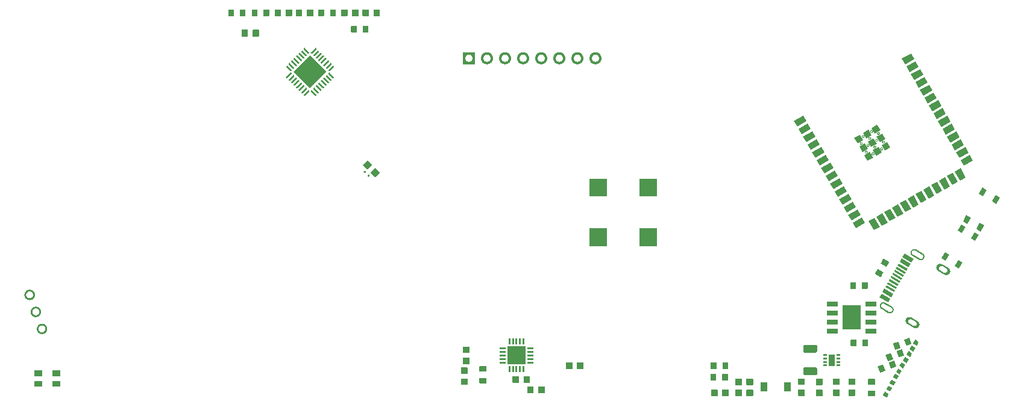
<source format=gbr>
%TF.GenerationSoftware,Flux,Pcbnew,7.0.11-7.0.11~ubuntu20.04.1*%
%TF.CreationDate,2024-08-16T15:28:37+00:00*%
%TF.ProjectId,input,696e7075-742e-46b6-9963-61645f706362,rev?*%
%TF.SameCoordinates,Original*%
%TF.FileFunction,Soldermask,Top*%
%TF.FilePolarity,Negative*%
%FSLAX46Y46*%
G04 Gerber Fmt 4.6, Leading zero omitted, Abs format (unit mm)*
G04 Filename: betterflipperzero*
G04 Build it with Flux! Visit our site at: https://www.flux.ai (PCBNEW 7.0.11-7.0.11~ubuntu20.04.1) date 2024-08-16 15:28:37*
%MOMM*%
%LPD*%
G01*
G04 APERTURE LIST*
G04 APERTURE END LIST*
%TO.C,*%
G36*
X33687956Y-19024952D02*
G01*
X33692593Y-19025409D01*
X33697190Y-19026168D01*
X33701727Y-19027226D01*
X33706186Y-19028579D01*
X33710546Y-19030220D01*
X33714790Y-19032143D01*
X33718899Y-19034339D01*
X33722856Y-19036799D01*
X33726643Y-19039513D01*
X33730245Y-19042469D01*
X33733645Y-19045654D01*
X33736830Y-19049055D01*
X33739786Y-19052656D01*
X33742500Y-19056443D01*
X33744960Y-19060400D01*
X33747157Y-19064509D01*
X33749079Y-19068753D01*
X33750721Y-19073114D01*
X33752073Y-19077572D01*
X33753131Y-19082110D01*
X33753890Y-19086707D01*
X33754347Y-19091343D01*
X33754499Y-19096000D01*
X33754499Y-19853600D01*
X33754347Y-19858257D01*
X33753890Y-19862893D01*
X33753131Y-19867490D01*
X33752073Y-19872028D01*
X33750721Y-19876486D01*
X33749079Y-19880847D01*
X33747157Y-19885091D01*
X33744960Y-19889200D01*
X33742500Y-19893157D01*
X33739786Y-19896944D01*
X33736830Y-19900545D01*
X33733645Y-19903946D01*
X33730245Y-19907131D01*
X33726643Y-19910087D01*
X33722856Y-19912801D01*
X33718899Y-19915261D01*
X33714790Y-19917457D01*
X33710546Y-19919380D01*
X33706186Y-19921021D01*
X33701727Y-19922374D01*
X33697190Y-19923432D01*
X33692593Y-19924191D01*
X33687956Y-19924648D01*
X33683299Y-19924800D01*
X32875699Y-19924800D01*
X32871043Y-19924648D01*
X32866406Y-19924191D01*
X32861809Y-19923432D01*
X32857271Y-19922374D01*
X32852813Y-19921021D01*
X32848452Y-19919380D01*
X32844208Y-19917457D01*
X32840099Y-19915261D01*
X32836143Y-19912801D01*
X32832355Y-19910087D01*
X32828754Y-19907131D01*
X32825353Y-19903946D01*
X32822168Y-19900545D01*
X32819212Y-19896944D01*
X32816499Y-19893157D01*
X32814038Y-19889200D01*
X32811842Y-19885091D01*
X32809919Y-19880847D01*
X32808278Y-19876486D01*
X32806925Y-19872028D01*
X32805867Y-19867490D01*
X32805108Y-19862893D01*
X32804652Y-19858257D01*
X32804499Y-19853600D01*
X32804499Y-19096000D01*
X32804652Y-19091343D01*
X32805108Y-19086707D01*
X32805867Y-19082110D01*
X32806925Y-19077572D01*
X32808278Y-19073114D01*
X32809919Y-19068753D01*
X32811842Y-19064509D01*
X32814038Y-19060400D01*
X32816499Y-19056443D01*
X32819212Y-19052656D01*
X32822168Y-19049055D01*
X32825353Y-19045654D01*
X32828754Y-19042469D01*
X32832355Y-19039513D01*
X32836143Y-19036799D01*
X32840099Y-19034339D01*
X32844208Y-19032143D01*
X32848452Y-19030220D01*
X32852813Y-19028579D01*
X32857271Y-19027226D01*
X32861809Y-19026168D01*
X32866406Y-19025409D01*
X32871043Y-19024952D01*
X32875699Y-19024800D01*
X33683299Y-19024800D01*
X33687956Y-19024952D01*
G37*
G36*
X33687957Y-20574952D02*
G01*
X33692594Y-20575409D01*
X33697191Y-20576168D01*
X33701729Y-20577226D01*
X33706187Y-20578579D01*
X33710548Y-20580220D01*
X33714792Y-20582143D01*
X33718901Y-20584339D01*
X33722857Y-20586799D01*
X33726645Y-20589513D01*
X33730246Y-20592469D01*
X33733647Y-20595654D01*
X33736832Y-20599055D01*
X33739788Y-20602656D01*
X33742501Y-20606443D01*
X33744962Y-20610400D01*
X33747158Y-20614509D01*
X33749081Y-20618753D01*
X33750722Y-20623114D01*
X33752075Y-20627572D01*
X33753133Y-20632110D01*
X33753892Y-20636707D01*
X33754348Y-20641343D01*
X33754501Y-20646000D01*
X33754501Y-21403600D01*
X33754348Y-21408257D01*
X33753892Y-21412893D01*
X33753133Y-21417490D01*
X33752075Y-21422028D01*
X33750722Y-21426486D01*
X33749081Y-21430847D01*
X33747158Y-21435091D01*
X33744962Y-21439200D01*
X33742501Y-21443157D01*
X33739788Y-21446944D01*
X33736832Y-21450545D01*
X33733647Y-21453946D01*
X33730246Y-21457131D01*
X33726645Y-21460087D01*
X33722857Y-21462801D01*
X33718901Y-21465261D01*
X33714792Y-21467457D01*
X33710548Y-21469380D01*
X33706187Y-21471021D01*
X33701729Y-21472374D01*
X33697191Y-21473432D01*
X33692594Y-21474191D01*
X33687957Y-21474648D01*
X33683301Y-21474800D01*
X32875701Y-21474800D01*
X32871044Y-21474648D01*
X32866407Y-21474191D01*
X32861810Y-21473432D01*
X32857273Y-21472374D01*
X32852814Y-21471021D01*
X32848454Y-21469380D01*
X32844210Y-21467457D01*
X32840101Y-21465261D01*
X32836144Y-21462801D01*
X32832357Y-21460087D01*
X32828755Y-21457131D01*
X32825355Y-21453946D01*
X32822170Y-21450545D01*
X32819214Y-21446944D01*
X32816500Y-21443157D01*
X32814040Y-21439200D01*
X32811843Y-21435091D01*
X32809921Y-21430847D01*
X32808279Y-21426486D01*
X32806927Y-21422028D01*
X32805869Y-21417490D01*
X32805110Y-21412893D01*
X32804653Y-21408257D01*
X32804501Y-21403600D01*
X32804501Y-20646000D01*
X32804653Y-20641343D01*
X32805110Y-20636707D01*
X32805869Y-20632110D01*
X32806927Y-20627572D01*
X32808279Y-20623114D01*
X32809921Y-20618753D01*
X32811843Y-20614509D01*
X32814040Y-20610400D01*
X32816500Y-20606443D01*
X32819214Y-20602656D01*
X32822170Y-20599055D01*
X32825355Y-20595654D01*
X32828755Y-20592469D01*
X32832357Y-20589513D01*
X32836144Y-20586799D01*
X32840101Y-20584339D01*
X32844210Y-20582143D01*
X32848454Y-20580220D01*
X32852814Y-20578579D01*
X32857273Y-20577226D01*
X32861810Y-20576168D01*
X32866407Y-20575409D01*
X32871044Y-20574952D01*
X32875701Y-20574800D01*
X33683301Y-20574800D01*
X33687957Y-20574952D01*
G37*
G36*
X2851057Y-20134052D02*
G01*
X2855693Y-20134509D01*
X2860290Y-20135268D01*
X2864828Y-20136326D01*
X2869286Y-20137679D01*
X2873647Y-20139320D01*
X2877891Y-20141243D01*
X2882000Y-20143439D01*
X2885957Y-20145899D01*
X2889744Y-20148613D01*
X2893345Y-20151569D01*
X2896746Y-20154754D01*
X2899931Y-20158155D01*
X2902887Y-20161756D01*
X2905601Y-20165543D01*
X2908061Y-20169500D01*
X2910257Y-20173609D01*
X2912180Y-20177853D01*
X2913821Y-20182214D01*
X2915174Y-20186672D01*
X2916232Y-20191210D01*
X2916991Y-20195807D01*
X2917448Y-20200443D01*
X2917600Y-20205100D01*
X2917600Y-21012700D01*
X2917448Y-21017357D01*
X2916991Y-21021993D01*
X2916232Y-21026590D01*
X2915174Y-21031128D01*
X2913821Y-21035586D01*
X2912180Y-21039947D01*
X2910257Y-21044191D01*
X2908061Y-21048300D01*
X2905601Y-21052257D01*
X2902887Y-21056044D01*
X2899931Y-21059645D01*
X2896746Y-21063046D01*
X2893345Y-21066231D01*
X2889744Y-21069187D01*
X2885957Y-21071901D01*
X2882000Y-21074361D01*
X2877891Y-21076557D01*
X2873647Y-21078480D01*
X2869286Y-21080121D01*
X2864828Y-21081474D01*
X2860290Y-21082532D01*
X2855693Y-21083291D01*
X2851057Y-21083748D01*
X2846400Y-21083900D01*
X2088800Y-21083900D01*
X2084143Y-21083748D01*
X2079507Y-21083291D01*
X2074910Y-21082532D01*
X2070372Y-21081474D01*
X2065914Y-21080121D01*
X2061553Y-21078480D01*
X2057309Y-21076557D01*
X2053200Y-21074361D01*
X2049243Y-21071901D01*
X2045456Y-21069187D01*
X2041855Y-21066231D01*
X2038454Y-21063046D01*
X2035269Y-21059645D01*
X2032313Y-21056044D01*
X2029599Y-21052257D01*
X2027139Y-21048300D01*
X2024943Y-21044191D01*
X2023020Y-21039947D01*
X2021379Y-21035586D01*
X2020026Y-21031128D01*
X2018968Y-21026590D01*
X2018209Y-21021993D01*
X2017752Y-21017357D01*
X2017600Y-21012700D01*
X2017600Y-20205100D01*
X2017752Y-20200443D01*
X2018209Y-20195807D01*
X2018968Y-20191210D01*
X2020026Y-20186672D01*
X2021379Y-20182214D01*
X2023020Y-20177853D01*
X2024943Y-20173609D01*
X2027139Y-20169500D01*
X2029599Y-20165543D01*
X2032313Y-20161756D01*
X2035269Y-20158155D01*
X2038454Y-20154754D01*
X2041855Y-20151569D01*
X2045456Y-20148613D01*
X2049243Y-20145899D01*
X2053200Y-20143439D01*
X2057309Y-20141243D01*
X2061553Y-20139320D01*
X2065914Y-20137679D01*
X2070372Y-20136326D01*
X2074910Y-20135268D01*
X2079507Y-20134509D01*
X2084143Y-20134052D01*
X2088800Y-20133900D01*
X2846400Y-20133900D01*
X2851057Y-20134052D01*
G37*
G36*
X4401057Y-20134052D02*
G01*
X4405693Y-20134509D01*
X4410290Y-20135268D01*
X4414828Y-20136326D01*
X4419286Y-20137679D01*
X4423647Y-20139320D01*
X4427891Y-20141243D01*
X4432000Y-20143439D01*
X4435957Y-20145899D01*
X4439744Y-20148613D01*
X4443345Y-20151569D01*
X4446746Y-20154754D01*
X4449931Y-20158155D01*
X4452887Y-20161756D01*
X4455601Y-20165543D01*
X4458061Y-20169500D01*
X4460257Y-20173609D01*
X4462180Y-20177853D01*
X4463821Y-20182214D01*
X4465174Y-20186672D01*
X4466232Y-20191210D01*
X4466991Y-20195807D01*
X4467448Y-20200443D01*
X4467600Y-20205100D01*
X4467600Y-21012700D01*
X4467448Y-21017357D01*
X4466991Y-21021993D01*
X4466232Y-21026590D01*
X4465174Y-21031128D01*
X4463821Y-21035586D01*
X4462180Y-21039947D01*
X4460257Y-21044191D01*
X4458061Y-21048300D01*
X4455601Y-21052257D01*
X4452887Y-21056044D01*
X4449931Y-21059645D01*
X4446746Y-21063046D01*
X4443345Y-21066231D01*
X4439744Y-21069187D01*
X4435957Y-21071901D01*
X4432000Y-21074361D01*
X4427891Y-21076557D01*
X4423647Y-21078480D01*
X4419286Y-21080121D01*
X4414828Y-21081474D01*
X4410290Y-21082532D01*
X4405693Y-21083291D01*
X4401057Y-21083748D01*
X4396400Y-21083900D01*
X3638800Y-21083900D01*
X3634143Y-21083748D01*
X3629507Y-21083291D01*
X3624910Y-21082532D01*
X3620372Y-21081474D01*
X3615914Y-21080121D01*
X3611553Y-21078480D01*
X3607309Y-21076557D01*
X3603200Y-21074361D01*
X3599243Y-21071901D01*
X3595456Y-21069187D01*
X3591855Y-21066231D01*
X3588454Y-21063046D01*
X3585269Y-21059645D01*
X3582313Y-21056044D01*
X3579599Y-21052257D01*
X3577139Y-21048300D01*
X3574943Y-21044191D01*
X3573020Y-21039947D01*
X3571379Y-21035586D01*
X3570026Y-21031128D01*
X3568968Y-21026590D01*
X3568209Y-21021993D01*
X3567752Y-21017357D01*
X3567600Y-21012700D01*
X3567600Y-20205100D01*
X3567752Y-20200443D01*
X3568209Y-20195807D01*
X3568968Y-20191210D01*
X3570026Y-20186672D01*
X3571379Y-20182214D01*
X3573020Y-20177853D01*
X3574943Y-20173609D01*
X3577139Y-20169500D01*
X3579599Y-20165543D01*
X3582313Y-20161756D01*
X3585269Y-20158155D01*
X3588454Y-20154754D01*
X3591855Y-20151569D01*
X3595456Y-20148613D01*
X3599243Y-20145899D01*
X3603200Y-20143439D01*
X3607309Y-20141243D01*
X3611553Y-20139320D01*
X3615914Y-20137679D01*
X3620372Y-20136326D01*
X3624910Y-20135268D01*
X3629507Y-20134509D01*
X3634143Y-20134052D01*
X3638800Y-20133900D01*
X4396400Y-20133900D01*
X4401057Y-20134052D01*
G37*
G36*
X-3809842Y-18903252D02*
G01*
X-3805206Y-18903709D01*
X-3800609Y-18904468D01*
X-3796071Y-18905526D01*
X-3791613Y-18906879D01*
X-3787252Y-18908520D01*
X-3783008Y-18910443D01*
X-3778899Y-18912639D01*
X-3774943Y-18915099D01*
X-3771155Y-18917813D01*
X-3767554Y-18920769D01*
X-3764153Y-18923954D01*
X-3760968Y-18927355D01*
X-3758012Y-18930956D01*
X-3755299Y-18934743D01*
X-3752838Y-18938700D01*
X-3750642Y-18942809D01*
X-3748719Y-18947053D01*
X-3747078Y-18951414D01*
X-3745725Y-18955872D01*
X-3744667Y-18960410D01*
X-3743908Y-18965007D01*
X-3743452Y-18969643D01*
X-3743299Y-18974300D01*
X-3743299Y-19631900D01*
X-3743452Y-19636557D01*
X-3743908Y-19641193D01*
X-3744667Y-19645790D01*
X-3745725Y-19650328D01*
X-3747078Y-19654786D01*
X-3748719Y-19659147D01*
X-3750642Y-19663391D01*
X-3752838Y-19667500D01*
X-3755299Y-19671457D01*
X-3758012Y-19675244D01*
X-3760968Y-19678845D01*
X-3764153Y-19682246D01*
X-3767554Y-19685431D01*
X-3771155Y-19688387D01*
X-3774943Y-19691101D01*
X-3778899Y-19693561D01*
X-3783008Y-19695757D01*
X-3787252Y-19697680D01*
X-3791613Y-19699321D01*
X-3796071Y-19700674D01*
X-3800609Y-19701732D01*
X-3805206Y-19702491D01*
X-3809842Y-19702948D01*
X-3814499Y-19703100D01*
X-4622099Y-19703100D01*
X-4626756Y-19702948D01*
X-4631393Y-19702491D01*
X-4635990Y-19701732D01*
X-4640527Y-19700674D01*
X-4644986Y-19699321D01*
X-4649346Y-19697680D01*
X-4653590Y-19695757D01*
X-4657699Y-19693561D01*
X-4661656Y-19691101D01*
X-4665443Y-19688387D01*
X-4669045Y-19685431D01*
X-4672445Y-19682246D01*
X-4675630Y-19678845D01*
X-4678586Y-19675244D01*
X-4681300Y-19671457D01*
X-4683760Y-19667500D01*
X-4685956Y-19663391D01*
X-4687879Y-19659147D01*
X-4689521Y-19654786D01*
X-4690873Y-19650328D01*
X-4691931Y-19645790D01*
X-4692690Y-19641193D01*
X-4693147Y-19636557D01*
X-4693299Y-19631900D01*
X-4693299Y-18974300D01*
X-4693147Y-18969643D01*
X-4692690Y-18965007D01*
X-4691931Y-18960410D01*
X-4690873Y-18955872D01*
X-4689521Y-18951414D01*
X-4687879Y-18947053D01*
X-4685956Y-18942809D01*
X-4683760Y-18938700D01*
X-4681300Y-18934743D01*
X-4678586Y-18930956D01*
X-4675630Y-18927355D01*
X-4672445Y-18923954D01*
X-4669045Y-18920769D01*
X-4665443Y-18917813D01*
X-4661656Y-18915099D01*
X-4657699Y-18912639D01*
X-4653590Y-18910443D01*
X-4649346Y-18908520D01*
X-4644986Y-18906879D01*
X-4640527Y-18905526D01*
X-4635990Y-18904468D01*
X-4631393Y-18903709D01*
X-4626756Y-18903252D01*
X-4622099Y-18903100D01*
X-3814499Y-18903100D01*
X-3809842Y-18903252D01*
G37*
G36*
X-3809844Y-17253252D02*
G01*
X-3805207Y-17253709D01*
X-3800610Y-17254468D01*
X-3796073Y-17255526D01*
X-3791614Y-17256879D01*
X-3787254Y-17258520D01*
X-3783010Y-17260443D01*
X-3778901Y-17262639D01*
X-3774944Y-17265099D01*
X-3771157Y-17267813D01*
X-3767555Y-17270769D01*
X-3764155Y-17273954D01*
X-3760970Y-17277355D01*
X-3758014Y-17280956D01*
X-3755300Y-17284743D01*
X-3752840Y-17288700D01*
X-3750644Y-17292809D01*
X-3748721Y-17297053D01*
X-3747079Y-17301414D01*
X-3745727Y-17305872D01*
X-3744669Y-17310410D01*
X-3743910Y-17315007D01*
X-3743453Y-17319643D01*
X-3743301Y-17324300D01*
X-3743301Y-17981900D01*
X-3743453Y-17986557D01*
X-3743910Y-17991193D01*
X-3744669Y-17995790D01*
X-3745727Y-18000328D01*
X-3747079Y-18004786D01*
X-3748721Y-18009147D01*
X-3750644Y-18013391D01*
X-3752840Y-18017500D01*
X-3755300Y-18021457D01*
X-3758014Y-18025244D01*
X-3760970Y-18028845D01*
X-3764155Y-18032246D01*
X-3767555Y-18035431D01*
X-3771157Y-18038387D01*
X-3774944Y-18041101D01*
X-3778901Y-18043561D01*
X-3783010Y-18045757D01*
X-3787254Y-18047680D01*
X-3791614Y-18049321D01*
X-3796073Y-18050674D01*
X-3800610Y-18051732D01*
X-3805207Y-18052491D01*
X-3809844Y-18052948D01*
X-3814501Y-18053100D01*
X-4622101Y-18053100D01*
X-4626758Y-18052948D01*
X-4631394Y-18052491D01*
X-4635991Y-18051732D01*
X-4640529Y-18050674D01*
X-4644987Y-18049321D01*
X-4649348Y-18047680D01*
X-4653592Y-18045757D01*
X-4657701Y-18043561D01*
X-4661657Y-18041101D01*
X-4665445Y-18038387D01*
X-4669046Y-18035431D01*
X-4672447Y-18032246D01*
X-4675632Y-18028845D01*
X-4678588Y-18025244D01*
X-4681301Y-18021457D01*
X-4683762Y-18017500D01*
X-4685958Y-18013391D01*
X-4687881Y-18009147D01*
X-4689522Y-18004786D01*
X-4690875Y-18000328D01*
X-4691933Y-17995790D01*
X-4692692Y-17991193D01*
X-4693148Y-17986557D01*
X-4693301Y-17981900D01*
X-4693301Y-17324300D01*
X-4693148Y-17319643D01*
X-4692692Y-17315007D01*
X-4691933Y-17310410D01*
X-4690875Y-17305872D01*
X-4689522Y-17301414D01*
X-4687881Y-17297053D01*
X-4685958Y-17292809D01*
X-4683762Y-17288700D01*
X-4681301Y-17284743D01*
X-4678588Y-17280956D01*
X-4675632Y-17277355D01*
X-4672447Y-17273954D01*
X-4669046Y-17270769D01*
X-4665445Y-17267813D01*
X-4661657Y-17265099D01*
X-4657701Y-17262639D01*
X-4653592Y-17260443D01*
X-4649348Y-17258520D01*
X-4644987Y-17256879D01*
X-4640529Y-17255526D01*
X-4635991Y-17254468D01*
X-4631394Y-17253709D01*
X-4626758Y-17253252D01*
X-4622101Y-17253100D01*
X-3814501Y-17253100D01*
X-3809844Y-17253252D01*
G37*
G36*
X-6137044Y-14524452D02*
G01*
X-6132407Y-14524909D01*
X-6127810Y-14525668D01*
X-6123273Y-14526726D01*
X-6118814Y-14528079D01*
X-6114454Y-14529720D01*
X-6110210Y-14531643D01*
X-6106101Y-14533839D01*
X-6102144Y-14536299D01*
X-6098357Y-14539013D01*
X-6094755Y-14541969D01*
X-6091355Y-14545154D01*
X-6088170Y-14548555D01*
X-6085214Y-14552156D01*
X-6082500Y-14555943D01*
X-6080040Y-14559900D01*
X-6077843Y-14564009D01*
X-6075921Y-14568253D01*
X-6074279Y-14572614D01*
X-6072927Y-14577072D01*
X-6071869Y-14581610D01*
X-6071110Y-14586207D01*
X-6070653Y-14590843D01*
X-6070501Y-14595500D01*
X-6070501Y-15353100D01*
X-6070653Y-15357757D01*
X-6071110Y-15362393D01*
X-6071869Y-15366990D01*
X-6072927Y-15371528D01*
X-6074279Y-15375986D01*
X-6075921Y-15380347D01*
X-6077843Y-15384591D01*
X-6080040Y-15388700D01*
X-6082500Y-15392657D01*
X-6085214Y-15396444D01*
X-6088170Y-15400045D01*
X-6091355Y-15403446D01*
X-6094755Y-15406631D01*
X-6098357Y-15409587D01*
X-6102144Y-15412301D01*
X-6106101Y-15414761D01*
X-6110210Y-15416957D01*
X-6114454Y-15418880D01*
X-6118814Y-15420521D01*
X-6123273Y-15421874D01*
X-6127810Y-15422932D01*
X-6132407Y-15423691D01*
X-6137044Y-15424148D01*
X-6141701Y-15424300D01*
X-6949301Y-15424300D01*
X-6953957Y-15424148D01*
X-6958594Y-15423691D01*
X-6963191Y-15422932D01*
X-6967729Y-15421874D01*
X-6972187Y-15420521D01*
X-6976548Y-15418880D01*
X-6980792Y-15416957D01*
X-6984901Y-15414761D01*
X-6988857Y-15412301D01*
X-6992645Y-15409587D01*
X-6996246Y-15406631D01*
X-6999647Y-15403446D01*
X-7002832Y-15400045D01*
X-7005788Y-15396444D01*
X-7008501Y-15392657D01*
X-7010962Y-15388700D01*
X-7013158Y-15384591D01*
X-7015081Y-15380347D01*
X-7016722Y-15375986D01*
X-7018075Y-15371528D01*
X-7019133Y-15366990D01*
X-7019892Y-15362393D01*
X-7020348Y-15357757D01*
X-7020501Y-15353100D01*
X-7020501Y-14595500D01*
X-7020348Y-14590843D01*
X-7019892Y-14586207D01*
X-7019133Y-14581610D01*
X-7018075Y-14577072D01*
X-7016722Y-14572614D01*
X-7015081Y-14568253D01*
X-7013158Y-14564009D01*
X-7010962Y-14559900D01*
X-7008501Y-14555943D01*
X-7005788Y-14552156D01*
X-7002832Y-14548555D01*
X-6999647Y-14545154D01*
X-6996246Y-14541969D01*
X-6992645Y-14539013D01*
X-6988857Y-14536299D01*
X-6984901Y-14533839D01*
X-6980792Y-14531643D01*
X-6976548Y-14529720D01*
X-6972187Y-14528079D01*
X-6967729Y-14526726D01*
X-6963191Y-14525668D01*
X-6958594Y-14524909D01*
X-6953957Y-14524452D01*
X-6949301Y-14524300D01*
X-6141701Y-14524300D01*
X-6137044Y-14524452D01*
G37*
G36*
X-6137043Y-16074452D02*
G01*
X-6132406Y-16074909D01*
X-6127809Y-16075668D01*
X-6123271Y-16076726D01*
X-6118813Y-16078079D01*
X-6114452Y-16079720D01*
X-6110208Y-16081643D01*
X-6106099Y-16083839D01*
X-6102143Y-16086299D01*
X-6098355Y-16089013D01*
X-6094754Y-16091969D01*
X-6091353Y-16095154D01*
X-6088168Y-16098555D01*
X-6085212Y-16102156D01*
X-6082499Y-16105943D01*
X-6080038Y-16109900D01*
X-6077842Y-16114009D01*
X-6075919Y-16118253D01*
X-6074278Y-16122614D01*
X-6072925Y-16127072D01*
X-6071867Y-16131610D01*
X-6071108Y-16136207D01*
X-6070652Y-16140843D01*
X-6070499Y-16145500D01*
X-6070499Y-16903100D01*
X-6070652Y-16907757D01*
X-6071108Y-16912393D01*
X-6071867Y-16916990D01*
X-6072925Y-16921528D01*
X-6074278Y-16925986D01*
X-6075919Y-16930347D01*
X-6077842Y-16934591D01*
X-6080038Y-16938700D01*
X-6082499Y-16942657D01*
X-6085212Y-16946444D01*
X-6088168Y-16950045D01*
X-6091353Y-16953446D01*
X-6094754Y-16956631D01*
X-6098355Y-16959587D01*
X-6102143Y-16962301D01*
X-6106099Y-16964761D01*
X-6110208Y-16966957D01*
X-6114452Y-16968880D01*
X-6118813Y-16970521D01*
X-6123271Y-16971874D01*
X-6127809Y-16972932D01*
X-6132406Y-16973691D01*
X-6137043Y-16974148D01*
X-6141699Y-16974300D01*
X-6949299Y-16974300D01*
X-6953956Y-16974148D01*
X-6958593Y-16973691D01*
X-6963190Y-16972932D01*
X-6967727Y-16971874D01*
X-6972186Y-16970521D01*
X-6976546Y-16968880D01*
X-6980790Y-16966957D01*
X-6984899Y-16964761D01*
X-6988856Y-16962301D01*
X-6992643Y-16959587D01*
X-6996245Y-16956631D01*
X-6999645Y-16953446D01*
X-7002830Y-16950045D01*
X-7005786Y-16946444D01*
X-7008500Y-16942657D01*
X-7010960Y-16938700D01*
X-7013157Y-16934591D01*
X-7015079Y-16930347D01*
X-7016721Y-16925986D01*
X-7018073Y-16921528D01*
X-7019131Y-16916990D01*
X-7019890Y-16912393D01*
X-7020347Y-16907757D01*
X-7020499Y-16903100D01*
X-7020499Y-16145500D01*
X-7020347Y-16140843D01*
X-7019890Y-16136207D01*
X-7019131Y-16131610D01*
X-7018073Y-16127072D01*
X-7016721Y-16122614D01*
X-7015079Y-16118253D01*
X-7013157Y-16114009D01*
X-7010960Y-16109900D01*
X-7008500Y-16105943D01*
X-7005786Y-16102156D01*
X-7002830Y-16098555D01*
X-6999645Y-16095154D01*
X-6996245Y-16091969D01*
X-6992643Y-16089013D01*
X-6988856Y-16086299D01*
X-6984899Y-16083839D01*
X-6980790Y-16081643D01*
X-6976546Y-16079720D01*
X-6972186Y-16078079D01*
X-6967727Y-16076726D01*
X-6963190Y-16075668D01*
X-6958593Y-16074909D01*
X-6953956Y-16074452D01*
X-6949299Y-16074300D01*
X-6141699Y-16074300D01*
X-6137043Y-16074452D01*
G37*
G36*
X-20290143Y32909948D02*
G01*
X-20285507Y32909491D01*
X-20280910Y32908732D01*
X-20276372Y32907674D01*
X-20271914Y32906321D01*
X-20267553Y32904680D01*
X-20263309Y32902757D01*
X-20259200Y32900561D01*
X-20255243Y32898101D01*
X-20251456Y32895387D01*
X-20247855Y32892431D01*
X-20244454Y32889246D01*
X-20241269Y32885845D01*
X-20238313Y32882244D01*
X-20235599Y32878457D01*
X-20233139Y32874500D01*
X-20230943Y32870391D01*
X-20229020Y32866147D01*
X-20227379Y32861786D01*
X-20226026Y32857328D01*
X-20224968Y32852790D01*
X-20224209Y32848193D01*
X-20223752Y32843557D01*
X-20223600Y32838900D01*
X-20223600Y32031300D01*
X-20223752Y32026643D01*
X-20224209Y32022007D01*
X-20224968Y32017410D01*
X-20226026Y32012872D01*
X-20227379Y32008414D01*
X-20229020Y32004053D01*
X-20230943Y31999809D01*
X-20233139Y31995700D01*
X-20235599Y31991743D01*
X-20238313Y31987956D01*
X-20241269Y31984355D01*
X-20244454Y31980954D01*
X-20247855Y31977769D01*
X-20251456Y31974813D01*
X-20255243Y31972099D01*
X-20259200Y31969639D01*
X-20263309Y31967443D01*
X-20267553Y31965520D01*
X-20271914Y31963879D01*
X-20276372Y31962526D01*
X-20280910Y31961468D01*
X-20285507Y31960709D01*
X-20290143Y31960252D01*
X-20294800Y31960100D01*
X-21052400Y31960100D01*
X-21057057Y31960252D01*
X-21061693Y31960709D01*
X-21066290Y31961468D01*
X-21070828Y31962526D01*
X-21075286Y31963879D01*
X-21079647Y31965520D01*
X-21083891Y31967443D01*
X-21088000Y31969639D01*
X-21091957Y31972099D01*
X-21095744Y31974813D01*
X-21099345Y31977769D01*
X-21102746Y31980954D01*
X-21105931Y31984355D01*
X-21108887Y31987956D01*
X-21111601Y31991743D01*
X-21114061Y31995700D01*
X-21116257Y31999809D01*
X-21118180Y32004053D01*
X-21119821Y32008414D01*
X-21121174Y32012872D01*
X-21122232Y32017410D01*
X-21122991Y32022007D01*
X-21123448Y32026643D01*
X-21123600Y32031300D01*
X-21123600Y32838900D01*
X-21123448Y32843557D01*
X-21122991Y32848193D01*
X-21122232Y32852790D01*
X-21121174Y32857328D01*
X-21119821Y32861786D01*
X-21118180Y32866147D01*
X-21116257Y32870391D01*
X-21114061Y32874500D01*
X-21111601Y32878457D01*
X-21108887Y32882244D01*
X-21105931Y32885845D01*
X-21102746Y32889246D01*
X-21099345Y32892431D01*
X-21095744Y32895387D01*
X-21091957Y32898101D01*
X-21088000Y32900561D01*
X-21083891Y32902757D01*
X-21079647Y32904680D01*
X-21075286Y32906321D01*
X-21070828Y32907674D01*
X-21066290Y32908732D01*
X-21061693Y32909491D01*
X-21057057Y32909948D01*
X-21052400Y32910100D01*
X-20294800Y32910100D01*
X-20290143Y32909948D01*
G37*
G36*
X-18740143Y32909948D02*
G01*
X-18735507Y32909491D01*
X-18730910Y32908732D01*
X-18726372Y32907674D01*
X-18721914Y32906321D01*
X-18717553Y32904680D01*
X-18713309Y32902757D01*
X-18709200Y32900561D01*
X-18705243Y32898101D01*
X-18701456Y32895387D01*
X-18697855Y32892431D01*
X-18694454Y32889246D01*
X-18691269Y32885845D01*
X-18688313Y32882244D01*
X-18685599Y32878457D01*
X-18683139Y32874500D01*
X-18680943Y32870391D01*
X-18679020Y32866147D01*
X-18677379Y32861786D01*
X-18676026Y32857328D01*
X-18674968Y32852790D01*
X-18674209Y32848193D01*
X-18673752Y32843557D01*
X-18673600Y32838900D01*
X-18673600Y32031300D01*
X-18673752Y32026643D01*
X-18674209Y32022007D01*
X-18674968Y32017410D01*
X-18676026Y32012872D01*
X-18677379Y32008414D01*
X-18679020Y32004053D01*
X-18680943Y31999809D01*
X-18683139Y31995700D01*
X-18685599Y31991743D01*
X-18688313Y31987956D01*
X-18691269Y31984355D01*
X-18694454Y31980954D01*
X-18697855Y31977769D01*
X-18701456Y31974813D01*
X-18705243Y31972099D01*
X-18709200Y31969639D01*
X-18713309Y31967443D01*
X-18717553Y31965520D01*
X-18721914Y31963879D01*
X-18726372Y31962526D01*
X-18730910Y31961468D01*
X-18735507Y31960709D01*
X-18740143Y31960252D01*
X-18744800Y31960100D01*
X-19502400Y31960100D01*
X-19507057Y31960252D01*
X-19511693Y31960709D01*
X-19516290Y31961468D01*
X-19520828Y31962526D01*
X-19525286Y31963879D01*
X-19529647Y31965520D01*
X-19533891Y31967443D01*
X-19538000Y31969639D01*
X-19541957Y31972099D01*
X-19545744Y31974813D01*
X-19549345Y31977769D01*
X-19552746Y31980954D01*
X-19555931Y31984355D01*
X-19558887Y31987956D01*
X-19561601Y31991743D01*
X-19564061Y31995700D01*
X-19566257Y31999809D01*
X-19568180Y32004053D01*
X-19569821Y32008414D01*
X-19571174Y32012872D01*
X-19572232Y32017410D01*
X-19572991Y32022007D01*
X-19573448Y32026643D01*
X-19573600Y32031300D01*
X-19573600Y32838900D01*
X-19573448Y32843557D01*
X-19572991Y32848193D01*
X-19572232Y32852790D01*
X-19571174Y32857328D01*
X-19569821Y32861786D01*
X-19568180Y32866147D01*
X-19566257Y32870391D01*
X-19564061Y32874500D01*
X-19561601Y32878457D01*
X-19558887Y32882244D01*
X-19555931Y32885845D01*
X-19552746Y32889246D01*
X-19549345Y32892431D01*
X-19545744Y32895387D01*
X-19541957Y32898101D01*
X-19538000Y32900561D01*
X-19533891Y32902757D01*
X-19529647Y32904680D01*
X-19525286Y32906321D01*
X-19520828Y32907674D01*
X-19516290Y32908732D01*
X-19511693Y32909491D01*
X-19507057Y32909948D01*
X-19502400Y32910100D01*
X-18744800Y32910100D01*
X-18740143Y32909948D01*
G37*
G36*
X52287281Y-20848817D02*
G01*
X52293506Y-20849637D01*
X52299571Y-20851262D01*
X52302511Y-20852368D01*
X52308142Y-20855145D01*
X52779260Y-21127145D01*
X52784480Y-21130634D01*
X52786909Y-21132626D01*
X52791348Y-21137066D01*
X52795170Y-21142047D01*
X52796829Y-21144715D01*
X52799606Y-21150346D01*
X52800713Y-21153286D01*
X52802338Y-21159350D01*
X52802849Y-21162449D01*
X52803260Y-21168715D01*
X52803157Y-21171854D01*
X52802338Y-21178079D01*
X52800713Y-21184144D01*
X52799606Y-21187083D01*
X52796829Y-21192715D01*
X52549829Y-21620531D01*
X52546341Y-21625752D01*
X52544348Y-21628180D01*
X52539909Y-21632620D01*
X52534927Y-21636442D01*
X52532260Y-21638100D01*
X52526629Y-21640877D01*
X52523689Y-21641984D01*
X52517624Y-21643609D01*
X52514525Y-21644121D01*
X52508260Y-21644531D01*
X52505121Y-21644428D01*
X52498896Y-21643609D01*
X52492831Y-21641984D01*
X52489891Y-21640877D01*
X52484260Y-21638100D01*
X52013142Y-21366100D01*
X52007922Y-21362612D01*
X52005494Y-21360620D01*
X52001054Y-21356180D01*
X51997232Y-21351199D01*
X51995573Y-21348531D01*
X51992796Y-21342900D01*
X51991689Y-21339960D01*
X51990064Y-21333896D01*
X51989553Y-21330796D01*
X51989142Y-21324531D01*
X51989245Y-21321392D01*
X51990064Y-21315167D01*
X51991689Y-21309102D01*
X51992796Y-21306162D01*
X51995573Y-21300531D01*
X52242573Y-20872715D01*
X52246061Y-20867494D01*
X52248054Y-20865066D01*
X52252494Y-20860626D01*
X52257475Y-20856804D01*
X52260142Y-20855145D01*
X52265773Y-20852368D01*
X52268713Y-20851262D01*
X52274778Y-20849637D01*
X52277877Y-20849125D01*
X52284142Y-20848715D01*
X52287281Y-20848817D01*
G37*
G36*
X52772279Y-20008772D02*
G01*
X52778504Y-20009591D01*
X52784569Y-20011216D01*
X52787509Y-20012323D01*
X52793140Y-20015100D01*
X53264258Y-20287100D01*
X53269478Y-20290588D01*
X53271906Y-20292580D01*
X53276346Y-20297020D01*
X53280168Y-20302001D01*
X53281827Y-20304669D01*
X53284604Y-20310300D01*
X53285711Y-20313240D01*
X53287336Y-20319304D01*
X53287847Y-20322404D01*
X53288258Y-20328669D01*
X53288155Y-20331808D01*
X53287336Y-20338033D01*
X53285711Y-20344098D01*
X53284604Y-20347038D01*
X53281827Y-20352669D01*
X53034827Y-20780485D01*
X53031339Y-20785706D01*
X53029346Y-20788134D01*
X53024906Y-20792574D01*
X53019925Y-20796396D01*
X53017258Y-20798055D01*
X53011627Y-20800832D01*
X53008687Y-20801938D01*
X53002622Y-20803563D01*
X52999523Y-20804075D01*
X52993258Y-20804485D01*
X52990119Y-20804383D01*
X52983894Y-20803563D01*
X52977829Y-20801938D01*
X52974889Y-20800832D01*
X52969258Y-20798055D01*
X52498140Y-20526055D01*
X52492920Y-20522566D01*
X52490491Y-20520574D01*
X52486052Y-20516134D01*
X52482230Y-20511153D01*
X52480571Y-20508485D01*
X52477794Y-20502854D01*
X52476687Y-20499914D01*
X52475062Y-20493850D01*
X52474551Y-20490751D01*
X52474140Y-20484485D01*
X52474243Y-20481346D01*
X52475062Y-20475121D01*
X52476687Y-20469056D01*
X52477794Y-20466117D01*
X52480571Y-20460485D01*
X52727571Y-20032669D01*
X52731059Y-20027448D01*
X52733052Y-20025020D01*
X52737491Y-20020580D01*
X52742473Y-20016758D01*
X52745140Y-20015100D01*
X52750771Y-20012323D01*
X52753711Y-20011216D01*
X52759776Y-20009591D01*
X52762875Y-20009079D01*
X52769140Y-20008669D01*
X52772279Y-20008772D01*
G37*
G36*
X30192357Y-16730152D02*
G01*
X30196993Y-16730609D01*
X30201590Y-16731368D01*
X30206128Y-16732426D01*
X30210586Y-16733779D01*
X30214947Y-16735420D01*
X30219191Y-16737343D01*
X30223300Y-16739539D01*
X30227257Y-16741999D01*
X30231044Y-16744713D01*
X30234645Y-16747669D01*
X30238046Y-16750854D01*
X30241231Y-16754255D01*
X30244187Y-16757856D01*
X30246901Y-16761643D01*
X30249361Y-16765600D01*
X30251557Y-16769709D01*
X30253480Y-16773953D01*
X30255121Y-16778314D01*
X30256474Y-16782772D01*
X30257532Y-16787310D01*
X30258291Y-16791907D01*
X30258748Y-16796543D01*
X30258900Y-16801200D01*
X30258900Y-17608800D01*
X30258748Y-17613457D01*
X30258291Y-17618093D01*
X30257532Y-17622690D01*
X30256474Y-17627228D01*
X30255121Y-17631686D01*
X30253480Y-17636047D01*
X30251557Y-17640291D01*
X30249361Y-17644400D01*
X30246901Y-17648357D01*
X30244187Y-17652144D01*
X30241231Y-17655745D01*
X30238046Y-17659146D01*
X30234645Y-17662331D01*
X30231044Y-17665287D01*
X30227257Y-17668001D01*
X30223300Y-17670461D01*
X30219191Y-17672657D01*
X30214947Y-17674580D01*
X30210586Y-17676221D01*
X30206128Y-17677574D01*
X30201590Y-17678632D01*
X30196993Y-17679391D01*
X30192357Y-17679848D01*
X30187700Y-17680000D01*
X29530100Y-17680000D01*
X29525443Y-17679848D01*
X29520807Y-17679391D01*
X29516210Y-17678632D01*
X29511672Y-17677574D01*
X29507214Y-17676221D01*
X29502853Y-17674580D01*
X29498609Y-17672657D01*
X29494500Y-17670461D01*
X29490543Y-17668001D01*
X29486756Y-17665287D01*
X29483155Y-17662331D01*
X29479754Y-17659146D01*
X29476569Y-17655745D01*
X29473613Y-17652144D01*
X29470899Y-17648357D01*
X29468439Y-17644400D01*
X29466243Y-17640291D01*
X29464320Y-17636047D01*
X29462679Y-17631686D01*
X29461326Y-17627228D01*
X29460268Y-17622690D01*
X29459509Y-17618093D01*
X29459052Y-17613457D01*
X29458900Y-17608800D01*
X29458900Y-16801200D01*
X29459052Y-16796543D01*
X29459509Y-16791907D01*
X29460268Y-16787310D01*
X29461326Y-16782772D01*
X29462679Y-16778314D01*
X29464320Y-16773953D01*
X29466243Y-16769709D01*
X29468439Y-16765600D01*
X29470899Y-16761643D01*
X29473613Y-16757856D01*
X29476569Y-16754255D01*
X29479754Y-16750854D01*
X29483155Y-16747669D01*
X29486756Y-16744713D01*
X29490543Y-16741999D01*
X29494500Y-16739539D01*
X29498609Y-16737343D01*
X29502853Y-16735420D01*
X29507214Y-16733779D01*
X29511672Y-16732426D01*
X29516210Y-16731368D01*
X29520807Y-16730609D01*
X29525443Y-16730152D01*
X29530100Y-16730000D01*
X30187700Y-16730000D01*
X30192357Y-16730152D01*
G37*
G36*
X28542357Y-16730152D02*
G01*
X28546993Y-16730609D01*
X28551590Y-16731368D01*
X28556128Y-16732426D01*
X28560586Y-16733779D01*
X28564947Y-16735420D01*
X28569191Y-16737343D01*
X28573300Y-16739539D01*
X28577257Y-16741999D01*
X28581044Y-16744713D01*
X28584645Y-16747669D01*
X28588046Y-16750854D01*
X28591231Y-16754255D01*
X28594187Y-16757856D01*
X28596901Y-16761643D01*
X28599361Y-16765600D01*
X28601557Y-16769709D01*
X28603480Y-16773953D01*
X28605121Y-16778314D01*
X28606474Y-16782772D01*
X28607532Y-16787310D01*
X28608291Y-16791907D01*
X28608748Y-16796543D01*
X28608900Y-16801200D01*
X28608900Y-17608800D01*
X28608748Y-17613457D01*
X28608291Y-17618093D01*
X28607532Y-17622690D01*
X28606474Y-17627228D01*
X28605121Y-17631686D01*
X28603480Y-17636047D01*
X28601557Y-17640291D01*
X28599361Y-17644400D01*
X28596901Y-17648357D01*
X28594187Y-17652144D01*
X28591231Y-17655745D01*
X28588046Y-17659146D01*
X28584645Y-17662331D01*
X28581044Y-17665287D01*
X28577257Y-17668001D01*
X28573300Y-17670461D01*
X28569191Y-17672657D01*
X28564947Y-17674580D01*
X28560586Y-17676221D01*
X28556128Y-17677574D01*
X28551590Y-17678632D01*
X28546993Y-17679391D01*
X28542357Y-17679848D01*
X28537700Y-17680000D01*
X27880100Y-17680000D01*
X27875443Y-17679848D01*
X27870807Y-17679391D01*
X27866210Y-17678632D01*
X27861672Y-17677574D01*
X27857214Y-17676221D01*
X27852853Y-17674580D01*
X27848609Y-17672657D01*
X27844500Y-17670461D01*
X27840543Y-17668001D01*
X27836756Y-17665287D01*
X27833155Y-17662331D01*
X27829754Y-17659146D01*
X27826569Y-17655745D01*
X27823613Y-17652144D01*
X27820899Y-17648357D01*
X27818439Y-17644400D01*
X27816243Y-17640291D01*
X27814320Y-17636047D01*
X27812679Y-17631686D01*
X27811326Y-17627228D01*
X27810268Y-17622690D01*
X27809509Y-17618093D01*
X27809052Y-17613457D01*
X27808900Y-17608800D01*
X27808900Y-16801200D01*
X27809052Y-16796543D01*
X27809509Y-16791907D01*
X27810268Y-16787310D01*
X27811326Y-16782772D01*
X27812679Y-16778314D01*
X27814320Y-16773953D01*
X27816243Y-16769709D01*
X27818439Y-16765600D01*
X27820899Y-16761643D01*
X27823613Y-16757856D01*
X27826569Y-16754255D01*
X27829754Y-16750854D01*
X27833155Y-16747669D01*
X27836756Y-16744713D01*
X27840543Y-16741999D01*
X27844500Y-16739539D01*
X27848609Y-16737343D01*
X27852853Y-16735420D01*
X27857214Y-16733779D01*
X27861672Y-16732426D01*
X27866210Y-16731368D01*
X27870807Y-16730609D01*
X27875443Y-16730152D01*
X27880100Y-16730000D01*
X28537700Y-16730000D01*
X28542357Y-16730152D01*
G37*
G36*
X43439856Y-19024952D02*
G01*
X43444493Y-19025409D01*
X43449090Y-19026168D01*
X43453627Y-19027226D01*
X43458086Y-19028579D01*
X43462446Y-19030220D01*
X43466690Y-19032143D01*
X43470799Y-19034339D01*
X43474756Y-19036799D01*
X43478543Y-19039513D01*
X43482145Y-19042469D01*
X43485545Y-19045654D01*
X43488730Y-19049055D01*
X43491686Y-19052656D01*
X43494400Y-19056443D01*
X43496860Y-19060400D01*
X43499057Y-19064509D01*
X43500979Y-19068753D01*
X43502621Y-19073114D01*
X43503973Y-19077572D01*
X43505031Y-19082110D01*
X43505790Y-19086707D01*
X43506247Y-19091343D01*
X43506399Y-19096000D01*
X43506399Y-19853600D01*
X43506247Y-19858257D01*
X43505790Y-19862893D01*
X43505031Y-19867490D01*
X43503973Y-19872028D01*
X43502621Y-19876486D01*
X43500979Y-19880847D01*
X43499057Y-19885091D01*
X43496860Y-19889200D01*
X43494400Y-19893157D01*
X43491686Y-19896944D01*
X43488730Y-19900545D01*
X43485545Y-19903946D01*
X43482145Y-19907131D01*
X43478543Y-19910087D01*
X43474756Y-19912801D01*
X43470799Y-19915261D01*
X43466690Y-19917457D01*
X43462446Y-19919380D01*
X43458086Y-19921021D01*
X43453627Y-19922374D01*
X43449090Y-19923432D01*
X43444493Y-19924191D01*
X43439856Y-19924648D01*
X43435199Y-19924800D01*
X42627599Y-19924800D01*
X42622943Y-19924648D01*
X42618306Y-19924191D01*
X42613709Y-19923432D01*
X42609171Y-19922374D01*
X42604713Y-19921021D01*
X42600352Y-19919380D01*
X42596108Y-19917457D01*
X42591999Y-19915261D01*
X42588043Y-19912801D01*
X42584255Y-19910087D01*
X42580654Y-19907131D01*
X42577253Y-19903946D01*
X42574068Y-19900545D01*
X42571112Y-19896944D01*
X42568399Y-19893157D01*
X42565938Y-19889200D01*
X42563742Y-19885091D01*
X42561819Y-19880847D01*
X42560178Y-19876486D01*
X42558825Y-19872028D01*
X42557767Y-19867490D01*
X42557008Y-19862893D01*
X42556552Y-19858257D01*
X42556399Y-19853600D01*
X42556399Y-19096000D01*
X42556552Y-19091343D01*
X42557008Y-19086707D01*
X42557767Y-19082110D01*
X42558825Y-19077572D01*
X42560178Y-19073114D01*
X42561819Y-19068753D01*
X42563742Y-19064509D01*
X42565938Y-19060400D01*
X42568399Y-19056443D01*
X42571112Y-19052656D01*
X42574068Y-19049055D01*
X42577253Y-19045654D01*
X42580654Y-19042469D01*
X42584255Y-19039513D01*
X42588043Y-19036799D01*
X42591999Y-19034339D01*
X42596108Y-19032143D01*
X42600352Y-19030220D01*
X42604713Y-19028579D01*
X42609171Y-19027226D01*
X42613709Y-19026168D01*
X42618306Y-19025409D01*
X42622943Y-19024952D01*
X42627599Y-19024800D01*
X43435199Y-19024800D01*
X43439856Y-19024952D01*
G37*
G36*
X43439857Y-20574952D02*
G01*
X43444494Y-20575409D01*
X43449091Y-20576168D01*
X43453629Y-20577226D01*
X43458087Y-20578579D01*
X43462448Y-20580220D01*
X43466692Y-20582143D01*
X43470801Y-20584339D01*
X43474757Y-20586799D01*
X43478545Y-20589513D01*
X43482146Y-20592469D01*
X43485547Y-20595654D01*
X43488732Y-20599055D01*
X43491688Y-20602656D01*
X43494401Y-20606443D01*
X43496862Y-20610400D01*
X43499058Y-20614509D01*
X43500981Y-20618753D01*
X43502622Y-20623114D01*
X43503975Y-20627572D01*
X43505033Y-20632110D01*
X43505792Y-20636707D01*
X43506248Y-20641343D01*
X43506401Y-20646000D01*
X43506401Y-21403600D01*
X43506248Y-21408257D01*
X43505792Y-21412893D01*
X43505033Y-21417490D01*
X43503975Y-21422028D01*
X43502622Y-21426486D01*
X43500981Y-21430847D01*
X43499058Y-21435091D01*
X43496862Y-21439200D01*
X43494401Y-21443157D01*
X43491688Y-21446944D01*
X43488732Y-21450545D01*
X43485547Y-21453946D01*
X43482146Y-21457131D01*
X43478545Y-21460087D01*
X43474757Y-21462801D01*
X43470801Y-21465261D01*
X43466692Y-21467457D01*
X43462448Y-21469380D01*
X43458087Y-21471021D01*
X43453629Y-21472374D01*
X43449091Y-21473432D01*
X43444494Y-21474191D01*
X43439857Y-21474648D01*
X43435201Y-21474800D01*
X42627601Y-21474800D01*
X42622944Y-21474648D01*
X42618307Y-21474191D01*
X42613710Y-21473432D01*
X42609173Y-21472374D01*
X42604714Y-21471021D01*
X42600354Y-21469380D01*
X42596110Y-21467457D01*
X42592001Y-21465261D01*
X42588044Y-21462801D01*
X42584257Y-21460087D01*
X42580655Y-21457131D01*
X42577255Y-21453946D01*
X42574070Y-21450545D01*
X42571114Y-21446944D01*
X42568400Y-21443157D01*
X42565940Y-21439200D01*
X42563743Y-21435091D01*
X42561821Y-21430847D01*
X42560179Y-21426486D01*
X42558827Y-21422028D01*
X42557769Y-21417490D01*
X42557010Y-21412893D01*
X42556553Y-21408257D01*
X42556401Y-21403600D01*
X42556401Y-20646000D01*
X42556553Y-20641343D01*
X42557010Y-20636707D01*
X42557769Y-20632110D01*
X42558827Y-20627572D01*
X42560179Y-20623114D01*
X42561821Y-20618753D01*
X42563743Y-20614509D01*
X42565940Y-20610400D01*
X42568400Y-20606443D01*
X42571114Y-20602656D01*
X42574070Y-20599055D01*
X42577255Y-20595654D01*
X42580655Y-20592469D01*
X42584257Y-20589513D01*
X42588044Y-20586799D01*
X42592001Y-20584339D01*
X42596110Y-20582143D01*
X42600354Y-20580220D01*
X42604714Y-20578579D01*
X42609173Y-20577226D01*
X42613710Y-20576168D01*
X42618307Y-20575409D01*
X42622944Y-20574952D01*
X42627601Y-20574800D01*
X43435201Y-20574800D01*
X43439857Y-20574952D01*
G37*
G36*
X50787754Y-19045852D02*
G01*
X50792390Y-19046309D01*
X50796987Y-19047068D01*
X50801525Y-19048126D01*
X50805983Y-19049479D01*
X50810344Y-19051120D01*
X50814588Y-19053043D01*
X50818697Y-19055239D01*
X50822654Y-19057699D01*
X50826441Y-19060413D01*
X50830042Y-19063369D01*
X50833443Y-19066554D01*
X50836628Y-19069955D01*
X50839584Y-19073556D01*
X50842298Y-19077343D01*
X50844758Y-19081300D01*
X50846954Y-19085409D01*
X50848877Y-19089653D01*
X50850518Y-19094014D01*
X50851871Y-19098472D01*
X50852929Y-19103010D01*
X50853688Y-19107607D01*
X50854145Y-19112243D01*
X50854297Y-19116900D01*
X50854297Y-19774500D01*
X50854145Y-19779157D01*
X50853688Y-19783793D01*
X50852929Y-19788390D01*
X50851871Y-19792928D01*
X50850518Y-19797386D01*
X50848877Y-19801747D01*
X50846954Y-19805991D01*
X50844758Y-19810100D01*
X50842298Y-19814057D01*
X50839584Y-19817844D01*
X50836628Y-19821445D01*
X50833443Y-19824846D01*
X50830042Y-19828031D01*
X50826441Y-19830987D01*
X50822654Y-19833701D01*
X50818697Y-19836161D01*
X50814588Y-19838357D01*
X50810344Y-19840280D01*
X50805983Y-19841921D01*
X50801525Y-19843274D01*
X50796987Y-19844332D01*
X50792390Y-19845091D01*
X50787754Y-19845548D01*
X50783097Y-19845700D01*
X49975497Y-19845700D01*
X49970840Y-19845548D01*
X49966204Y-19845091D01*
X49961607Y-19844332D01*
X49957069Y-19843274D01*
X49952610Y-19841921D01*
X49948250Y-19840280D01*
X49944006Y-19838357D01*
X49939897Y-19836161D01*
X49935940Y-19833701D01*
X49932153Y-19830987D01*
X49928552Y-19828031D01*
X49925151Y-19824846D01*
X49921966Y-19821445D01*
X49919010Y-19817844D01*
X49916296Y-19814057D01*
X49913836Y-19810100D01*
X49911640Y-19805991D01*
X49909717Y-19801747D01*
X49908076Y-19797386D01*
X49906723Y-19792928D01*
X49905665Y-19788390D01*
X49904906Y-19783793D01*
X49904449Y-19779157D01*
X49904297Y-19774500D01*
X49904297Y-19116900D01*
X49904449Y-19112243D01*
X49904906Y-19107607D01*
X49905665Y-19103010D01*
X49906723Y-19098472D01*
X49908076Y-19094014D01*
X49909717Y-19089653D01*
X49911640Y-19085409D01*
X49913836Y-19081300D01*
X49916296Y-19077343D01*
X49919010Y-19073556D01*
X49921966Y-19069955D01*
X49925151Y-19066554D01*
X49928552Y-19063369D01*
X49932153Y-19060413D01*
X49935940Y-19057699D01*
X49939897Y-19055239D01*
X49944006Y-19053043D01*
X49948250Y-19051120D01*
X49952610Y-19049479D01*
X49957069Y-19048126D01*
X49961607Y-19047068D01*
X49966204Y-19046309D01*
X49970840Y-19045852D01*
X49975497Y-19045700D01*
X50783097Y-19045700D01*
X50787754Y-19045852D01*
G37*
G36*
X50787760Y-20695852D02*
G01*
X50792396Y-20696309D01*
X50796993Y-20697068D01*
X50801531Y-20698126D01*
X50805990Y-20699479D01*
X50810350Y-20701120D01*
X50814594Y-20703043D01*
X50818703Y-20705239D01*
X50822660Y-20707699D01*
X50826447Y-20710413D01*
X50830048Y-20713369D01*
X50833449Y-20716554D01*
X50836634Y-20719955D01*
X50839590Y-20723556D01*
X50842304Y-20727343D01*
X50844764Y-20731300D01*
X50846960Y-20735409D01*
X50848883Y-20739653D01*
X50850524Y-20744014D01*
X50851877Y-20748472D01*
X50852935Y-20753010D01*
X50853694Y-20757607D01*
X50854151Y-20762243D01*
X50854303Y-20766900D01*
X50854303Y-21424500D01*
X50854151Y-21429157D01*
X50853694Y-21433793D01*
X50852935Y-21438390D01*
X50851877Y-21442928D01*
X50850524Y-21447386D01*
X50848883Y-21451747D01*
X50846960Y-21455991D01*
X50844764Y-21460100D01*
X50842304Y-21464057D01*
X50839590Y-21467844D01*
X50836634Y-21471445D01*
X50833449Y-21474846D01*
X50830048Y-21478031D01*
X50826447Y-21480987D01*
X50822660Y-21483701D01*
X50818703Y-21486161D01*
X50814594Y-21488357D01*
X50810350Y-21490280D01*
X50805990Y-21491921D01*
X50801531Y-21493274D01*
X50796993Y-21494332D01*
X50792396Y-21495091D01*
X50787760Y-21495548D01*
X50783103Y-21495700D01*
X49975503Y-21495700D01*
X49970846Y-21495548D01*
X49966210Y-21495091D01*
X49961613Y-21494332D01*
X49957075Y-21493274D01*
X49952617Y-21491921D01*
X49948256Y-21490280D01*
X49944012Y-21488357D01*
X49939903Y-21486161D01*
X49935946Y-21483701D01*
X49932159Y-21480987D01*
X49928558Y-21478031D01*
X49925157Y-21474846D01*
X49921972Y-21471445D01*
X49919016Y-21467844D01*
X49916302Y-21464057D01*
X49913842Y-21460100D01*
X49911646Y-21455991D01*
X49909723Y-21451747D01*
X49908082Y-21447386D01*
X49906729Y-21442928D01*
X49905671Y-21438390D01*
X49904912Y-21433793D01*
X49904455Y-21429157D01*
X49904303Y-21424500D01*
X49904303Y-20766900D01*
X49904455Y-20762243D01*
X49904912Y-20757607D01*
X49905671Y-20753010D01*
X49906729Y-20748472D01*
X49908082Y-20744014D01*
X49909723Y-20739653D01*
X49911646Y-20735409D01*
X49913842Y-20731300D01*
X49916302Y-20727343D01*
X49919016Y-20723556D01*
X49921972Y-20719955D01*
X49925157Y-20716554D01*
X49928558Y-20713369D01*
X49932159Y-20710413D01*
X49935946Y-20707699D01*
X49939903Y-20705239D01*
X49944012Y-20703043D01*
X49948256Y-20701120D01*
X49952617Y-20699479D01*
X49957075Y-20698126D01*
X49961613Y-20697068D01*
X49966210Y-20696309D01*
X49970846Y-20695852D01*
X49975503Y-20695700D01*
X50783103Y-20695700D01*
X50787760Y-20695852D01*
G37*
G36*
X52105091Y-2179288D02*
G01*
X52109688Y-2180047D01*
X52114225Y-2181105D01*
X52118684Y-2182457D01*
X52123044Y-2184099D01*
X52127288Y-2186022D01*
X52131397Y-2188218D01*
X52830799Y-2592018D01*
X52834756Y-2594478D01*
X52838543Y-2597192D01*
X52842145Y-2600148D01*
X52845545Y-2603333D01*
X52848730Y-2606733D01*
X52851686Y-2610335D01*
X52854400Y-2614122D01*
X52856860Y-2618079D01*
X52859057Y-2622188D01*
X52860980Y-2626432D01*
X52862621Y-2630792D01*
X52863973Y-2635251D01*
X52865031Y-2639788D01*
X52865790Y-2644385D01*
X52866247Y-2649022D01*
X52866247Y-2658336D01*
X52865790Y-2662972D01*
X52865031Y-2667569D01*
X52863973Y-2672107D01*
X52862621Y-2676565D01*
X52860980Y-2680926D01*
X52859057Y-2685170D01*
X52856860Y-2689279D01*
X52528060Y-3258777D01*
X52525600Y-3262734D01*
X52522886Y-3266521D01*
X52519930Y-3270123D01*
X52516745Y-3273523D01*
X52513345Y-3276708D01*
X52509743Y-3279664D01*
X52505956Y-3282378D01*
X52501999Y-3284838D01*
X52497890Y-3287035D01*
X52493646Y-3288957D01*
X52489286Y-3290599D01*
X52484827Y-3291951D01*
X52480290Y-3293009D01*
X52475693Y-3293768D01*
X52471056Y-3294225D01*
X52461743Y-3294225D01*
X52457106Y-3293768D01*
X52452509Y-3293009D01*
X52447971Y-3291951D01*
X52443513Y-3290599D01*
X52439152Y-3288957D01*
X52434908Y-3287035D01*
X52430799Y-3284838D01*
X51731397Y-2881038D01*
X51727441Y-2878578D01*
X51723653Y-2875864D01*
X51720052Y-2872908D01*
X51716651Y-2869723D01*
X51713466Y-2866323D01*
X51710510Y-2862721D01*
X51707797Y-2858934D01*
X51705336Y-2854977D01*
X51703140Y-2850868D01*
X51701217Y-2846624D01*
X51699576Y-2842264D01*
X51698223Y-2837805D01*
X51697165Y-2833268D01*
X51696406Y-2828671D01*
X51695950Y-2824034D01*
X51695950Y-2814720D01*
X51696406Y-2810084D01*
X51697165Y-2805487D01*
X51698223Y-2800949D01*
X51699576Y-2796491D01*
X51701217Y-2792130D01*
X51703140Y-2787886D01*
X51705336Y-2783777D01*
X52034136Y-2214279D01*
X52036597Y-2210322D01*
X52039310Y-2206535D01*
X52042266Y-2202933D01*
X52045451Y-2199533D01*
X52048852Y-2196348D01*
X52052453Y-2193392D01*
X52056241Y-2190678D01*
X52060197Y-2188218D01*
X52064306Y-2186022D01*
X52068550Y-2184099D01*
X52072911Y-2182457D01*
X52077369Y-2181105D01*
X52081907Y-2180047D01*
X52086504Y-2179288D01*
X52091140Y-2178831D01*
X52100454Y-2178831D01*
X52105091Y-2179288D01*
G37*
G36*
X51280094Y-3608232D02*
G01*
X51284691Y-3608991D01*
X51289229Y-3610049D01*
X51293687Y-3611401D01*
X51298048Y-3613043D01*
X51302292Y-3614965D01*
X51306401Y-3617162D01*
X52005803Y-4020962D01*
X52009759Y-4023422D01*
X52013547Y-4026136D01*
X52017148Y-4029092D01*
X52020549Y-4032277D01*
X52023734Y-4035677D01*
X52026690Y-4039279D01*
X52029403Y-4043066D01*
X52031864Y-4047023D01*
X52034060Y-4051132D01*
X52035983Y-4055376D01*
X52037624Y-4059736D01*
X52038977Y-4064195D01*
X52040035Y-4068732D01*
X52040794Y-4073329D01*
X52041250Y-4077966D01*
X52041250Y-4087280D01*
X52040794Y-4091916D01*
X52040035Y-4096513D01*
X52038977Y-4101051D01*
X52037624Y-4105509D01*
X52035983Y-4109870D01*
X52034060Y-4114114D01*
X52031864Y-4118223D01*
X51703064Y-4687721D01*
X51700603Y-4691678D01*
X51697890Y-4695465D01*
X51694934Y-4699067D01*
X51691749Y-4702467D01*
X51688348Y-4705652D01*
X51684747Y-4708608D01*
X51680959Y-4711322D01*
X51677003Y-4713782D01*
X51672894Y-4715978D01*
X51668650Y-4717901D01*
X51664289Y-4719543D01*
X51659831Y-4720895D01*
X51655293Y-4721953D01*
X51650696Y-4722712D01*
X51646060Y-4723169D01*
X51636746Y-4723169D01*
X51632109Y-4722712D01*
X51627512Y-4721953D01*
X51622975Y-4720895D01*
X51618516Y-4719543D01*
X51614156Y-4717901D01*
X51609912Y-4715978D01*
X51605803Y-4713782D01*
X50906401Y-4309982D01*
X50902444Y-4307522D01*
X50898657Y-4304808D01*
X50895055Y-4301852D01*
X50891655Y-4298667D01*
X50888470Y-4295267D01*
X50885514Y-4291665D01*
X50882800Y-4287878D01*
X50880340Y-4283921D01*
X50878143Y-4279812D01*
X50876220Y-4275568D01*
X50874579Y-4271208D01*
X50873227Y-4266749D01*
X50872169Y-4262212D01*
X50871410Y-4257615D01*
X50870953Y-4252978D01*
X50870953Y-4243664D01*
X50871410Y-4239028D01*
X50872169Y-4234431D01*
X50873227Y-4229893D01*
X50874579Y-4225435D01*
X50876220Y-4221074D01*
X50878143Y-4216830D01*
X50880340Y-4212721D01*
X51209140Y-3643223D01*
X51211600Y-3639266D01*
X51214314Y-3635479D01*
X51217270Y-3631877D01*
X51220455Y-3628477D01*
X51223855Y-3625292D01*
X51227457Y-3622336D01*
X51231244Y-3619622D01*
X51235201Y-3617162D01*
X51239310Y-3614965D01*
X51243554Y-3613043D01*
X51247914Y-3611401D01*
X51252373Y-3610049D01*
X51256910Y-3608991D01*
X51261507Y-3608232D01*
X51266144Y-3607775D01*
X51275457Y-3607775D01*
X51280094Y-3608232D01*
G37*
G36*
X13258800Y-401600D02*
G01*
X10758800Y-401600D01*
X10758800Y2098400D01*
X13258800Y2098400D01*
X13258800Y-401600D01*
G37*
G36*
X13258800Y6598400D02*
G01*
X10758800Y6598400D01*
X10758800Y9098400D01*
X13258800Y9098400D01*
X13258800Y6598400D01*
G37*
G36*
X20258800Y-401600D02*
G01*
X17758800Y-401600D01*
X17758800Y2098400D01*
X20258800Y2098400D01*
X20258800Y-401600D01*
G37*
G36*
X20258800Y6598400D02*
G01*
X17758800Y6598400D01*
X17758800Y9098400D01*
X20258800Y9098400D01*
X20258800Y6598400D01*
G37*
G36*
X-31362307Y25387121D02*
G01*
X-31357419Y25386314D01*
X-31352595Y25385189D01*
X-31347854Y25383751D01*
X-31343218Y25382006D01*
X-31338706Y25379962D01*
X-31334337Y25377627D01*
X-31330131Y25375011D01*
X-31326104Y25372126D01*
X-31322275Y25368983D01*
X-31318659Y25365597D01*
X-30711820Y24758758D01*
X-30708434Y24755142D01*
X-30705291Y24751313D01*
X-30702406Y24747286D01*
X-30699790Y24743080D01*
X-30697455Y24738711D01*
X-30695411Y24734199D01*
X-30693666Y24729563D01*
X-30692228Y24724822D01*
X-30691103Y24719998D01*
X-30690296Y24715111D01*
X-30689810Y24710181D01*
X-30689810Y24700279D01*
X-30690296Y24695349D01*
X-30691103Y24690461D01*
X-30692228Y24685637D01*
X-30693666Y24680897D01*
X-30695411Y24676261D01*
X-30697455Y24671748D01*
X-30699790Y24667380D01*
X-30702406Y24663173D01*
X-30705291Y24659146D01*
X-30708434Y24655317D01*
X-30711820Y24651702D01*
X-30773975Y24589547D01*
X-30777591Y24586161D01*
X-30781420Y24583018D01*
X-30785446Y24580133D01*
X-30789653Y24577517D01*
X-30794022Y24575182D01*
X-30798534Y24573137D01*
X-30803170Y24571392D01*
X-30807910Y24569954D01*
X-30812735Y24568830D01*
X-30817622Y24568023D01*
X-30822552Y24567537D01*
X-30832454Y24567537D01*
X-30837384Y24568023D01*
X-30842271Y24568830D01*
X-30847096Y24569954D01*
X-30851836Y24571392D01*
X-30856472Y24573137D01*
X-30860984Y24575182D01*
X-30865353Y24577517D01*
X-30869560Y24580133D01*
X-30873586Y24583018D01*
X-30877415Y24586161D01*
X-30881031Y24589547D01*
X-31487870Y25196386D01*
X-31491256Y25200002D01*
X-31494399Y25203831D01*
X-31497284Y25207857D01*
X-31499900Y25212064D01*
X-31502235Y25216433D01*
X-31504280Y25220945D01*
X-31506025Y25225581D01*
X-31507463Y25230321D01*
X-31508587Y25235146D01*
X-31509394Y25240033D01*
X-31509880Y25244963D01*
X-31509880Y25254865D01*
X-31509394Y25259795D01*
X-31508587Y25264682D01*
X-31507463Y25269507D01*
X-31506025Y25274247D01*
X-31504280Y25278883D01*
X-31502235Y25283395D01*
X-31499900Y25287764D01*
X-31497284Y25291971D01*
X-31494399Y25295997D01*
X-31491256Y25299827D01*
X-31487870Y25303442D01*
X-31425715Y25365597D01*
X-31422100Y25368983D01*
X-31418271Y25372126D01*
X-31414244Y25375011D01*
X-31410037Y25377627D01*
X-31405669Y25379962D01*
X-31401156Y25382006D01*
X-31396520Y25383751D01*
X-31391780Y25385189D01*
X-31386956Y25386314D01*
X-31382068Y25387121D01*
X-31377138Y25387607D01*
X-31367236Y25387607D01*
X-31362307Y25387121D01*
G37*
G36*
X-27351105Y27154894D02*
G01*
X-27346218Y27154087D01*
X-27341393Y27152963D01*
X-27336653Y27151525D01*
X-27332017Y27149780D01*
X-27327505Y27147735D01*
X-27323136Y27145400D01*
X-27318929Y27142784D01*
X-27314903Y27139899D01*
X-27311073Y27136756D01*
X-27307458Y27133370D01*
X-27245303Y27071215D01*
X-27241917Y27067600D01*
X-27238774Y27063771D01*
X-27235889Y27059744D01*
X-27233273Y27055537D01*
X-27230938Y27051169D01*
X-27228894Y27046656D01*
X-27227149Y27042020D01*
X-27225711Y27037280D01*
X-27224586Y27032456D01*
X-27223779Y27027568D01*
X-27223293Y27022638D01*
X-27223293Y27012736D01*
X-27223779Y27007807D01*
X-27224586Y27002919D01*
X-27225711Y26998095D01*
X-27227149Y26993354D01*
X-27228894Y26988718D01*
X-27230938Y26984206D01*
X-27233273Y26979837D01*
X-27235889Y26975631D01*
X-27238774Y26971604D01*
X-27241917Y26967775D01*
X-27245303Y26964159D01*
X-27852142Y26357320D01*
X-27855758Y26353934D01*
X-27859587Y26350791D01*
X-27863614Y26347906D01*
X-27867820Y26345290D01*
X-27872189Y26342955D01*
X-27876701Y26340911D01*
X-27881337Y26339166D01*
X-27886078Y26337728D01*
X-27890902Y26336603D01*
X-27895789Y26335796D01*
X-27900719Y26335310D01*
X-27910621Y26335310D01*
X-27915551Y26335796D01*
X-27920439Y26336603D01*
X-27925263Y26337728D01*
X-27930003Y26339166D01*
X-27934639Y26340911D01*
X-27939152Y26342955D01*
X-27943520Y26345290D01*
X-27947727Y26347906D01*
X-27951754Y26350791D01*
X-27955583Y26353934D01*
X-27959198Y26357320D01*
X-28021353Y26419475D01*
X-28024739Y26423091D01*
X-28027882Y26426920D01*
X-28030767Y26430946D01*
X-28033383Y26435153D01*
X-28035718Y26439522D01*
X-28037763Y26444034D01*
X-28039508Y26448670D01*
X-28040946Y26453410D01*
X-28042070Y26458235D01*
X-28042877Y26463122D01*
X-28043363Y26468052D01*
X-28043363Y26477954D01*
X-28042877Y26482884D01*
X-28042070Y26487771D01*
X-28040946Y26492596D01*
X-28039508Y26497336D01*
X-28037763Y26501972D01*
X-28035718Y26506484D01*
X-28033383Y26510853D01*
X-28030767Y26515060D01*
X-28027882Y26519086D01*
X-28024739Y26522915D01*
X-28021353Y26526531D01*
X-27414514Y27133370D01*
X-27410898Y27136756D01*
X-27407069Y27139899D01*
X-27403043Y27142784D01*
X-27398836Y27145400D01*
X-27394467Y27147735D01*
X-27389955Y27149780D01*
X-27385319Y27151525D01*
X-27380579Y27152963D01*
X-27375754Y27154087D01*
X-27370867Y27154894D01*
X-27365937Y27155380D01*
X-27356035Y27155380D01*
X-27351105Y27154894D01*
G37*
G36*
X-25774463Y24041931D02*
G01*
X-25769576Y24041124D01*
X-25764752Y24040000D01*
X-25760011Y24038562D01*
X-25755375Y24036817D01*
X-25750863Y24034772D01*
X-25746494Y24032437D01*
X-25742288Y24029821D01*
X-25738261Y24026936D01*
X-25734432Y24023793D01*
X-25730816Y24020407D01*
X-25123977Y23413568D01*
X-25120591Y23409952D01*
X-25117448Y23406123D01*
X-25114563Y23402097D01*
X-25111947Y23397890D01*
X-25109612Y23393521D01*
X-25107568Y23389009D01*
X-25105823Y23384373D01*
X-25104385Y23379633D01*
X-25103260Y23374808D01*
X-25102453Y23369921D01*
X-25101967Y23364991D01*
X-25101967Y23355089D01*
X-25102453Y23350159D01*
X-25103260Y23345272D01*
X-25104385Y23340447D01*
X-25105823Y23335707D01*
X-25107568Y23331071D01*
X-25109612Y23326559D01*
X-25111947Y23322190D01*
X-25114563Y23317983D01*
X-25117448Y23313957D01*
X-25120591Y23310128D01*
X-25123977Y23306512D01*
X-25186132Y23244357D01*
X-25189747Y23240971D01*
X-25193577Y23237828D01*
X-25197603Y23234943D01*
X-25201810Y23232327D01*
X-25206179Y23229992D01*
X-25210691Y23227948D01*
X-25215327Y23226203D01*
X-25220067Y23224765D01*
X-25224892Y23223640D01*
X-25229779Y23222833D01*
X-25234709Y23222347D01*
X-25244611Y23222347D01*
X-25249541Y23222833D01*
X-25254428Y23223640D01*
X-25259253Y23224765D01*
X-25263993Y23226203D01*
X-25268629Y23227948D01*
X-25273141Y23229992D01*
X-25277510Y23232327D01*
X-25281717Y23234943D01*
X-25285743Y23237828D01*
X-25289572Y23240971D01*
X-25293188Y23244357D01*
X-25900027Y23851196D01*
X-25903413Y23854812D01*
X-25906556Y23858641D01*
X-25909441Y23862668D01*
X-25912057Y23866874D01*
X-25914392Y23871243D01*
X-25916437Y23875755D01*
X-25918182Y23880391D01*
X-25919620Y23885132D01*
X-25920744Y23889956D01*
X-25921551Y23894844D01*
X-25922037Y23899773D01*
X-25922037Y23909675D01*
X-25921551Y23914605D01*
X-25920744Y23919493D01*
X-25919620Y23924317D01*
X-25918182Y23929057D01*
X-25916437Y23933693D01*
X-25914392Y23938206D01*
X-25912057Y23942574D01*
X-25909441Y23946781D01*
X-25906556Y23950808D01*
X-25903413Y23954637D01*
X-25900027Y23958252D01*
X-25837872Y24020407D01*
X-25834257Y24023793D01*
X-25830427Y24026936D01*
X-25826401Y24029821D01*
X-25822194Y24032437D01*
X-25817826Y24034772D01*
X-25813313Y24036817D01*
X-25808677Y24038562D01*
X-25803937Y24040000D01*
X-25799113Y24041124D01*
X-25794225Y24041931D01*
X-25789295Y24042417D01*
X-25779393Y24042417D01*
X-25774463Y24041931D01*
G37*
G36*
X-30817619Y23688368D02*
G01*
X-30812732Y23687561D01*
X-30807907Y23686436D01*
X-30803167Y23684998D01*
X-30798531Y23683253D01*
X-30794019Y23681209D01*
X-30789650Y23678874D01*
X-30785443Y23676258D01*
X-30781417Y23673372D01*
X-30777587Y23670230D01*
X-30773972Y23666843D01*
X-30711817Y23604689D01*
X-30708431Y23601073D01*
X-30705288Y23597244D01*
X-30702403Y23593217D01*
X-30699787Y23589011D01*
X-30697452Y23584642D01*
X-30695408Y23580130D01*
X-30693663Y23575494D01*
X-30692225Y23570753D01*
X-30691100Y23565929D01*
X-30690293Y23561042D01*
X-30689807Y23556112D01*
X-30689807Y23546210D01*
X-30690293Y23541280D01*
X-30691100Y23536392D01*
X-30692225Y23531568D01*
X-30693663Y23526828D01*
X-30695408Y23522192D01*
X-30697452Y23517679D01*
X-30699787Y23513311D01*
X-30702403Y23509104D01*
X-30705288Y23505077D01*
X-30708431Y23501248D01*
X-30711817Y23497633D01*
X-31318656Y22890794D01*
X-31322272Y22887407D01*
X-31326101Y22884265D01*
X-31330128Y22881379D01*
X-31334334Y22878764D01*
X-31338703Y22876428D01*
X-31343215Y22874384D01*
X-31347851Y22872639D01*
X-31352592Y22871201D01*
X-31357416Y22870076D01*
X-31362303Y22869269D01*
X-31367233Y22868784D01*
X-31377135Y22868784D01*
X-31382065Y22869269D01*
X-31386953Y22870076D01*
X-31391777Y22871201D01*
X-31396517Y22872639D01*
X-31401153Y22874384D01*
X-31405665Y22876428D01*
X-31410034Y22878764D01*
X-31414241Y22881379D01*
X-31418267Y22884265D01*
X-31422097Y22887407D01*
X-31425712Y22890794D01*
X-31487867Y22952948D01*
X-31491253Y22956564D01*
X-31494396Y22960393D01*
X-31497281Y22964420D01*
X-31499897Y22968626D01*
X-31502232Y22972995D01*
X-31504277Y22977507D01*
X-31506022Y22982143D01*
X-31507460Y22986884D01*
X-31508584Y22991708D01*
X-31509391Y22996596D01*
X-31509877Y23001525D01*
X-31509877Y23011427D01*
X-31509391Y23016357D01*
X-31508584Y23021245D01*
X-31507460Y23026069D01*
X-31506022Y23030809D01*
X-31504277Y23035445D01*
X-31502232Y23039958D01*
X-31499897Y23044326D01*
X-31497281Y23048533D01*
X-31494396Y23052560D01*
X-31491253Y23056389D01*
X-31487867Y23060004D01*
X-30881028Y23666843D01*
X-30877412Y23670230D01*
X-30873583Y23673372D01*
X-30869557Y23676258D01*
X-30865350Y23678874D01*
X-30860981Y23681209D01*
X-30856469Y23683253D01*
X-30851833Y23684998D01*
X-30847092Y23686436D01*
X-30842268Y23687561D01*
X-30837381Y23688368D01*
X-30832451Y23688853D01*
X-30822549Y23688853D01*
X-30817619Y23688368D01*
G37*
G36*
X-26643997Y26447789D02*
G01*
X-26639110Y26446982D01*
X-26634285Y26445857D01*
X-26629545Y26444419D01*
X-26624909Y26442674D01*
X-26620397Y26440630D01*
X-26616028Y26438295D01*
X-26611821Y26435679D01*
X-26607795Y26432793D01*
X-26603965Y26429651D01*
X-26600350Y26426265D01*
X-26538195Y26364110D01*
X-26534809Y26360494D01*
X-26531666Y26356665D01*
X-26528781Y26352639D01*
X-26526165Y26348432D01*
X-26523830Y26344063D01*
X-26521786Y26339551D01*
X-26520041Y26334915D01*
X-26518603Y26330174D01*
X-26517478Y26325350D01*
X-26516671Y26320463D01*
X-26516185Y26315533D01*
X-26516185Y26305631D01*
X-26516671Y26300701D01*
X-26517478Y26295814D01*
X-26518603Y26290989D01*
X-26520041Y26286249D01*
X-26521786Y26281613D01*
X-26523830Y26277101D01*
X-26526165Y26272732D01*
X-26528781Y26268525D01*
X-26531666Y26264499D01*
X-26534809Y26260669D01*
X-26538195Y26257054D01*
X-27145034Y25650215D01*
X-27148650Y25646829D01*
X-27152479Y25643686D01*
X-27156506Y25640801D01*
X-27160712Y25638185D01*
X-27165081Y25635850D01*
X-27169593Y25633805D01*
X-27174229Y25632060D01*
X-27178970Y25630622D01*
X-27183794Y25629497D01*
X-27188681Y25628690D01*
X-27193611Y25628205D01*
X-27203513Y25628205D01*
X-27208443Y25628690D01*
X-27213331Y25629497D01*
X-27218155Y25630622D01*
X-27222895Y25632060D01*
X-27227531Y25633805D01*
X-27232043Y25635850D01*
X-27236412Y25638185D01*
X-27240619Y25640801D01*
X-27244645Y25643686D01*
X-27248475Y25646829D01*
X-27252090Y25650215D01*
X-27314245Y25712370D01*
X-27317631Y25715985D01*
X-27320774Y25719814D01*
X-27323659Y25723841D01*
X-27326275Y25728048D01*
X-27328610Y25732416D01*
X-27330655Y25736928D01*
X-27332400Y25741565D01*
X-27333838Y25746305D01*
X-27334962Y25751129D01*
X-27335769Y25756017D01*
X-27336255Y25760947D01*
X-27336255Y25770849D01*
X-27335769Y25775778D01*
X-27334962Y25780666D01*
X-27333838Y25785490D01*
X-27332400Y25790230D01*
X-27330655Y25794867D01*
X-27328610Y25799379D01*
X-27326275Y25803748D01*
X-27323659Y25807954D01*
X-27320774Y25811981D01*
X-27317631Y25815810D01*
X-27314245Y25819426D01*
X-26707406Y26426265D01*
X-26703790Y26429651D01*
X-26699961Y26432793D01*
X-26695935Y26435679D01*
X-26691728Y26438295D01*
X-26687359Y26440630D01*
X-26682847Y26442674D01*
X-26678211Y26444419D01*
X-26673470Y26445857D01*
X-26668646Y26446982D01*
X-26663759Y26447789D01*
X-26658829Y26448274D01*
X-26648927Y26448274D01*
X-26643997Y26447789D01*
G37*
G36*
X-26835122Y22981269D02*
G01*
X-26830234Y22980462D01*
X-26825410Y22979338D01*
X-26820670Y22977900D01*
X-26816033Y22976155D01*
X-26811521Y22974110D01*
X-26807152Y22971775D01*
X-26802946Y22969159D01*
X-26798919Y22966274D01*
X-26795090Y22963131D01*
X-26791474Y22959745D01*
X-26184635Y22352906D01*
X-26181249Y22349290D01*
X-26178107Y22345461D01*
X-26175221Y22341435D01*
X-26172605Y22337228D01*
X-26170270Y22332859D01*
X-26168226Y22328347D01*
X-26166481Y22323711D01*
X-26165043Y22318970D01*
X-26163918Y22314146D01*
X-26163111Y22309259D01*
X-26162626Y22304329D01*
X-26162626Y22294427D01*
X-26163111Y22289497D01*
X-26163918Y22284610D01*
X-26165043Y22279785D01*
X-26166481Y22275045D01*
X-26168226Y22270409D01*
X-26170270Y22265897D01*
X-26172605Y22261528D01*
X-26175221Y22257321D01*
X-26178107Y22253295D01*
X-26181249Y22249465D01*
X-26184635Y22245850D01*
X-26246790Y22183695D01*
X-26250406Y22180309D01*
X-26254235Y22177166D01*
X-26258261Y22174281D01*
X-26262468Y22171665D01*
X-26266837Y22169330D01*
X-26271349Y22167286D01*
X-26275985Y22165541D01*
X-26280726Y22164103D01*
X-26285550Y22162978D01*
X-26290437Y22162171D01*
X-26295367Y22161685D01*
X-26305269Y22161685D01*
X-26310199Y22162171D01*
X-26315086Y22162978D01*
X-26319911Y22164103D01*
X-26324651Y22165541D01*
X-26329287Y22167286D01*
X-26333799Y22169330D01*
X-26338168Y22171665D01*
X-26342375Y22174281D01*
X-26346401Y22177166D01*
X-26350231Y22180309D01*
X-26353846Y22183695D01*
X-26960685Y22790534D01*
X-26964071Y22794150D01*
X-26967214Y22797979D01*
X-26970099Y22802006D01*
X-26972715Y22806212D01*
X-26975050Y22810581D01*
X-26977095Y22815093D01*
X-26978840Y22819729D01*
X-26980278Y22824470D01*
X-26981403Y22829294D01*
X-26982210Y22834181D01*
X-26982695Y22839111D01*
X-26982695Y22849013D01*
X-26982210Y22853943D01*
X-26981403Y22858831D01*
X-26980278Y22863655D01*
X-26978840Y22868395D01*
X-26977095Y22873031D01*
X-26975050Y22877543D01*
X-26972715Y22881912D01*
X-26970099Y22886119D01*
X-26967214Y22890145D01*
X-26964071Y22893975D01*
X-26960685Y22897590D01*
X-26898530Y22959745D01*
X-26894915Y22963131D01*
X-26891086Y22966274D01*
X-26887059Y22969159D01*
X-26882852Y22971775D01*
X-26878484Y22974110D01*
X-26873972Y22976155D01*
X-26869335Y22977900D01*
X-26864595Y22979338D01*
X-26859771Y22980462D01*
X-26854883Y22981269D01*
X-26849953Y22981755D01*
X-26840051Y22981755D01*
X-26835122Y22981269D01*
G37*
G36*
X-29403403Y22274157D02*
G01*
X-29398515Y22273350D01*
X-29393691Y22272225D01*
X-29388951Y22270787D01*
X-29384315Y22269042D01*
X-29379802Y22266998D01*
X-29375434Y22264663D01*
X-29371227Y22262047D01*
X-29367200Y22259161D01*
X-29363371Y22256019D01*
X-29359756Y22252632D01*
X-29297601Y22190478D01*
X-29294215Y22186862D01*
X-29291072Y22183033D01*
X-29288187Y22179006D01*
X-29285571Y22174800D01*
X-29283236Y22170431D01*
X-29281191Y22165919D01*
X-29279446Y22161283D01*
X-29278008Y22156542D01*
X-29276884Y22151718D01*
X-29276077Y22146831D01*
X-29275591Y22141901D01*
X-29275591Y22131999D01*
X-29276077Y22127069D01*
X-29276884Y22122181D01*
X-29278008Y22117357D01*
X-29279446Y22112617D01*
X-29281191Y22107981D01*
X-29283236Y22103468D01*
X-29285571Y22099100D01*
X-29288187Y22094893D01*
X-29291072Y22090866D01*
X-29294215Y22087037D01*
X-29297601Y22083422D01*
X-29904440Y21476583D01*
X-29908056Y21473196D01*
X-29911885Y21470054D01*
X-29915911Y21467168D01*
X-29920118Y21464553D01*
X-29924487Y21462217D01*
X-29928999Y21460173D01*
X-29933635Y21458428D01*
X-29938375Y21456990D01*
X-29943200Y21455865D01*
X-29948087Y21455058D01*
X-29953017Y21454573D01*
X-29962919Y21454573D01*
X-29967849Y21455058D01*
X-29972736Y21455865D01*
X-29977561Y21456990D01*
X-29982301Y21458428D01*
X-29986937Y21460173D01*
X-29991449Y21462217D01*
X-29995818Y21464553D01*
X-30000025Y21467168D01*
X-30004051Y21470054D01*
X-30007881Y21473196D01*
X-30011496Y21476583D01*
X-30073651Y21538737D01*
X-30077037Y21542353D01*
X-30080180Y21546182D01*
X-30083065Y21550209D01*
X-30085681Y21554415D01*
X-30088016Y21558784D01*
X-30090060Y21563296D01*
X-30091805Y21567932D01*
X-30093243Y21572673D01*
X-30094368Y21577497D01*
X-30095175Y21582385D01*
X-30095661Y21587314D01*
X-30095661Y21597216D01*
X-30095175Y21602146D01*
X-30094368Y21607034D01*
X-30093243Y21611858D01*
X-30091805Y21616598D01*
X-30090060Y21621235D01*
X-30088016Y21625747D01*
X-30085681Y21630115D01*
X-30083065Y21634322D01*
X-30080180Y21638349D01*
X-30077037Y21642178D01*
X-30073651Y21645793D01*
X-29466812Y22252632D01*
X-29463196Y22256019D01*
X-29459367Y22259161D01*
X-29455340Y22262047D01*
X-29451134Y22264663D01*
X-29446765Y22266998D01*
X-29442253Y22269042D01*
X-29437617Y22270787D01*
X-29432876Y22272225D01*
X-29428052Y22273350D01*
X-29423165Y22274157D01*
X-29418235Y22274642D01*
X-29408333Y22274642D01*
X-29403403Y22274157D01*
G37*
G36*
X-27188674Y22627715D02*
G01*
X-27183787Y22626908D01*
X-27178963Y22625783D01*
X-27174222Y22624345D01*
X-27169586Y22622601D01*
X-27165074Y22620556D01*
X-27160705Y22618221D01*
X-27156499Y22615605D01*
X-27152472Y22612720D01*
X-27148643Y22609577D01*
X-27145027Y22606191D01*
X-26538188Y21999352D01*
X-26534802Y21995736D01*
X-26531659Y21991907D01*
X-26528774Y21987881D01*
X-26526158Y21983674D01*
X-26523823Y21979305D01*
X-26521779Y21974793D01*
X-26520034Y21970157D01*
X-26518596Y21965416D01*
X-26517471Y21960592D01*
X-26516664Y21955705D01*
X-26516178Y21950775D01*
X-26516178Y21940873D01*
X-26516664Y21935943D01*
X-26517471Y21931056D01*
X-26518596Y21926231D01*
X-26520034Y21921491D01*
X-26521779Y21916855D01*
X-26523823Y21912343D01*
X-26526158Y21907974D01*
X-26528774Y21903767D01*
X-26531659Y21899741D01*
X-26534802Y21895911D01*
X-26538188Y21892296D01*
X-26600343Y21830141D01*
X-26603958Y21826755D01*
X-26607788Y21823612D01*
X-26611814Y21820727D01*
X-26616021Y21818111D01*
X-26620390Y21815776D01*
X-26624902Y21813731D01*
X-26629538Y21811987D01*
X-26634278Y21810549D01*
X-26639103Y21809424D01*
X-26643990Y21808617D01*
X-26648920Y21808131D01*
X-26658822Y21808131D01*
X-26663752Y21808617D01*
X-26668639Y21809424D01*
X-26673463Y21810549D01*
X-26678204Y21811987D01*
X-26682840Y21813731D01*
X-26687352Y21815776D01*
X-26691721Y21818111D01*
X-26695928Y21820727D01*
X-26699954Y21823612D01*
X-26703783Y21826755D01*
X-26707399Y21830141D01*
X-27314238Y22436980D01*
X-27317624Y22440596D01*
X-27320767Y22444425D01*
X-27323652Y22448452D01*
X-27326268Y22452658D01*
X-27328603Y22457027D01*
X-27330648Y22461539D01*
X-27332393Y22466175D01*
X-27333830Y22470916D01*
X-27334955Y22475740D01*
X-27335762Y22480627D01*
X-27336248Y22485557D01*
X-27336248Y22495459D01*
X-27335762Y22500389D01*
X-27334955Y22505277D01*
X-27333830Y22510101D01*
X-27332393Y22514841D01*
X-27330648Y22519477D01*
X-27328603Y22523989D01*
X-27326268Y22528358D01*
X-27323652Y22532565D01*
X-27320767Y22536591D01*
X-27317624Y22540421D01*
X-27314238Y22544036D01*
X-27252083Y22606191D01*
X-27248468Y22609577D01*
X-27244638Y22612720D01*
X-27240612Y22615605D01*
X-27236405Y22618221D01*
X-27232036Y22620556D01*
X-27227524Y22622601D01*
X-27222888Y22624345D01*
X-27218148Y22625783D01*
X-27213324Y22626908D01*
X-27208436Y22627715D01*
X-27203506Y22628201D01*
X-27193604Y22628201D01*
X-27188674Y22627715D01*
G37*
G36*
X-30464065Y23334815D02*
G01*
X-30459178Y23334008D01*
X-30454353Y23332883D01*
X-30449613Y23331445D01*
X-30444977Y23329700D01*
X-30440465Y23327656D01*
X-30436096Y23325321D01*
X-30431889Y23322705D01*
X-30427863Y23319819D01*
X-30424033Y23316677D01*
X-30420418Y23313291D01*
X-30358263Y23251136D01*
X-30354877Y23247520D01*
X-30351734Y23243691D01*
X-30348849Y23239665D01*
X-30346233Y23235458D01*
X-30343898Y23231089D01*
X-30341853Y23226577D01*
X-30340109Y23221941D01*
X-30338671Y23217201D01*
X-30337546Y23212376D01*
X-30336739Y23207489D01*
X-30336253Y23202559D01*
X-30336253Y23192657D01*
X-30336739Y23187727D01*
X-30337546Y23182840D01*
X-30338671Y23178015D01*
X-30340109Y23173275D01*
X-30341853Y23168639D01*
X-30343898Y23164127D01*
X-30346233Y23159758D01*
X-30348849Y23155551D01*
X-30351734Y23151525D01*
X-30354877Y23147695D01*
X-30358263Y23144080D01*
X-30965102Y22537241D01*
X-30968718Y22533855D01*
X-30972547Y22530712D01*
X-30976574Y22527827D01*
X-30980780Y22525211D01*
X-30985149Y22522876D01*
X-30989661Y22520831D01*
X-30994297Y22519086D01*
X-30999038Y22517648D01*
X-31003862Y22516523D01*
X-31008749Y22515717D01*
X-31013679Y22515231D01*
X-31023581Y22515231D01*
X-31028511Y22515717D01*
X-31033399Y22516523D01*
X-31038223Y22517648D01*
X-31042963Y22519086D01*
X-31047599Y22520831D01*
X-31052111Y22522876D01*
X-31056480Y22525211D01*
X-31060687Y22527827D01*
X-31064713Y22530712D01*
X-31068543Y22533855D01*
X-31072158Y22537241D01*
X-31134313Y22599396D01*
X-31137699Y22603011D01*
X-31140842Y22606840D01*
X-31143727Y22610867D01*
X-31146343Y22615074D01*
X-31148678Y22619442D01*
X-31150723Y22623954D01*
X-31152467Y22628591D01*
X-31153905Y22633331D01*
X-31155030Y22638155D01*
X-31155837Y22643043D01*
X-31156323Y22647973D01*
X-31156323Y22657875D01*
X-31155837Y22662804D01*
X-31155030Y22667692D01*
X-31153905Y22672516D01*
X-31152467Y22677257D01*
X-31150723Y22681893D01*
X-31148678Y22686405D01*
X-31146343Y22690774D01*
X-31143727Y22694980D01*
X-31140842Y22699007D01*
X-31137699Y22702836D01*
X-31134313Y22706452D01*
X-30527474Y23313291D01*
X-30523858Y23316677D01*
X-30520029Y23319819D01*
X-30516003Y23322705D01*
X-30511796Y23325321D01*
X-30507427Y23327656D01*
X-30502915Y23329700D01*
X-30498279Y23331445D01*
X-30493538Y23332883D01*
X-30488714Y23334008D01*
X-30483827Y23334815D01*
X-30478897Y23335301D01*
X-30468995Y23335301D01*
X-30464065Y23334815D01*
G37*
G36*
X-26128016Y23688377D02*
G01*
X-26123129Y23687570D01*
X-26118304Y23686446D01*
X-26113564Y23685008D01*
X-26108928Y23683263D01*
X-26104416Y23681218D01*
X-26100047Y23678883D01*
X-26095840Y23676267D01*
X-26091814Y23673382D01*
X-26087985Y23670239D01*
X-26084369Y23666853D01*
X-25477530Y23060014D01*
X-25474144Y23056398D01*
X-25471001Y23052569D01*
X-25468116Y23048543D01*
X-25465500Y23044336D01*
X-25463165Y23039967D01*
X-25461120Y23035455D01*
X-25459375Y23030819D01*
X-25457937Y23026079D01*
X-25456813Y23021254D01*
X-25456006Y23016367D01*
X-25455520Y23011437D01*
X-25455520Y23001535D01*
X-25456006Y22996605D01*
X-25456813Y22991718D01*
X-25457937Y22986893D01*
X-25459375Y22982153D01*
X-25461120Y22977517D01*
X-25463165Y22973005D01*
X-25465500Y22968636D01*
X-25468116Y22964429D01*
X-25471001Y22960403D01*
X-25474144Y22956573D01*
X-25477530Y22952958D01*
X-25539685Y22890803D01*
X-25543300Y22887417D01*
X-25547129Y22884274D01*
X-25551156Y22881389D01*
X-25555363Y22878773D01*
X-25559731Y22876438D01*
X-25564244Y22874394D01*
X-25568880Y22872649D01*
X-25573620Y22871211D01*
X-25578444Y22870086D01*
X-25583332Y22869279D01*
X-25588262Y22868793D01*
X-25598164Y22868793D01*
X-25603093Y22869279D01*
X-25607981Y22870086D01*
X-25612805Y22871211D01*
X-25617546Y22872649D01*
X-25622182Y22874394D01*
X-25626694Y22876438D01*
X-25631063Y22878773D01*
X-25635269Y22881389D01*
X-25639296Y22884274D01*
X-25643125Y22887417D01*
X-25646741Y22890803D01*
X-26253580Y23497642D01*
X-26256966Y23501258D01*
X-26260109Y23505087D01*
X-26262994Y23509114D01*
X-26265610Y23513320D01*
X-26267945Y23517689D01*
X-26269989Y23522201D01*
X-26271734Y23526837D01*
X-26273172Y23531578D01*
X-26274297Y23536402D01*
X-26275104Y23541289D01*
X-26275590Y23546219D01*
X-26275590Y23556121D01*
X-26275104Y23561051D01*
X-26274297Y23565939D01*
X-26273172Y23570763D01*
X-26271734Y23575503D01*
X-26269989Y23580139D01*
X-26267945Y23584652D01*
X-26265610Y23589020D01*
X-26262994Y23593227D01*
X-26260109Y23597254D01*
X-26256966Y23601083D01*
X-26253580Y23604698D01*
X-26191425Y23666853D01*
X-26187809Y23670239D01*
X-26183980Y23673382D01*
X-26179954Y23676267D01*
X-26175747Y23678883D01*
X-26171378Y23681218D01*
X-26166866Y23683263D01*
X-26162230Y23685008D01*
X-26157490Y23686446D01*
X-26152665Y23687570D01*
X-26147778Y23688377D01*
X-26142848Y23688863D01*
X-26132946Y23688863D01*
X-26128016Y23688377D01*
G37*
G36*
X-27542227Y22274161D02*
G01*
X-27537340Y22273354D01*
X-27532515Y22272229D01*
X-27527775Y22270791D01*
X-27523139Y22269047D01*
X-27518627Y22267002D01*
X-27514258Y22264667D01*
X-27510051Y22262051D01*
X-27506025Y22259166D01*
X-27502195Y22256023D01*
X-27498580Y22252637D01*
X-26891741Y21645798D01*
X-26888355Y21642182D01*
X-26885212Y21638353D01*
X-26882327Y21634326D01*
X-26879711Y21630120D01*
X-26877376Y21625751D01*
X-26875331Y21621239D01*
X-26873586Y21616603D01*
X-26872148Y21611862D01*
X-26871023Y21607038D01*
X-26870217Y21602151D01*
X-26869731Y21597221D01*
X-26869731Y21587319D01*
X-26870217Y21582389D01*
X-26871023Y21577501D01*
X-26872148Y21572677D01*
X-26873586Y21567937D01*
X-26875331Y21563301D01*
X-26877376Y21558789D01*
X-26879711Y21554420D01*
X-26882327Y21550213D01*
X-26885212Y21546187D01*
X-26888355Y21542357D01*
X-26891741Y21538742D01*
X-26953896Y21476587D01*
X-26957511Y21473201D01*
X-26961340Y21470058D01*
X-26965367Y21467173D01*
X-26969574Y21464557D01*
X-26973942Y21462222D01*
X-26978454Y21460177D01*
X-26983091Y21458433D01*
X-26987831Y21456995D01*
X-26992655Y21455870D01*
X-26997543Y21455063D01*
X-27002473Y21454577D01*
X-27012375Y21454577D01*
X-27017304Y21455063D01*
X-27022192Y21455870D01*
X-27027016Y21456995D01*
X-27031757Y21458433D01*
X-27036393Y21460177D01*
X-27040905Y21462222D01*
X-27045274Y21464557D01*
X-27049480Y21467173D01*
X-27053507Y21470058D01*
X-27057336Y21473201D01*
X-27060952Y21476587D01*
X-27667791Y22083426D01*
X-27671177Y22087042D01*
X-27674319Y22090871D01*
X-27677205Y22094897D01*
X-27679821Y22099104D01*
X-27682156Y22103473D01*
X-27684200Y22107985D01*
X-27685945Y22112621D01*
X-27687383Y22117362D01*
X-27688508Y22122186D01*
X-27689315Y22127073D01*
X-27689801Y22132003D01*
X-27689801Y22141905D01*
X-27689315Y22146835D01*
X-27688508Y22151722D01*
X-27687383Y22156547D01*
X-27685945Y22161287D01*
X-27684200Y22165923D01*
X-27682156Y22170435D01*
X-27679821Y22174804D01*
X-27677205Y22179011D01*
X-27674319Y22183037D01*
X-27671177Y22186867D01*
X-27667791Y22190482D01*
X-27605636Y22252637D01*
X-27602020Y22256023D01*
X-27598191Y22259166D01*
X-27594165Y22262051D01*
X-27589958Y22264667D01*
X-27585589Y22267002D01*
X-27581077Y22269047D01*
X-27576441Y22270791D01*
X-27571701Y22272229D01*
X-27566876Y22273354D01*
X-27561989Y22274161D01*
X-27557059Y22274647D01*
X-27547157Y22274647D01*
X-27542227Y22274161D01*
G37*
G36*
X-27704659Y27508447D02*
G01*
X-27699772Y27507640D01*
X-27694947Y27506515D01*
X-27690207Y27505077D01*
X-27685571Y27503332D01*
X-27681059Y27501288D01*
X-27676690Y27498953D01*
X-27672483Y27496337D01*
X-27668457Y27493452D01*
X-27664628Y27490309D01*
X-27661012Y27486923D01*
X-27598857Y27424768D01*
X-27595471Y27421153D01*
X-27592328Y27417323D01*
X-27589443Y27413297D01*
X-27586827Y27409090D01*
X-27584492Y27404721D01*
X-27582448Y27400209D01*
X-27580703Y27395573D01*
X-27579265Y27390833D01*
X-27578140Y27386008D01*
X-27577333Y27381121D01*
X-27576847Y27376191D01*
X-27576847Y27366289D01*
X-27577333Y27361359D01*
X-27578140Y27356472D01*
X-27579265Y27351647D01*
X-27580703Y27346907D01*
X-27582448Y27342271D01*
X-27584492Y27337759D01*
X-27586827Y27333390D01*
X-27589443Y27329183D01*
X-27592328Y27325157D01*
X-27595471Y27321328D01*
X-27598857Y27317712D01*
X-28205696Y26710873D01*
X-28209312Y26707487D01*
X-28213141Y26704344D01*
X-28217168Y26701459D01*
X-28221374Y26698843D01*
X-28225743Y26696508D01*
X-28230255Y26694463D01*
X-28234891Y26692718D01*
X-28239632Y26691280D01*
X-28244456Y26690156D01*
X-28249344Y26689349D01*
X-28254273Y26688863D01*
X-28264175Y26688863D01*
X-28269105Y26689349D01*
X-28273993Y26690156D01*
X-28278817Y26691280D01*
X-28283557Y26692718D01*
X-28288193Y26694463D01*
X-28292706Y26696508D01*
X-28297074Y26698843D01*
X-28301281Y26701459D01*
X-28305308Y26704344D01*
X-28309137Y26707487D01*
X-28312752Y26710873D01*
X-28374907Y26773028D01*
X-28378293Y26776643D01*
X-28381436Y26780473D01*
X-28384321Y26784499D01*
X-28386937Y26788706D01*
X-28389272Y26793074D01*
X-28391317Y26797587D01*
X-28393062Y26802223D01*
X-28394500Y26806963D01*
X-28395624Y26811787D01*
X-28396431Y26816675D01*
X-28396917Y26821605D01*
X-28396917Y26831507D01*
X-28396431Y26836437D01*
X-28395624Y26841324D01*
X-28394500Y26846148D01*
X-28393062Y26850889D01*
X-28391317Y26855525D01*
X-28389272Y26860037D01*
X-28386937Y26864406D01*
X-28384321Y26868612D01*
X-28381436Y26872639D01*
X-28378293Y26876468D01*
X-28374907Y26880084D01*
X-27768068Y27486923D01*
X-27764452Y27490309D01*
X-27760623Y27493452D01*
X-27756597Y27496337D01*
X-27752390Y27498953D01*
X-27748021Y27501288D01*
X-27743509Y27503332D01*
X-27738873Y27505077D01*
X-27734133Y27506515D01*
X-27729308Y27507640D01*
X-27724421Y27508447D01*
X-27719491Y27508933D01*
X-27709589Y27508933D01*
X-27704659Y27508447D01*
G37*
G36*
X-30301648Y26447783D02*
G01*
X-30296761Y26446976D01*
X-30291937Y26445851D01*
X-30287196Y26444413D01*
X-30282560Y26442669D01*
X-30278048Y26440624D01*
X-30273679Y26438289D01*
X-30269472Y26435673D01*
X-30265446Y26432788D01*
X-30261617Y26429645D01*
X-30258001Y26426259D01*
X-29651162Y25819420D01*
X-29647776Y25815804D01*
X-29644633Y25811975D01*
X-29641748Y25807948D01*
X-29639132Y25803742D01*
X-29636797Y25799373D01*
X-29634752Y25794861D01*
X-29633007Y25790225D01*
X-29631570Y25785484D01*
X-29630445Y25780660D01*
X-29629638Y25775773D01*
X-29629152Y25770843D01*
X-29629152Y25760941D01*
X-29629638Y25756011D01*
X-29630445Y25751123D01*
X-29631570Y25746299D01*
X-29633007Y25741559D01*
X-29634752Y25736923D01*
X-29636797Y25732411D01*
X-29639132Y25728042D01*
X-29641748Y25723835D01*
X-29644633Y25719809D01*
X-29647776Y25715979D01*
X-29651162Y25712364D01*
X-29713317Y25650209D01*
X-29716932Y25646823D01*
X-29720762Y25643680D01*
X-29724788Y25640795D01*
X-29728995Y25638179D01*
X-29733364Y25635844D01*
X-29737876Y25633799D01*
X-29742512Y25632055D01*
X-29747252Y25630617D01*
X-29752076Y25629492D01*
X-29756964Y25628685D01*
X-29761894Y25628199D01*
X-29771796Y25628199D01*
X-29776726Y25628685D01*
X-29781613Y25629492D01*
X-29786437Y25630617D01*
X-29791178Y25632055D01*
X-29795814Y25633799D01*
X-29800326Y25635844D01*
X-29804695Y25638179D01*
X-29808901Y25640795D01*
X-29812928Y25643680D01*
X-29816757Y25646823D01*
X-29820373Y25650209D01*
X-30427212Y26257048D01*
X-30430598Y26260664D01*
X-30433741Y26264493D01*
X-30436626Y26268519D01*
X-30439242Y26272726D01*
X-30441577Y26277095D01*
X-30443621Y26281607D01*
X-30445366Y26286243D01*
X-30446804Y26290984D01*
X-30447929Y26295808D01*
X-30448736Y26300695D01*
X-30449222Y26305625D01*
X-30449222Y26315527D01*
X-30448736Y26320457D01*
X-30447929Y26325344D01*
X-30446804Y26330169D01*
X-30445366Y26334909D01*
X-30443621Y26339545D01*
X-30441577Y26344057D01*
X-30439242Y26348426D01*
X-30436626Y26352633D01*
X-30433741Y26356659D01*
X-30430598Y26360489D01*
X-30427212Y26364104D01*
X-30365057Y26426259D01*
X-30361442Y26429645D01*
X-30357612Y26432788D01*
X-30353586Y26435673D01*
X-30349379Y26438289D01*
X-30345010Y26440624D01*
X-30340498Y26442669D01*
X-30335862Y26444413D01*
X-30331122Y26445851D01*
X-30326297Y26446976D01*
X-30321410Y26447783D01*
X-30316480Y26448269D01*
X-30306578Y26448269D01*
X-30301648Y26447783D01*
G37*
G36*
X-29594543Y27154891D02*
G01*
X-29589655Y27154084D01*
X-29584831Y27152960D01*
X-29580091Y27151522D01*
X-29575455Y27149777D01*
X-29570942Y27147732D01*
X-29566574Y27145397D01*
X-29562367Y27142781D01*
X-29558340Y27139896D01*
X-29554511Y27136753D01*
X-29550896Y27133367D01*
X-28944057Y26526528D01*
X-28940670Y26522912D01*
X-28937528Y26519083D01*
X-28934642Y26515057D01*
X-28932026Y26510850D01*
X-28929691Y26506481D01*
X-28927647Y26501969D01*
X-28925902Y26497333D01*
X-28924464Y26492592D01*
X-28923339Y26487768D01*
X-28922532Y26482881D01*
X-28922047Y26477951D01*
X-28922047Y26468049D01*
X-28922532Y26463119D01*
X-28923339Y26458232D01*
X-28924464Y26453407D01*
X-28925902Y26448667D01*
X-28927647Y26444031D01*
X-28929691Y26439519D01*
X-28932026Y26435150D01*
X-28934642Y26430943D01*
X-28937528Y26426917D01*
X-28940670Y26423087D01*
X-28944057Y26419472D01*
X-29006211Y26357317D01*
X-29009827Y26353931D01*
X-29013656Y26350788D01*
X-29017683Y26347903D01*
X-29021889Y26345287D01*
X-29026258Y26342952D01*
X-29030770Y26340908D01*
X-29035406Y26339163D01*
X-29040147Y26337725D01*
X-29044971Y26336600D01*
X-29049858Y26335793D01*
X-29054788Y26335307D01*
X-29064690Y26335307D01*
X-29069620Y26335793D01*
X-29074508Y26336600D01*
X-29079332Y26337725D01*
X-29084072Y26339163D01*
X-29088708Y26340908D01*
X-29093221Y26342952D01*
X-29097589Y26345287D01*
X-29101796Y26347903D01*
X-29105823Y26350788D01*
X-29109652Y26353931D01*
X-29113267Y26357317D01*
X-29720106Y26964156D01*
X-29723493Y26967772D01*
X-29726635Y26971601D01*
X-29729521Y26975628D01*
X-29732136Y26979834D01*
X-29734472Y26984203D01*
X-29736516Y26988715D01*
X-29738261Y26993351D01*
X-29739699Y26998092D01*
X-29740824Y27002916D01*
X-29741631Y27007803D01*
X-29742116Y27012733D01*
X-29742116Y27022635D01*
X-29741631Y27027565D01*
X-29740824Y27032453D01*
X-29739699Y27037277D01*
X-29738261Y27042017D01*
X-29736516Y27046653D01*
X-29734472Y27051165D01*
X-29732136Y27055534D01*
X-29729521Y27059741D01*
X-29726635Y27063767D01*
X-29723493Y27067597D01*
X-29720106Y27071212D01*
X-29657952Y27133367D01*
X-29654336Y27136753D01*
X-29650507Y27139896D01*
X-29646480Y27142781D01*
X-29642274Y27145397D01*
X-29637905Y27147732D01*
X-29633393Y27149777D01*
X-29628757Y27151522D01*
X-29624016Y27152960D01*
X-29619192Y27154084D01*
X-29614304Y27154891D01*
X-29609375Y27155377D01*
X-29599473Y27155377D01*
X-29594543Y27154891D01*
G37*
G36*
X-28249333Y21567053D02*
G01*
X-28244445Y21566246D01*
X-28239621Y21565121D01*
X-28234880Y21563683D01*
X-28230244Y21561938D01*
X-28225732Y21559894D01*
X-28221363Y21557559D01*
X-28217157Y21554943D01*
X-28213130Y21552058D01*
X-28209301Y21548915D01*
X-28205685Y21545529D01*
X-27598846Y20938690D01*
X-27595460Y20935074D01*
X-27592318Y20931245D01*
X-27589432Y20927218D01*
X-27586816Y20923012D01*
X-27584481Y20918643D01*
X-27582437Y20914131D01*
X-27580692Y20909495D01*
X-27579254Y20904754D01*
X-27578129Y20899930D01*
X-27577322Y20895043D01*
X-27576836Y20890113D01*
X-27576836Y20880211D01*
X-27577322Y20875281D01*
X-27578129Y20870393D01*
X-27579254Y20865569D01*
X-27580692Y20860829D01*
X-27582437Y20856193D01*
X-27584481Y20851680D01*
X-27586816Y20847312D01*
X-27589432Y20843105D01*
X-27592318Y20839078D01*
X-27595460Y20835249D01*
X-27598846Y20831634D01*
X-27661001Y20769479D01*
X-27664617Y20766093D01*
X-27668446Y20762950D01*
X-27672472Y20760065D01*
X-27676679Y20757449D01*
X-27681048Y20755114D01*
X-27685560Y20753069D01*
X-27690196Y20751324D01*
X-27694936Y20749886D01*
X-27699761Y20748762D01*
X-27704648Y20747955D01*
X-27709578Y20747469D01*
X-27719480Y20747469D01*
X-27724410Y20747955D01*
X-27729297Y20748762D01*
X-27734122Y20749886D01*
X-27738862Y20751324D01*
X-27743498Y20753069D01*
X-27748010Y20755114D01*
X-27752379Y20757449D01*
X-27756586Y20760065D01*
X-27760612Y20762950D01*
X-27764442Y20766093D01*
X-27768057Y20769479D01*
X-28374896Y21376318D01*
X-28378282Y21379934D01*
X-28381425Y21383763D01*
X-28384310Y21387789D01*
X-28386926Y21391996D01*
X-28389261Y21396365D01*
X-28391306Y21400877D01*
X-28393051Y21405513D01*
X-28394489Y21410253D01*
X-28395614Y21415078D01*
X-28396421Y21419965D01*
X-28396906Y21424895D01*
X-28396906Y21434797D01*
X-28396421Y21439727D01*
X-28395614Y21444614D01*
X-28394489Y21449439D01*
X-28393051Y21454179D01*
X-28391306Y21458815D01*
X-28389261Y21463327D01*
X-28386926Y21467696D01*
X-28384310Y21471903D01*
X-28381425Y21475929D01*
X-28378282Y21479759D01*
X-28374896Y21483374D01*
X-28312741Y21545529D01*
X-28309126Y21548915D01*
X-28305297Y21552058D01*
X-28301270Y21554943D01*
X-28297063Y21557559D01*
X-28292695Y21559894D01*
X-28288183Y21561938D01*
X-28283546Y21563683D01*
X-28278806Y21565121D01*
X-28273982Y21566246D01*
X-28269094Y21567053D01*
X-28264164Y21567539D01*
X-28254262Y21567539D01*
X-28249333Y21567053D01*
G37*
G36*
X-25936889Y25740683D02*
G01*
X-25932001Y25739877D01*
X-25927177Y25738752D01*
X-25922437Y25737314D01*
X-25917801Y25735569D01*
X-25913289Y25733524D01*
X-25908920Y25731189D01*
X-25904713Y25728573D01*
X-25900687Y25725688D01*
X-25896857Y25722545D01*
X-25893242Y25719159D01*
X-25831087Y25657004D01*
X-25827701Y25653389D01*
X-25824558Y25649560D01*
X-25821673Y25645533D01*
X-25819057Y25641326D01*
X-25816722Y25636958D01*
X-25814677Y25632446D01*
X-25812933Y25627809D01*
X-25811495Y25623069D01*
X-25810370Y25618245D01*
X-25809563Y25613357D01*
X-25809077Y25608427D01*
X-25809077Y25598525D01*
X-25809563Y25593596D01*
X-25810370Y25588708D01*
X-25811495Y25583884D01*
X-25812933Y25579143D01*
X-25814677Y25574507D01*
X-25816722Y25569995D01*
X-25819057Y25565626D01*
X-25821673Y25561420D01*
X-25824558Y25557393D01*
X-25827701Y25553564D01*
X-25831087Y25549948D01*
X-26437926Y24943109D01*
X-26441542Y24939723D01*
X-26445371Y24936581D01*
X-26449397Y24933695D01*
X-26453604Y24931079D01*
X-26457973Y24928744D01*
X-26462485Y24926700D01*
X-26467121Y24924955D01*
X-26471862Y24923517D01*
X-26476686Y24922392D01*
X-26481573Y24921585D01*
X-26486503Y24921099D01*
X-26496405Y24921099D01*
X-26501335Y24921585D01*
X-26506222Y24922392D01*
X-26511047Y24923517D01*
X-26515787Y24924955D01*
X-26520423Y24926700D01*
X-26524935Y24928744D01*
X-26529304Y24931079D01*
X-26533511Y24933695D01*
X-26537537Y24936581D01*
X-26541367Y24939723D01*
X-26544982Y24943109D01*
X-26607137Y25005264D01*
X-26610523Y25008880D01*
X-26613666Y25012709D01*
X-26616551Y25016735D01*
X-26619167Y25020942D01*
X-26621502Y25025311D01*
X-26623547Y25029823D01*
X-26625291Y25034459D01*
X-26626729Y25039199D01*
X-26627854Y25044024D01*
X-26628661Y25048911D01*
X-26629147Y25053841D01*
X-26629147Y25063743D01*
X-26628661Y25068673D01*
X-26627854Y25073560D01*
X-26626729Y25078385D01*
X-26625291Y25083125D01*
X-26623547Y25087761D01*
X-26621502Y25092273D01*
X-26619167Y25096642D01*
X-26616551Y25100849D01*
X-26613666Y25104875D01*
X-26610523Y25108705D01*
X-26607137Y25112320D01*
X-26000298Y25719159D01*
X-25996682Y25722545D01*
X-25992853Y25725688D01*
X-25988826Y25728573D01*
X-25984620Y25731189D01*
X-25980251Y25733524D01*
X-25975739Y25735569D01*
X-25971103Y25737314D01*
X-25966362Y25738752D01*
X-25961538Y25739877D01*
X-25956651Y25740683D01*
X-25951721Y25741169D01*
X-25941819Y25741169D01*
X-25936889Y25740683D01*
G37*
G36*
X-26290443Y26094236D02*
G01*
X-26285556Y26093429D01*
X-26280731Y26092304D01*
X-26275991Y26090866D01*
X-26271355Y26089121D01*
X-26266843Y26087077D01*
X-26262474Y26084742D01*
X-26258267Y26082126D01*
X-26254241Y26079241D01*
X-26250411Y26076098D01*
X-26246796Y26072712D01*
X-26184641Y26010557D01*
X-26181255Y26006942D01*
X-26178112Y26003112D01*
X-26175227Y25999086D01*
X-26172611Y25994879D01*
X-26170276Y25990510D01*
X-26168231Y25985998D01*
X-26166487Y25981362D01*
X-26165049Y25976622D01*
X-26163924Y25971797D01*
X-26163117Y25966910D01*
X-26162631Y25961980D01*
X-26162631Y25952078D01*
X-26163117Y25947148D01*
X-26163924Y25942261D01*
X-26165049Y25937437D01*
X-26166487Y25932696D01*
X-26168231Y25928060D01*
X-26170276Y25923548D01*
X-26172611Y25919179D01*
X-26175227Y25914972D01*
X-26178112Y25910946D01*
X-26181255Y25907117D01*
X-26184641Y25903501D01*
X-26791480Y25296662D01*
X-26795096Y25293276D01*
X-26798925Y25290133D01*
X-26802952Y25287248D01*
X-26807158Y25284632D01*
X-26811527Y25282297D01*
X-26816039Y25280252D01*
X-26820675Y25278507D01*
X-26825416Y25277070D01*
X-26830240Y25275945D01*
X-26835127Y25275138D01*
X-26840057Y25274652D01*
X-26849959Y25274652D01*
X-26854889Y25275138D01*
X-26859777Y25275945D01*
X-26864601Y25277070D01*
X-26869341Y25278507D01*
X-26873977Y25280252D01*
X-26878489Y25282297D01*
X-26882858Y25284632D01*
X-26887065Y25287248D01*
X-26891091Y25290133D01*
X-26894921Y25293276D01*
X-26898536Y25296662D01*
X-26960691Y25358817D01*
X-26964077Y25362432D01*
X-26967220Y25366262D01*
X-26970105Y25370288D01*
X-26972721Y25374495D01*
X-26975056Y25378864D01*
X-26977101Y25383376D01*
X-26978845Y25388012D01*
X-26980283Y25392752D01*
X-26981408Y25397576D01*
X-26982215Y25402464D01*
X-26982701Y25407394D01*
X-26982701Y25417296D01*
X-26982215Y25422226D01*
X-26981408Y25427113D01*
X-26980283Y25431937D01*
X-26978845Y25436678D01*
X-26977101Y25441314D01*
X-26975056Y25445826D01*
X-26972721Y25450195D01*
X-26970105Y25454401D01*
X-26967220Y25458428D01*
X-26964077Y25462257D01*
X-26960691Y25465873D01*
X-26353852Y26072712D01*
X-26350236Y26076098D01*
X-26346407Y26079241D01*
X-26342381Y26082126D01*
X-26338174Y26084742D01*
X-26333805Y26087077D01*
X-26329293Y26089121D01*
X-26324657Y26090866D01*
X-26319916Y26092304D01*
X-26315092Y26093429D01*
X-26310205Y26094236D01*
X-26305275Y26094722D01*
X-26295373Y26094722D01*
X-26290443Y26094236D01*
G37*
G36*
X-31011843Y23904713D02*
G01*
X-31725738Y23190818D01*
X-31894949Y23360029D01*
X-31181054Y24073924D01*
X-31011843Y23904713D01*
G37*
G36*
X-26184603Y24128200D02*
G01*
X-28482700Y21830103D01*
X-30780797Y24128200D01*
X-28482700Y26426297D01*
X-26184603Y24128200D01*
G37*
G36*
X-31715859Y25033567D02*
G01*
X-31710972Y25032760D01*
X-31706147Y25031635D01*
X-31701407Y25030197D01*
X-31696771Y25028452D01*
X-31692259Y25026408D01*
X-31687890Y25024073D01*
X-31683683Y25021457D01*
X-31679657Y25018572D01*
X-31675828Y25015429D01*
X-31672212Y25012043D01*
X-31065373Y24405204D01*
X-31061987Y24401588D01*
X-31058844Y24397759D01*
X-31055959Y24393732D01*
X-31053343Y24389526D01*
X-31051008Y24385157D01*
X-31048963Y24380645D01*
X-31047218Y24376009D01*
X-31045780Y24371268D01*
X-31044656Y24366444D01*
X-31043849Y24361556D01*
X-31043363Y24356627D01*
X-31043363Y24346725D01*
X-31043849Y24341795D01*
X-31044656Y24336907D01*
X-31045780Y24332083D01*
X-31047218Y24327343D01*
X-31048963Y24322707D01*
X-31051008Y24318194D01*
X-31053343Y24313826D01*
X-31055959Y24309619D01*
X-31058844Y24305592D01*
X-31061987Y24301763D01*
X-31065373Y24298148D01*
X-31127528Y24235993D01*
X-31131143Y24232607D01*
X-31134973Y24229464D01*
X-31138999Y24226579D01*
X-31143206Y24223963D01*
X-31147574Y24221628D01*
X-31152087Y24219583D01*
X-31156723Y24217838D01*
X-31161463Y24216400D01*
X-31166287Y24215276D01*
X-31171175Y24214469D01*
X-31176105Y24213983D01*
X-31186007Y24213983D01*
X-31190937Y24214469D01*
X-31195824Y24215276D01*
X-31200648Y24216400D01*
X-31205389Y24217838D01*
X-31210025Y24219583D01*
X-31214537Y24221628D01*
X-31218906Y24223963D01*
X-31223112Y24226579D01*
X-31227139Y24229464D01*
X-31230968Y24232607D01*
X-31234584Y24235993D01*
X-31841423Y24842832D01*
X-31844809Y24846448D01*
X-31847952Y24850277D01*
X-31850837Y24854303D01*
X-31853453Y24858510D01*
X-31855788Y24862879D01*
X-31857832Y24867391D01*
X-31859577Y24872027D01*
X-31861015Y24876767D01*
X-31862140Y24881592D01*
X-31862947Y24886479D01*
X-31863433Y24891409D01*
X-31863433Y24901311D01*
X-31862947Y24906241D01*
X-31862140Y24911128D01*
X-31861015Y24915953D01*
X-31859577Y24920693D01*
X-31857832Y24925329D01*
X-31855788Y24929841D01*
X-31853453Y24934210D01*
X-31850837Y24938417D01*
X-31847952Y24942443D01*
X-31844809Y24946272D01*
X-31841423Y24949888D01*
X-31779268Y25012043D01*
X-31775653Y25015429D01*
X-31771823Y25018572D01*
X-31767797Y25021457D01*
X-31763590Y25024073D01*
X-31759221Y25026408D01*
X-31754709Y25028452D01*
X-31750073Y25030197D01*
X-31745333Y25031635D01*
X-31740508Y25032760D01*
X-31735621Y25033567D01*
X-31730691Y25034053D01*
X-31720789Y25034053D01*
X-31715859Y25033567D01*
G37*
G36*
X-29756957Y22627710D02*
G01*
X-29752069Y22626903D01*
X-29747245Y22625778D01*
X-29742505Y22624340D01*
X-29737869Y22622595D01*
X-29733357Y22620550D01*
X-29728988Y22618215D01*
X-29724781Y22615599D01*
X-29720755Y22612714D01*
X-29716925Y22609571D01*
X-29713310Y22606185D01*
X-29651155Y22544030D01*
X-29647769Y22540415D01*
X-29644626Y22536586D01*
X-29641741Y22532559D01*
X-29639125Y22528352D01*
X-29636790Y22523984D01*
X-29634745Y22519472D01*
X-29633000Y22514835D01*
X-29631562Y22510095D01*
X-29630438Y22505271D01*
X-29629631Y22500383D01*
X-29629145Y22495453D01*
X-29629145Y22485551D01*
X-29629631Y22480622D01*
X-29630438Y22475734D01*
X-29631562Y22470910D01*
X-29633000Y22466170D01*
X-29634745Y22461533D01*
X-29636790Y22457021D01*
X-29639125Y22452652D01*
X-29641741Y22448446D01*
X-29644626Y22444419D01*
X-29647769Y22440590D01*
X-29651155Y22436974D01*
X-30257994Y21830135D01*
X-30261610Y21826749D01*
X-30265439Y21823607D01*
X-30269465Y21820721D01*
X-30273672Y21818105D01*
X-30278041Y21815770D01*
X-30282553Y21813726D01*
X-30287189Y21811981D01*
X-30291930Y21810543D01*
X-30296754Y21809418D01*
X-30301641Y21808611D01*
X-30306571Y21808126D01*
X-30316473Y21808126D01*
X-30321403Y21808611D01*
X-30326290Y21809418D01*
X-30331115Y21810543D01*
X-30335855Y21811981D01*
X-30340491Y21813726D01*
X-30345003Y21815770D01*
X-30349372Y21818105D01*
X-30353579Y21820721D01*
X-30357605Y21823607D01*
X-30361435Y21826749D01*
X-30365050Y21830135D01*
X-30427205Y21892290D01*
X-30430591Y21895906D01*
X-30433734Y21899735D01*
X-30436619Y21903761D01*
X-30439235Y21907968D01*
X-30441570Y21912337D01*
X-30443614Y21916849D01*
X-30445359Y21921485D01*
X-30446797Y21926226D01*
X-30447922Y21931050D01*
X-30448729Y21935937D01*
X-30449215Y21940867D01*
X-30449215Y21950769D01*
X-30448729Y21955699D01*
X-30447922Y21960586D01*
X-30446797Y21965411D01*
X-30445359Y21970151D01*
X-30443614Y21974787D01*
X-30441570Y21979299D01*
X-30439235Y21983668D01*
X-30436619Y21987875D01*
X-30433734Y21991901D01*
X-30430591Y21995731D01*
X-30427205Y21999346D01*
X-29820366Y22606185D01*
X-29816750Y22609571D01*
X-29812921Y22612714D01*
X-29808894Y22615599D01*
X-29804688Y22618215D01*
X-29800319Y22620550D01*
X-29795807Y22622595D01*
X-29791171Y22624340D01*
X-29786430Y22625778D01*
X-29781606Y22626903D01*
X-29776719Y22627710D01*
X-29771789Y22628195D01*
X-29761887Y22628195D01*
X-29756957Y22627710D01*
G37*
G36*
X-30110511Y22981262D02*
G01*
X-30105623Y22980455D01*
X-30100799Y22979330D01*
X-30096059Y22977893D01*
X-30091423Y22976148D01*
X-30086911Y22974103D01*
X-30082542Y22971768D01*
X-30078335Y22969152D01*
X-30074309Y22966267D01*
X-30070479Y22963124D01*
X-30066864Y22959738D01*
X-30004709Y22897583D01*
X-30001323Y22893968D01*
X-29998180Y22890138D01*
X-29995295Y22886112D01*
X-29992679Y22881905D01*
X-29990344Y22877536D01*
X-29988299Y22873024D01*
X-29986555Y22868388D01*
X-29985117Y22863648D01*
X-29983992Y22858824D01*
X-29983185Y22853936D01*
X-29982699Y22849006D01*
X-29982699Y22839104D01*
X-29983185Y22834174D01*
X-29983992Y22829287D01*
X-29985117Y22824463D01*
X-29986555Y22819722D01*
X-29988299Y22815086D01*
X-29990344Y22810574D01*
X-29992679Y22806205D01*
X-29995295Y22801999D01*
X-29998180Y22797972D01*
X-30001323Y22794143D01*
X-30004709Y22790527D01*
X-30611548Y22183688D01*
X-30615164Y22180302D01*
X-30618993Y22177159D01*
X-30623019Y22174274D01*
X-30627226Y22171658D01*
X-30631595Y22169323D01*
X-30636107Y22167279D01*
X-30640743Y22165534D01*
X-30645484Y22164096D01*
X-30650308Y22162971D01*
X-30655195Y22162164D01*
X-30660125Y22161678D01*
X-30670027Y22161678D01*
X-30674957Y22162164D01*
X-30679844Y22162971D01*
X-30684669Y22164096D01*
X-30689409Y22165534D01*
X-30694045Y22167279D01*
X-30698557Y22169323D01*
X-30702926Y22171658D01*
X-30707133Y22174274D01*
X-30711159Y22177159D01*
X-30714989Y22180302D01*
X-30718604Y22183688D01*
X-30780759Y22245843D01*
X-30784145Y22249458D01*
X-30787288Y22253288D01*
X-30790173Y22257314D01*
X-30792789Y22261521D01*
X-30795124Y22265890D01*
X-30797169Y22270402D01*
X-30798913Y22275038D01*
X-30800351Y22279778D01*
X-30801476Y22284603D01*
X-30802283Y22289490D01*
X-30802769Y22294420D01*
X-30802769Y22304322D01*
X-30802283Y22309252D01*
X-30801476Y22314139D01*
X-30800351Y22318963D01*
X-30798913Y22323704D01*
X-30797169Y22328340D01*
X-30795124Y22332852D01*
X-30792789Y22337221D01*
X-30790173Y22341428D01*
X-30787288Y22345454D01*
X-30784145Y22349283D01*
X-30780759Y22352899D01*
X-30173920Y22959738D01*
X-30170304Y22963124D01*
X-30166475Y22966267D01*
X-30162448Y22969152D01*
X-30158242Y22971768D01*
X-30153873Y22974103D01*
X-30149361Y22976148D01*
X-30144725Y22977893D01*
X-30139984Y22979330D01*
X-30135160Y22980455D01*
X-30130273Y22981262D01*
X-30125343Y22981748D01*
X-30115441Y22981748D01*
X-30110511Y22981262D01*
G37*
G36*
X-26997551Y26801342D02*
G01*
X-26992664Y26800535D01*
X-26987839Y26799410D01*
X-26983099Y26797972D01*
X-26978463Y26796227D01*
X-26973951Y26794183D01*
X-26969582Y26791847D01*
X-26965375Y26789232D01*
X-26961349Y26786346D01*
X-26957519Y26783204D01*
X-26953904Y26779817D01*
X-26891749Y26717663D01*
X-26888363Y26714047D01*
X-26885220Y26710218D01*
X-26882335Y26706191D01*
X-26879719Y26701985D01*
X-26877384Y26697616D01*
X-26875340Y26693104D01*
X-26873595Y26688468D01*
X-26872157Y26683727D01*
X-26871032Y26678903D01*
X-26870225Y26674015D01*
X-26869739Y26669086D01*
X-26869739Y26659184D01*
X-26870225Y26654254D01*
X-26871032Y26649366D01*
X-26872157Y26644542D01*
X-26873595Y26639802D01*
X-26875340Y26635165D01*
X-26877384Y26630653D01*
X-26879719Y26626285D01*
X-26882335Y26622078D01*
X-26885220Y26618051D01*
X-26888363Y26614222D01*
X-26891749Y26610607D01*
X-27498588Y26003768D01*
X-27502204Y26000381D01*
X-27506033Y25997239D01*
X-27510060Y25994353D01*
X-27514266Y25991737D01*
X-27518635Y25989402D01*
X-27523147Y25987358D01*
X-27527783Y25985613D01*
X-27532524Y25984175D01*
X-27537348Y25983050D01*
X-27542235Y25982243D01*
X-27547165Y25981758D01*
X-27557067Y25981758D01*
X-27561997Y25982243D01*
X-27566885Y25983050D01*
X-27571709Y25984175D01*
X-27576449Y25985613D01*
X-27581085Y25987358D01*
X-27585598Y25989402D01*
X-27589966Y25991737D01*
X-27594173Y25994353D01*
X-27598200Y25997239D01*
X-27602029Y26000381D01*
X-27605644Y26003768D01*
X-27667799Y26065922D01*
X-27671185Y26069538D01*
X-27674328Y26073367D01*
X-27677213Y26077394D01*
X-27679829Y26081600D01*
X-27682164Y26085969D01*
X-27684209Y26090481D01*
X-27685954Y26095117D01*
X-27687392Y26099858D01*
X-27688516Y26104682D01*
X-27689323Y26109569D01*
X-27689809Y26114499D01*
X-27689809Y26124401D01*
X-27689323Y26129331D01*
X-27688516Y26134219D01*
X-27687392Y26139043D01*
X-27685954Y26143783D01*
X-27684209Y26148419D01*
X-27682164Y26152932D01*
X-27679829Y26157300D01*
X-27677213Y26161507D01*
X-27674328Y26165534D01*
X-27671185Y26169363D01*
X-27667799Y26172978D01*
X-27060960Y26779817D01*
X-27057344Y26783204D01*
X-27053515Y26786346D01*
X-27049489Y26789232D01*
X-27045282Y26791847D01*
X-27040913Y26794183D01*
X-27036401Y26796227D01*
X-27031765Y26797972D01*
X-27027025Y26799410D01*
X-27022200Y26800535D01*
X-27017313Y26801342D01*
X-27012383Y26801827D01*
X-27002481Y26801827D01*
X-26997551Y26801342D01*
G37*
G36*
X-25229781Y25033578D02*
G01*
X-25224893Y25032771D01*
X-25220069Y25031646D01*
X-25215329Y25030208D01*
X-25210693Y25028463D01*
X-25206180Y25026419D01*
X-25201812Y25024084D01*
X-25197605Y25021468D01*
X-25193578Y25018582D01*
X-25189749Y25015440D01*
X-25186134Y25012054D01*
X-25123979Y24949899D01*
X-25120593Y24946283D01*
X-25117450Y24942454D01*
X-25114565Y24938428D01*
X-25111949Y24934221D01*
X-25109614Y24929852D01*
X-25107569Y24925340D01*
X-25105824Y24920704D01*
X-25104386Y24915964D01*
X-25103262Y24911139D01*
X-25102455Y24906252D01*
X-25101969Y24901322D01*
X-25101969Y24891420D01*
X-25102455Y24886490D01*
X-25103262Y24881603D01*
X-25104386Y24876778D01*
X-25105824Y24872038D01*
X-25107569Y24867402D01*
X-25109614Y24862890D01*
X-25111949Y24858521D01*
X-25114565Y24854314D01*
X-25117450Y24850288D01*
X-25120593Y24846458D01*
X-25123979Y24842843D01*
X-25730818Y24236004D01*
X-25734434Y24232618D01*
X-25738263Y24229475D01*
X-25742289Y24226590D01*
X-25746496Y24223974D01*
X-25750865Y24221639D01*
X-25755377Y24219594D01*
X-25760013Y24217849D01*
X-25764753Y24216411D01*
X-25769578Y24215286D01*
X-25774465Y24214479D01*
X-25779395Y24213994D01*
X-25789297Y24213994D01*
X-25794227Y24214479D01*
X-25799114Y24215286D01*
X-25803939Y24216411D01*
X-25808679Y24217849D01*
X-25813315Y24219594D01*
X-25817827Y24221639D01*
X-25822196Y24223974D01*
X-25826403Y24226590D01*
X-25830429Y24229475D01*
X-25834259Y24232618D01*
X-25837874Y24236004D01*
X-25900029Y24298159D01*
X-25903415Y24301774D01*
X-25906558Y24305603D01*
X-25909443Y24309630D01*
X-25912059Y24313837D01*
X-25914394Y24318205D01*
X-25916438Y24322717D01*
X-25918183Y24327354D01*
X-25919621Y24332094D01*
X-25920746Y24336918D01*
X-25921553Y24341806D01*
X-25922039Y24346736D01*
X-25922039Y24356638D01*
X-25921553Y24361567D01*
X-25920746Y24366455D01*
X-25919621Y24371279D01*
X-25918183Y24376020D01*
X-25916438Y24380656D01*
X-25914394Y24385168D01*
X-25912059Y24389537D01*
X-25909443Y24393743D01*
X-25906558Y24397770D01*
X-25903415Y24401599D01*
X-25900029Y24405215D01*
X-25293190Y25012054D01*
X-25289574Y25015440D01*
X-25285745Y25018582D01*
X-25281718Y25021468D01*
X-25277512Y25024084D01*
X-25273143Y25026419D01*
X-25268631Y25028463D01*
X-25263995Y25030208D01*
X-25259254Y25031646D01*
X-25254430Y25032771D01*
X-25249543Y25033578D01*
X-25244613Y25034064D01*
X-25234711Y25034064D01*
X-25229781Y25033578D01*
G37*
G36*
X-28696295Y21567051D02*
G01*
X-28691407Y21566244D01*
X-28686583Y21565120D01*
X-28681843Y21563682D01*
X-28677207Y21561937D01*
X-28672694Y21559892D01*
X-28668326Y21557557D01*
X-28664119Y21554941D01*
X-28660092Y21552056D01*
X-28656263Y21548913D01*
X-28652648Y21545527D01*
X-28590493Y21483372D01*
X-28587107Y21479757D01*
X-28583964Y21475927D01*
X-28581079Y21471901D01*
X-28578463Y21467694D01*
X-28576128Y21463326D01*
X-28574083Y21458813D01*
X-28572338Y21454177D01*
X-28570900Y21449437D01*
X-28569776Y21444613D01*
X-28568969Y21439725D01*
X-28568483Y21434795D01*
X-28568483Y21424893D01*
X-28568969Y21419963D01*
X-28569776Y21415076D01*
X-28570900Y21410252D01*
X-28572338Y21405511D01*
X-28574083Y21400875D01*
X-28576128Y21396363D01*
X-28578463Y21391994D01*
X-28581079Y21387788D01*
X-28583964Y21383761D01*
X-28587107Y21379932D01*
X-28590493Y21376316D01*
X-29197332Y20769477D01*
X-29200948Y20766091D01*
X-29204777Y20762948D01*
X-29208803Y20760063D01*
X-29213010Y20757447D01*
X-29217379Y20755112D01*
X-29221891Y20753068D01*
X-29226527Y20751323D01*
X-29231267Y20749885D01*
X-29236092Y20748760D01*
X-29240979Y20747953D01*
X-29245909Y20747467D01*
X-29255811Y20747467D01*
X-29260741Y20747953D01*
X-29265628Y20748760D01*
X-29270453Y20749885D01*
X-29275193Y20751323D01*
X-29279829Y20753068D01*
X-29284341Y20755112D01*
X-29288710Y20757447D01*
X-29292917Y20760063D01*
X-29296943Y20762948D01*
X-29300772Y20766091D01*
X-29304388Y20769477D01*
X-29366543Y20831632D01*
X-29369929Y20835247D01*
X-29373072Y20839077D01*
X-29375957Y20843103D01*
X-29378573Y20847310D01*
X-29380908Y20851679D01*
X-29382952Y20856191D01*
X-29384697Y20860827D01*
X-29386135Y20865567D01*
X-29387260Y20870392D01*
X-29388067Y20875279D01*
X-29388553Y20880209D01*
X-29388553Y20890111D01*
X-29388067Y20895041D01*
X-29387260Y20899928D01*
X-29386135Y20904753D01*
X-29384697Y20909493D01*
X-29382952Y20914129D01*
X-29380908Y20918641D01*
X-29378573Y20923010D01*
X-29375957Y20927217D01*
X-29373072Y20931243D01*
X-29369929Y20935072D01*
X-29366543Y20938688D01*
X-28759704Y21545527D01*
X-28756088Y21548913D01*
X-28752259Y21552056D01*
X-28748232Y21554941D01*
X-28744026Y21557557D01*
X-28739657Y21559892D01*
X-28735145Y21561937D01*
X-28730509Y21563682D01*
X-28725768Y21565120D01*
X-28720944Y21566244D01*
X-28716056Y21567051D01*
X-28711127Y21567537D01*
X-28701225Y21567537D01*
X-28696295Y21567051D01*
G37*
G36*
X-31008754Y25740675D02*
G01*
X-31003866Y25739868D01*
X-30999042Y25738743D01*
X-30994302Y25737305D01*
X-30989665Y25735560D01*
X-30985153Y25733516D01*
X-30980785Y25731181D01*
X-30976578Y25728565D01*
X-30972551Y25725680D01*
X-30968722Y25722537D01*
X-30965107Y25719151D01*
X-30358268Y25112312D01*
X-30354881Y25108696D01*
X-30351739Y25104867D01*
X-30348853Y25100840D01*
X-30346237Y25096634D01*
X-30343902Y25092265D01*
X-30341858Y25087753D01*
X-30340113Y25083117D01*
X-30338675Y25078376D01*
X-30337550Y25073552D01*
X-30336743Y25068665D01*
X-30336258Y25063735D01*
X-30336258Y25053833D01*
X-30336743Y25048903D01*
X-30337550Y25044015D01*
X-30338675Y25039191D01*
X-30340113Y25034451D01*
X-30341858Y25029815D01*
X-30343902Y25025302D01*
X-30346237Y25020934D01*
X-30348853Y25016727D01*
X-30351739Y25012700D01*
X-30354881Y25008871D01*
X-30358268Y25005256D01*
X-30420422Y24943101D01*
X-30424038Y24939715D01*
X-30427867Y24936572D01*
X-30431894Y24933687D01*
X-30436100Y24931071D01*
X-30440469Y24928736D01*
X-30444981Y24926691D01*
X-30449617Y24924946D01*
X-30454358Y24923508D01*
X-30459182Y24922384D01*
X-30464069Y24921577D01*
X-30468999Y24921091D01*
X-30478901Y24921091D01*
X-30483831Y24921577D01*
X-30488719Y24922384D01*
X-30493543Y24923508D01*
X-30498283Y24924946D01*
X-30502919Y24926691D01*
X-30507432Y24928736D01*
X-30511800Y24931071D01*
X-30516007Y24933687D01*
X-30520034Y24936572D01*
X-30523863Y24939715D01*
X-30527478Y24943101D01*
X-31134317Y25549940D01*
X-31137704Y25553556D01*
X-31140846Y25557385D01*
X-31143732Y25561411D01*
X-31146347Y25565618D01*
X-31148683Y25569987D01*
X-31150727Y25574499D01*
X-31152472Y25579135D01*
X-31153910Y25583875D01*
X-31155035Y25588700D01*
X-31155842Y25593587D01*
X-31156327Y25598517D01*
X-31156327Y25608419D01*
X-31155842Y25613349D01*
X-31155035Y25618236D01*
X-31153910Y25623061D01*
X-31152472Y25627801D01*
X-31150727Y25632437D01*
X-31148683Y25636949D01*
X-31146347Y25641318D01*
X-31143732Y25645525D01*
X-31140846Y25649551D01*
X-31137704Y25653381D01*
X-31134317Y25656996D01*
X-31072163Y25719151D01*
X-31068547Y25722537D01*
X-31064718Y25725680D01*
X-31060691Y25728565D01*
X-31056485Y25731181D01*
X-31052116Y25733516D01*
X-31047604Y25735560D01*
X-31042968Y25737305D01*
X-31038227Y25738743D01*
X-31033403Y25739868D01*
X-31028515Y25740675D01*
X-31023586Y25741161D01*
X-31013684Y25741161D01*
X-31008754Y25740675D01*
G37*
G36*
X-29049849Y21920604D02*
G01*
X-29044961Y21919797D01*
X-29040137Y21918672D01*
X-29035397Y21917234D01*
X-29030761Y21915489D01*
X-29026248Y21913445D01*
X-29021880Y21911110D01*
X-29017673Y21908494D01*
X-29013646Y21905609D01*
X-29009817Y21902466D01*
X-29006202Y21899080D01*
X-28944047Y21836925D01*
X-28940661Y21833309D01*
X-28937518Y21829480D01*
X-28934633Y21825454D01*
X-28932017Y21821247D01*
X-28929682Y21816878D01*
X-28927637Y21812366D01*
X-28925892Y21807730D01*
X-28924454Y21802990D01*
X-28923330Y21798165D01*
X-28922523Y21793278D01*
X-28922037Y21788348D01*
X-28922037Y21778446D01*
X-28922523Y21773516D01*
X-28923330Y21768629D01*
X-28924454Y21763804D01*
X-28925892Y21759064D01*
X-28927637Y21754428D01*
X-28929682Y21749916D01*
X-28932017Y21745547D01*
X-28934633Y21741340D01*
X-28937518Y21737314D01*
X-28940661Y21733485D01*
X-28944047Y21729869D01*
X-29550886Y21123030D01*
X-29554502Y21119644D01*
X-29558331Y21116501D01*
X-29562357Y21113616D01*
X-29566564Y21111000D01*
X-29570933Y21108665D01*
X-29575445Y21106620D01*
X-29580081Y21104875D01*
X-29584821Y21103437D01*
X-29589646Y21102313D01*
X-29594533Y21101506D01*
X-29599463Y21101020D01*
X-29609365Y21101020D01*
X-29614295Y21101506D01*
X-29619182Y21102313D01*
X-29624007Y21103437D01*
X-29628747Y21104875D01*
X-29633383Y21106620D01*
X-29637895Y21108665D01*
X-29642264Y21111000D01*
X-29646471Y21113616D01*
X-29650497Y21116501D01*
X-29654327Y21119644D01*
X-29657942Y21123030D01*
X-29720097Y21185185D01*
X-29723483Y21188800D01*
X-29726626Y21192629D01*
X-29729511Y21196656D01*
X-29732127Y21200863D01*
X-29734462Y21205231D01*
X-29736506Y21209744D01*
X-29738251Y21214380D01*
X-29739689Y21219120D01*
X-29740814Y21223944D01*
X-29741621Y21228832D01*
X-29742107Y21233762D01*
X-29742107Y21243664D01*
X-29741621Y21248593D01*
X-29740814Y21253481D01*
X-29739689Y21258305D01*
X-29738251Y21263046D01*
X-29736506Y21267682D01*
X-29734462Y21272194D01*
X-29732127Y21276563D01*
X-29729511Y21280769D01*
X-29726626Y21284796D01*
X-29723483Y21288625D01*
X-29720097Y21292241D01*
X-29113258Y21899080D01*
X-29109642Y21902466D01*
X-29105813Y21905609D01*
X-29101786Y21908494D01*
X-29097580Y21911110D01*
X-29093211Y21913445D01*
X-29088699Y21915489D01*
X-29084063Y21917234D01*
X-29079322Y21918672D01*
X-29074498Y21919797D01*
X-29069611Y21920604D01*
X-29064681Y21921090D01*
X-29054779Y21921090D01*
X-29049849Y21920604D01*
G37*
G36*
X-26481569Y23334823D02*
G01*
X-26476681Y23334016D01*
X-26471857Y23332892D01*
X-26467117Y23331454D01*
X-26462481Y23329709D01*
X-26457968Y23327664D01*
X-26453600Y23325329D01*
X-26449393Y23322713D01*
X-26445366Y23319828D01*
X-26441537Y23316685D01*
X-26437922Y23313299D01*
X-25831083Y22706460D01*
X-25827696Y22702844D01*
X-25824554Y22699015D01*
X-25821668Y22694989D01*
X-25819053Y22690782D01*
X-25816717Y22686413D01*
X-25814673Y22681901D01*
X-25812928Y22677265D01*
X-25811490Y22672525D01*
X-25810365Y22667700D01*
X-25809558Y22662813D01*
X-25809073Y22657883D01*
X-25809073Y22647981D01*
X-25809558Y22643051D01*
X-25810365Y22638164D01*
X-25811490Y22633339D01*
X-25812928Y22628599D01*
X-25814673Y22623963D01*
X-25816717Y22619451D01*
X-25819053Y22615082D01*
X-25821668Y22610875D01*
X-25824554Y22606849D01*
X-25827696Y22603019D01*
X-25831083Y22599404D01*
X-25893237Y22537249D01*
X-25896853Y22533863D01*
X-25900682Y22530720D01*
X-25904709Y22527835D01*
X-25908915Y22525219D01*
X-25913284Y22522884D01*
X-25917796Y22520840D01*
X-25922432Y22519095D01*
X-25927173Y22517657D01*
X-25931997Y22516532D01*
X-25936885Y22515725D01*
X-25941814Y22515239D01*
X-25951716Y22515239D01*
X-25956646Y22515725D01*
X-25961534Y22516532D01*
X-25966358Y22517657D01*
X-25971098Y22519095D01*
X-25975735Y22520840D01*
X-25980247Y22522884D01*
X-25984615Y22525219D01*
X-25988822Y22527835D01*
X-25992849Y22530720D01*
X-25996678Y22533863D01*
X-26000293Y22537249D01*
X-26607132Y23144088D01*
X-26610519Y23147704D01*
X-26613661Y23151533D01*
X-26616547Y23155560D01*
X-26619163Y23159766D01*
X-26621498Y23164135D01*
X-26623542Y23168647D01*
X-26625287Y23173283D01*
X-26626725Y23178024D01*
X-26627850Y23182848D01*
X-26628657Y23187735D01*
X-26629142Y23192665D01*
X-26629142Y23202567D01*
X-26628657Y23207497D01*
X-26627850Y23212385D01*
X-26626725Y23217209D01*
X-26625287Y23221949D01*
X-26623542Y23226585D01*
X-26621498Y23231098D01*
X-26619163Y23235466D01*
X-26616547Y23239673D01*
X-26613661Y23243700D01*
X-26610519Y23247529D01*
X-26607132Y23251144D01*
X-26544978Y23313299D01*
X-26541362Y23316685D01*
X-26537533Y23319828D01*
X-26533506Y23322713D01*
X-26529300Y23325329D01*
X-26524931Y23327664D01*
X-26520419Y23329709D01*
X-26515783Y23331454D01*
X-26511042Y23332892D01*
X-26506218Y23334016D01*
X-26501331Y23334823D01*
X-26496401Y23335309D01*
X-26486499Y23335309D01*
X-26481569Y23334823D01*
G37*
G36*
X-29948096Y26801337D02*
G01*
X-29943208Y26800530D01*
X-29938384Y26799405D01*
X-29933643Y26797967D01*
X-29929007Y26796223D01*
X-29924495Y26794178D01*
X-29920126Y26791843D01*
X-29915920Y26789227D01*
X-29911893Y26786342D01*
X-29908064Y26783199D01*
X-29904448Y26779813D01*
X-29297609Y26172974D01*
X-29294223Y26169358D01*
X-29291081Y26165529D01*
X-29288195Y26161503D01*
X-29285579Y26157296D01*
X-29283244Y26152927D01*
X-29281200Y26148415D01*
X-29279455Y26143779D01*
X-29278017Y26139038D01*
X-29276892Y26134214D01*
X-29276085Y26129327D01*
X-29275599Y26124397D01*
X-29275599Y26114495D01*
X-29276085Y26109565D01*
X-29276892Y26104678D01*
X-29278017Y26099853D01*
X-29279455Y26095113D01*
X-29281200Y26090477D01*
X-29283244Y26085965D01*
X-29285579Y26081596D01*
X-29288195Y26077389D01*
X-29291081Y26073363D01*
X-29294223Y26069533D01*
X-29297609Y26065918D01*
X-29359764Y26003763D01*
X-29363380Y26000377D01*
X-29367209Y25997234D01*
X-29371235Y25994349D01*
X-29375442Y25991733D01*
X-29379811Y25989398D01*
X-29384323Y25987353D01*
X-29388959Y25985609D01*
X-29393699Y25984171D01*
X-29398524Y25983046D01*
X-29403411Y25982239D01*
X-29408341Y25981753D01*
X-29418243Y25981753D01*
X-29423173Y25982239D01*
X-29428060Y25983046D01*
X-29432885Y25984171D01*
X-29437625Y25985609D01*
X-29442261Y25987353D01*
X-29446773Y25989398D01*
X-29451142Y25991733D01*
X-29455349Y25994349D01*
X-29459375Y25997234D01*
X-29463205Y26000377D01*
X-29466820Y26003763D01*
X-30073659Y26610602D01*
X-30077045Y26614218D01*
X-30080188Y26618047D01*
X-30083073Y26622074D01*
X-30085689Y26626280D01*
X-30088024Y26630649D01*
X-30090069Y26635161D01*
X-30091814Y26639797D01*
X-30093252Y26644538D01*
X-30094377Y26649362D01*
X-30095183Y26654249D01*
X-30095669Y26659179D01*
X-30095669Y26669081D01*
X-30095183Y26674011D01*
X-30094377Y26678899D01*
X-30093252Y26683723D01*
X-30091814Y26688463D01*
X-30090069Y26693099D01*
X-30088024Y26697611D01*
X-30085689Y26701980D01*
X-30083073Y26706187D01*
X-30080188Y26710213D01*
X-30077045Y26714043D01*
X-30073659Y26717658D01*
X-30011504Y26779813D01*
X-30007889Y26783199D01*
X-30004060Y26786342D01*
X-30000033Y26789227D01*
X-29995826Y26791843D01*
X-29991458Y26794178D01*
X-29986946Y26796223D01*
X-29982309Y26797967D01*
X-29977569Y26799405D01*
X-29972745Y26800530D01*
X-29967857Y26801337D01*
X-29962927Y26801823D01*
X-29953025Y26801823D01*
X-29948096Y26801337D01*
G37*
G36*
X-27895780Y21920607D02*
G01*
X-27890892Y21919800D01*
X-27886068Y21918675D01*
X-27881328Y21917237D01*
X-27876692Y21915492D01*
X-27872179Y21913448D01*
X-27867811Y21911113D01*
X-27863604Y21908497D01*
X-27859577Y21905612D01*
X-27855748Y21902469D01*
X-27852133Y21899083D01*
X-27245294Y21292244D01*
X-27241907Y21288628D01*
X-27238765Y21284799D01*
X-27235879Y21280772D01*
X-27233264Y21276566D01*
X-27230928Y21272197D01*
X-27228884Y21267685D01*
X-27227139Y21263049D01*
X-27225701Y21258308D01*
X-27224576Y21253484D01*
X-27223769Y21248597D01*
X-27223284Y21243667D01*
X-27223284Y21233765D01*
X-27223769Y21228835D01*
X-27224576Y21223947D01*
X-27225701Y21219123D01*
X-27227139Y21214383D01*
X-27228884Y21209747D01*
X-27230928Y21205235D01*
X-27233264Y21200866D01*
X-27235879Y21196659D01*
X-27238765Y21192633D01*
X-27241907Y21188803D01*
X-27245294Y21185188D01*
X-27307448Y21123033D01*
X-27311064Y21119647D01*
X-27314893Y21116504D01*
X-27318920Y21113619D01*
X-27323126Y21111003D01*
X-27327495Y21108668D01*
X-27332007Y21106623D01*
X-27336643Y21104878D01*
X-27341384Y21103440D01*
X-27346208Y21102316D01*
X-27351096Y21101509D01*
X-27356025Y21101023D01*
X-27365927Y21101023D01*
X-27370857Y21101509D01*
X-27375745Y21102316D01*
X-27380569Y21103440D01*
X-27385309Y21104878D01*
X-27389945Y21106623D01*
X-27394458Y21108668D01*
X-27398826Y21111003D01*
X-27403033Y21113619D01*
X-27407060Y21116504D01*
X-27410889Y21119647D01*
X-27414504Y21123033D01*
X-28021343Y21729872D01*
X-28024730Y21733488D01*
X-28027872Y21737317D01*
X-28030758Y21741343D01*
X-28033374Y21745550D01*
X-28035709Y21749919D01*
X-28037753Y21754431D01*
X-28039498Y21759067D01*
X-28040936Y21763808D01*
X-28042061Y21768632D01*
X-28042868Y21773519D01*
X-28043353Y21778449D01*
X-28043353Y21788351D01*
X-28042868Y21793281D01*
X-28042061Y21798168D01*
X-28040936Y21802993D01*
X-28039498Y21807733D01*
X-28037753Y21812369D01*
X-28035709Y21816881D01*
X-28033374Y21821250D01*
X-28030758Y21825457D01*
X-28027872Y21829483D01*
X-28024730Y21833313D01*
X-28021343Y21836928D01*
X-27959189Y21899083D01*
X-27955573Y21902469D01*
X-27951744Y21905612D01*
X-27947717Y21908497D01*
X-27943511Y21911113D01*
X-27939142Y21913448D01*
X-27934630Y21915492D01*
X-27929994Y21917237D01*
X-27925253Y21918675D01*
X-27920429Y21919800D01*
X-27915542Y21920607D01*
X-27910612Y21921093D01*
X-27900710Y21921093D01*
X-27895780Y21920607D01*
G37*
G36*
X-25583335Y25387131D02*
G01*
X-25578447Y25386324D01*
X-25573623Y25385199D01*
X-25568883Y25383761D01*
X-25564247Y25382016D01*
X-25559735Y25379972D01*
X-25555366Y25377636D01*
X-25551159Y25375021D01*
X-25547133Y25372135D01*
X-25543303Y25368993D01*
X-25539688Y25365606D01*
X-25477533Y25303452D01*
X-25474147Y25299836D01*
X-25471004Y25296007D01*
X-25468119Y25291980D01*
X-25465503Y25287774D01*
X-25463168Y25283405D01*
X-25461123Y25278893D01*
X-25459378Y25274257D01*
X-25457940Y25269516D01*
X-25456816Y25264692D01*
X-25456009Y25259804D01*
X-25455523Y25254875D01*
X-25455523Y25244973D01*
X-25456009Y25240043D01*
X-25456816Y25235155D01*
X-25457940Y25230331D01*
X-25459378Y25225591D01*
X-25461123Y25220955D01*
X-25463168Y25216442D01*
X-25465503Y25212074D01*
X-25468119Y25207867D01*
X-25471004Y25203840D01*
X-25474147Y25200011D01*
X-25477533Y25196396D01*
X-26084372Y24589557D01*
X-26087988Y24586170D01*
X-26091817Y24583028D01*
X-26095843Y24580142D01*
X-26100050Y24577526D01*
X-26104419Y24575191D01*
X-26108931Y24573147D01*
X-26113567Y24571402D01*
X-26118308Y24569964D01*
X-26123132Y24568839D01*
X-26128019Y24568032D01*
X-26132949Y24567547D01*
X-26142851Y24567547D01*
X-26147781Y24568032D01*
X-26152668Y24568839D01*
X-26157493Y24569964D01*
X-26162233Y24571402D01*
X-26166869Y24573147D01*
X-26171381Y24575191D01*
X-26175750Y24577526D01*
X-26179957Y24580142D01*
X-26183983Y24583028D01*
X-26187813Y24586170D01*
X-26191428Y24589557D01*
X-26253583Y24651711D01*
X-26256969Y24655327D01*
X-26260112Y24659156D01*
X-26262997Y24663183D01*
X-26265613Y24667389D01*
X-26267948Y24671758D01*
X-26269992Y24676270D01*
X-26271737Y24680906D01*
X-26273175Y24685647D01*
X-26274300Y24690471D01*
X-26275107Y24695358D01*
X-26275593Y24700288D01*
X-26275593Y24710190D01*
X-26275107Y24715120D01*
X-26274300Y24720008D01*
X-26273175Y24724832D01*
X-26271737Y24729572D01*
X-26269992Y24734208D01*
X-26267948Y24738721D01*
X-26265613Y24743089D01*
X-26262997Y24747296D01*
X-26260112Y24751323D01*
X-26256969Y24755152D01*
X-26253583Y24758767D01*
X-25646744Y25365606D01*
X-25643128Y25368993D01*
X-25639299Y25372135D01*
X-25635272Y25375021D01*
X-25631066Y25377636D01*
X-25626697Y25379972D01*
X-25622185Y25382016D01*
X-25617549Y25383761D01*
X-25612808Y25385199D01*
X-25607984Y25386324D01*
X-25603097Y25387131D01*
X-25598167Y25387616D01*
X-25588265Y25387616D01*
X-25583335Y25387131D01*
G37*
G36*
X-30655201Y26094229D02*
G01*
X-30650314Y26093422D01*
X-30645489Y26092297D01*
X-30640749Y26090859D01*
X-30636113Y26089114D01*
X-30631601Y26087070D01*
X-30627232Y26084735D01*
X-30623025Y26082119D01*
X-30618999Y26079234D01*
X-30615169Y26076091D01*
X-30611554Y26072705D01*
X-30004715Y25465866D01*
X-30001329Y25462250D01*
X-29998186Y25458421D01*
X-29995301Y25454394D01*
X-29992685Y25450188D01*
X-29990350Y25445819D01*
X-29988305Y25441307D01*
X-29986560Y25436671D01*
X-29985122Y25431930D01*
X-29983997Y25427106D01*
X-29983190Y25422219D01*
X-29982705Y25417289D01*
X-29982705Y25407387D01*
X-29983190Y25402457D01*
X-29983997Y25397569D01*
X-29985122Y25392745D01*
X-29986560Y25388005D01*
X-29988305Y25383369D01*
X-29990350Y25378857D01*
X-29992685Y25374488D01*
X-29995301Y25370281D01*
X-29998186Y25366255D01*
X-30001329Y25362425D01*
X-30004715Y25358810D01*
X-30066870Y25296655D01*
X-30070485Y25293269D01*
X-30074314Y25290126D01*
X-30078341Y25287241D01*
X-30082548Y25284625D01*
X-30086916Y25282290D01*
X-30091428Y25280245D01*
X-30096065Y25278500D01*
X-30100805Y25277062D01*
X-30105629Y25275938D01*
X-30110517Y25275131D01*
X-30115447Y25274645D01*
X-30125349Y25274645D01*
X-30130278Y25275131D01*
X-30135166Y25275938D01*
X-30139990Y25277062D01*
X-30144730Y25278500D01*
X-30149367Y25280245D01*
X-30153879Y25282290D01*
X-30158248Y25284625D01*
X-30162454Y25287241D01*
X-30166481Y25290126D01*
X-30170310Y25293269D01*
X-30173926Y25296655D01*
X-30780765Y25903494D01*
X-30784151Y25907110D01*
X-30787293Y25910939D01*
X-30790179Y25914965D01*
X-30792795Y25919172D01*
X-30795130Y25923541D01*
X-30797174Y25928053D01*
X-30798919Y25932689D01*
X-30800357Y25937430D01*
X-30801482Y25942254D01*
X-30802289Y25947141D01*
X-30802774Y25952071D01*
X-30802774Y25961973D01*
X-30802289Y25966903D01*
X-30801482Y25971790D01*
X-30800357Y25976615D01*
X-30798919Y25981355D01*
X-30797174Y25985991D01*
X-30795130Y25990503D01*
X-30792795Y25994872D01*
X-30790179Y25999079D01*
X-30787293Y26003105D01*
X-30784151Y26006935D01*
X-30780765Y26010550D01*
X-30718610Y26072705D01*
X-30714994Y26076091D01*
X-30711165Y26079234D01*
X-30707139Y26082119D01*
X-30702932Y26084735D01*
X-30698563Y26087070D01*
X-30694051Y26089114D01*
X-30689415Y26090859D01*
X-30684674Y26092297D01*
X-30679850Y26093422D01*
X-30674963Y26094229D01*
X-30670033Y26094715D01*
X-30660131Y26094715D01*
X-30655201Y26094229D01*
G37*
G36*
X-29240990Y27508445D02*
G01*
X-29236103Y27507638D01*
X-29231278Y27506514D01*
X-29226538Y27505076D01*
X-29221902Y27503331D01*
X-29217390Y27501286D01*
X-29213021Y27498951D01*
X-29208814Y27496335D01*
X-29204788Y27493450D01*
X-29200958Y27490307D01*
X-29197343Y27486921D01*
X-28590504Y26880082D01*
X-28587118Y26876466D01*
X-28583975Y26872637D01*
X-28581090Y26868611D01*
X-28578474Y26864404D01*
X-28576139Y26860035D01*
X-28574094Y26855523D01*
X-28572349Y26850887D01*
X-28570911Y26846147D01*
X-28569786Y26841322D01*
X-28568979Y26836435D01*
X-28568494Y26831505D01*
X-28568494Y26821603D01*
X-28568979Y26816673D01*
X-28569786Y26811786D01*
X-28570911Y26806961D01*
X-28572349Y26802221D01*
X-28574094Y26797585D01*
X-28576139Y26793073D01*
X-28578474Y26788704D01*
X-28581090Y26784497D01*
X-28583975Y26780471D01*
X-28587118Y26776641D01*
X-28590504Y26773026D01*
X-28652659Y26710871D01*
X-28656274Y26707485D01*
X-28660103Y26704342D01*
X-28664130Y26701457D01*
X-28668337Y26698841D01*
X-28672705Y26696506D01*
X-28677217Y26694462D01*
X-28681854Y26692717D01*
X-28686594Y26691279D01*
X-28691418Y26690154D01*
X-28696306Y26689347D01*
X-28701236Y26688861D01*
X-28711138Y26688861D01*
X-28716067Y26689347D01*
X-28720955Y26690154D01*
X-28725779Y26691279D01*
X-28730520Y26692717D01*
X-28735156Y26694462D01*
X-28739668Y26696506D01*
X-28744037Y26698841D01*
X-28748243Y26701457D01*
X-28752270Y26704342D01*
X-28756099Y26707485D01*
X-28759715Y26710871D01*
X-29366554Y27317710D01*
X-29369940Y27321326D01*
X-29373082Y27325155D01*
X-29375968Y27329182D01*
X-29378584Y27333388D01*
X-29380919Y27337757D01*
X-29382963Y27342269D01*
X-29384708Y27346905D01*
X-29386146Y27351646D01*
X-29387271Y27356470D01*
X-29388078Y27361357D01*
X-29388564Y27366287D01*
X-29388564Y27376189D01*
X-29388078Y27381119D01*
X-29387271Y27386007D01*
X-29386146Y27390831D01*
X-29384708Y27395571D01*
X-29382963Y27400207D01*
X-29380919Y27404720D01*
X-29378584Y27409088D01*
X-29375968Y27413295D01*
X-29373082Y27417322D01*
X-29369940Y27421151D01*
X-29366554Y27424766D01*
X-29304399Y27486921D01*
X-29300783Y27490307D01*
X-29296954Y27493450D01*
X-29292928Y27496335D01*
X-29288721Y27498951D01*
X-29284352Y27501286D01*
X-29279840Y27503331D01*
X-29275204Y27505076D01*
X-29270464Y27506514D01*
X-29265639Y27507638D01*
X-29260752Y27508445D01*
X-29255822Y27508931D01*
X-29245920Y27508931D01*
X-29240990Y27508445D01*
G37*
G36*
X-63540503Y-18648895D02*
G01*
X-64640503Y-18648895D01*
X-64640503Y-17848895D01*
X-63540503Y-17848895D01*
X-63540503Y-18648895D01*
G37*
G36*
X-63540497Y-20148895D02*
G01*
X-64640497Y-20148895D01*
X-64640497Y-19348895D01*
X-63540497Y-19348895D01*
X-63540497Y-20148895D01*
G37*
G36*
X-66140503Y-18648905D02*
G01*
X-67240503Y-18648905D01*
X-67240503Y-17848905D01*
X-66140503Y-17848905D01*
X-66140503Y-18648905D01*
G37*
G36*
X-66140497Y-20148905D02*
G01*
X-67240497Y-20148905D01*
X-67240497Y-19348905D01*
X-66140497Y-19348905D01*
X-66140497Y-20148905D01*
G37*
G36*
X53225281Y-19193817D02*
G01*
X53231506Y-19194637D01*
X53237571Y-19196262D01*
X53240511Y-19197368D01*
X53246142Y-19200145D01*
X53717260Y-19472145D01*
X53722480Y-19475634D01*
X53724909Y-19477626D01*
X53729348Y-19482066D01*
X53733170Y-19487047D01*
X53734829Y-19489715D01*
X53737606Y-19495346D01*
X53738713Y-19498286D01*
X53740338Y-19504350D01*
X53740849Y-19507449D01*
X53741260Y-19513715D01*
X53741157Y-19516854D01*
X53740338Y-19523079D01*
X53738713Y-19529144D01*
X53737606Y-19532083D01*
X53734829Y-19537715D01*
X53487829Y-19965531D01*
X53484341Y-19970752D01*
X53482348Y-19973180D01*
X53477909Y-19977620D01*
X53472927Y-19981442D01*
X53470260Y-19983100D01*
X53464629Y-19985877D01*
X53461689Y-19986984D01*
X53455624Y-19988609D01*
X53452525Y-19989121D01*
X53446260Y-19989531D01*
X53443121Y-19989428D01*
X53436896Y-19988609D01*
X53430831Y-19986984D01*
X53427891Y-19985877D01*
X53422260Y-19983100D01*
X52951142Y-19711100D01*
X52945922Y-19707612D01*
X52943494Y-19705620D01*
X52939054Y-19701180D01*
X52935232Y-19696199D01*
X52933573Y-19693531D01*
X52930796Y-19687900D01*
X52929689Y-19684960D01*
X52928064Y-19678896D01*
X52927553Y-19675796D01*
X52927142Y-19669531D01*
X52927245Y-19666392D01*
X52928064Y-19660167D01*
X52929689Y-19654102D01*
X52930796Y-19651162D01*
X52933573Y-19645531D01*
X53180573Y-19217715D01*
X53184061Y-19212494D01*
X53186054Y-19210066D01*
X53190494Y-19205626D01*
X53195475Y-19201804D01*
X53198142Y-19200145D01*
X53203773Y-19197368D01*
X53206713Y-19196262D01*
X53212778Y-19194637D01*
X53215877Y-19194125D01*
X53222142Y-19193715D01*
X53225281Y-19193817D01*
G37*
G36*
X53710279Y-18353772D02*
G01*
X53716504Y-18354591D01*
X53722569Y-18356216D01*
X53725509Y-18357323D01*
X53731140Y-18360100D01*
X54202258Y-18632100D01*
X54207478Y-18635588D01*
X54209906Y-18637580D01*
X54214346Y-18642020D01*
X54218168Y-18647001D01*
X54219827Y-18649669D01*
X54222604Y-18655300D01*
X54223711Y-18658240D01*
X54225336Y-18664304D01*
X54225847Y-18667404D01*
X54226258Y-18673669D01*
X54226155Y-18676808D01*
X54225336Y-18683033D01*
X54223711Y-18689098D01*
X54222604Y-18692038D01*
X54219827Y-18697669D01*
X53972827Y-19125485D01*
X53969339Y-19130706D01*
X53967346Y-19133134D01*
X53962906Y-19137574D01*
X53957925Y-19141396D01*
X53955258Y-19143055D01*
X53949627Y-19145832D01*
X53946687Y-19146938D01*
X53940622Y-19148563D01*
X53937523Y-19149075D01*
X53931258Y-19149485D01*
X53928119Y-19149383D01*
X53921894Y-19148563D01*
X53915829Y-19146938D01*
X53912889Y-19145832D01*
X53907258Y-19143055D01*
X53436140Y-18871055D01*
X53430920Y-18867566D01*
X53428491Y-18865574D01*
X53424052Y-18861134D01*
X53420230Y-18856153D01*
X53418571Y-18853485D01*
X53415794Y-18847854D01*
X53414687Y-18844914D01*
X53413062Y-18838850D01*
X53412551Y-18835751D01*
X53412140Y-18829485D01*
X53412243Y-18826346D01*
X53413062Y-18820121D01*
X53414687Y-18814056D01*
X53415794Y-18811117D01*
X53418571Y-18805485D01*
X53665571Y-18377669D01*
X53669059Y-18372448D01*
X53671052Y-18370020D01*
X53675491Y-18365580D01*
X53680473Y-18361758D01*
X53683140Y-18360100D01*
X53688771Y-18357323D01*
X53691711Y-18356216D01*
X53697776Y-18354591D01*
X53700875Y-18354079D01*
X53707140Y-18353669D01*
X53710279Y-18353772D01*
G37*
G36*
X39014800Y-20766000D02*
G01*
X38114800Y-20766000D01*
X38114800Y-19566000D01*
X39014800Y-19566000D01*
X39014800Y-20766000D01*
G37*
G36*
X35714800Y-20766000D02*
G01*
X34814800Y-20766000D01*
X34814800Y-19566000D01*
X35714800Y-19566000D01*
X35714800Y-20766000D01*
G37*
G36*
X-20395336Y11666781D02*
G01*
X-20390739Y11666022D01*
X-20386201Y11664964D01*
X-20381743Y11663612D01*
X-20377382Y11661971D01*
X-20373138Y11660048D01*
X-20369029Y11657852D01*
X-20365072Y11655391D01*
X-20361285Y11652677D01*
X-20357684Y11649722D01*
X-20354283Y11646537D01*
X-19818579Y11110832D01*
X-19815394Y11107432D01*
X-19812438Y11103830D01*
X-19809724Y11100043D01*
X-19807264Y11096086D01*
X-19805068Y11091977D01*
X-19803145Y11087733D01*
X-19801504Y11083373D01*
X-19800151Y11078914D01*
X-19799093Y11074377D01*
X-19798334Y11069780D01*
X-19797877Y11065143D01*
X-19797877Y11055830D01*
X-19798334Y11051193D01*
X-19799093Y11046596D01*
X-19800151Y11042059D01*
X-19801504Y11037600D01*
X-19803145Y11033239D01*
X-19805068Y11028995D01*
X-19807264Y11024886D01*
X-19809724Y11020930D01*
X-19812438Y11017143D01*
X-19815394Y11013541D01*
X-19818579Y11010140D01*
X-20389638Y10439081D01*
X-20393039Y10435896D01*
X-20396641Y10432940D01*
X-20400428Y10430226D01*
X-20404384Y10427766D01*
X-20408493Y10425570D01*
X-20412737Y10423647D01*
X-20417098Y10422006D01*
X-20421557Y10420653D01*
X-20426094Y10419595D01*
X-20430691Y10418836D01*
X-20435328Y10418379D01*
X-20444641Y10418379D01*
X-20449278Y10418836D01*
X-20453875Y10419595D01*
X-20458412Y10420653D01*
X-20462871Y10422006D01*
X-20467231Y10423647D01*
X-20471475Y10425570D01*
X-20475584Y10427766D01*
X-20479541Y10430226D01*
X-20483328Y10432940D01*
X-20486930Y10435896D01*
X-20490330Y10439081D01*
X-21026035Y10974785D01*
X-21029220Y10978186D01*
X-21032175Y10981787D01*
X-21034889Y10985574D01*
X-21037350Y10989531D01*
X-21039546Y10993640D01*
X-21041469Y10997884D01*
X-21043110Y11002245D01*
X-21044462Y11006703D01*
X-21045520Y11011241D01*
X-21046279Y11015838D01*
X-21046736Y11020474D01*
X-21046736Y11029788D01*
X-21046279Y11034425D01*
X-21045520Y11039022D01*
X-21044462Y11043559D01*
X-21043110Y11048018D01*
X-21041469Y11052378D01*
X-21039546Y11056622D01*
X-21037350Y11060731D01*
X-21034889Y11064688D01*
X-21032175Y11068475D01*
X-21029220Y11072077D01*
X-21026035Y11075477D01*
X-20454975Y11646537D01*
X-20451575Y11649722D01*
X-20447973Y11652677D01*
X-20444186Y11655391D01*
X-20440229Y11657852D01*
X-20436120Y11660048D01*
X-20431876Y11661971D01*
X-20427516Y11663612D01*
X-20423057Y11664964D01*
X-20418520Y11666022D01*
X-20413923Y11666781D01*
X-20409286Y11667238D01*
X-20399972Y11667238D01*
X-20395336Y11666781D01*
G37*
G36*
X-19299322Y10570764D02*
G01*
X-19294725Y10570005D01*
X-19290188Y10568947D01*
X-19285729Y10567594D01*
X-19281369Y10565953D01*
X-19277125Y10564030D01*
X-19273016Y10561834D01*
X-19269059Y10559374D01*
X-19265272Y10556660D01*
X-19261670Y10553704D01*
X-19258270Y10550519D01*
X-18722565Y10014815D01*
X-18719380Y10011414D01*
X-18716425Y10007813D01*
X-18713711Y10004026D01*
X-18711250Y10000069D01*
X-18709054Y9995960D01*
X-18707131Y9991716D01*
X-18705490Y9987355D01*
X-18704138Y9982897D01*
X-18703080Y9978359D01*
X-18702321Y9973762D01*
X-18701864Y9969126D01*
X-18701864Y9959812D01*
X-18702321Y9955175D01*
X-18703080Y9950578D01*
X-18704138Y9946041D01*
X-18705490Y9941582D01*
X-18707131Y9937222D01*
X-18709054Y9932978D01*
X-18711250Y9928869D01*
X-18713711Y9924912D01*
X-18716425Y9921125D01*
X-18719380Y9917523D01*
X-18722565Y9914123D01*
X-19293625Y9343063D01*
X-19297025Y9339878D01*
X-19300627Y9336923D01*
X-19304414Y9334209D01*
X-19308371Y9331748D01*
X-19312480Y9329552D01*
X-19316724Y9327629D01*
X-19321084Y9325988D01*
X-19325543Y9324636D01*
X-19330080Y9323578D01*
X-19334677Y9322819D01*
X-19339314Y9322362D01*
X-19348628Y9322362D01*
X-19353264Y9322819D01*
X-19357861Y9323578D01*
X-19362399Y9324636D01*
X-19366857Y9325988D01*
X-19371218Y9327629D01*
X-19375462Y9329552D01*
X-19379571Y9331748D01*
X-19383528Y9334209D01*
X-19387315Y9336923D01*
X-19390916Y9339878D01*
X-19394317Y9343063D01*
X-19930021Y9878768D01*
X-19933206Y9882168D01*
X-19936162Y9885770D01*
X-19938876Y9889557D01*
X-19941336Y9893514D01*
X-19943532Y9897623D01*
X-19945455Y9901867D01*
X-19947096Y9906227D01*
X-19948449Y9910686D01*
X-19949507Y9915223D01*
X-19950266Y9919820D01*
X-19950723Y9924457D01*
X-19950723Y9933770D01*
X-19950266Y9938407D01*
X-19949507Y9943004D01*
X-19948449Y9947541D01*
X-19947096Y9952000D01*
X-19945455Y9956361D01*
X-19943532Y9960605D01*
X-19941336Y9964714D01*
X-19938876Y9968670D01*
X-19936162Y9972457D01*
X-19933206Y9976059D01*
X-19930021Y9979460D01*
X-19358962Y10550519D01*
X-19355561Y10553704D01*
X-19351959Y10556660D01*
X-19348172Y10559374D01*
X-19344216Y10561834D01*
X-19340107Y10564030D01*
X-19335863Y10565953D01*
X-19331502Y10567594D01*
X-19327043Y10568947D01*
X-19322506Y10570005D01*
X-19317909Y10570764D01*
X-19313272Y10571221D01*
X-19303959Y10571221D01*
X-19299322Y10570764D01*
G37*
G36*
X-37289943Y30035148D02*
G01*
X-37285307Y30034691D01*
X-37280710Y30033932D01*
X-37276172Y30032874D01*
X-37271714Y30031521D01*
X-37267353Y30029880D01*
X-37263109Y30027957D01*
X-37259000Y30025761D01*
X-37255043Y30023301D01*
X-37251256Y30020587D01*
X-37247655Y30017631D01*
X-37244254Y30014446D01*
X-37241069Y30011045D01*
X-37238113Y30007444D01*
X-37235399Y30003657D01*
X-37232939Y29999700D01*
X-37230743Y29995591D01*
X-37228820Y29991347D01*
X-37227179Y29986986D01*
X-37225826Y29982528D01*
X-37224768Y29977990D01*
X-37224009Y29973393D01*
X-37223552Y29968757D01*
X-37223400Y29964100D01*
X-37223400Y29156500D01*
X-37223552Y29151843D01*
X-37224009Y29147207D01*
X-37224768Y29142610D01*
X-37225826Y29138072D01*
X-37227179Y29133614D01*
X-37228820Y29129253D01*
X-37230743Y29125009D01*
X-37232939Y29120900D01*
X-37235399Y29116943D01*
X-37238113Y29113156D01*
X-37241069Y29109555D01*
X-37244254Y29106154D01*
X-37247655Y29102969D01*
X-37251256Y29100013D01*
X-37255043Y29097299D01*
X-37259000Y29094839D01*
X-37263109Y29092643D01*
X-37267353Y29090720D01*
X-37271714Y29089079D01*
X-37276172Y29087726D01*
X-37280710Y29086668D01*
X-37285307Y29085909D01*
X-37289943Y29085452D01*
X-37294600Y29085300D01*
X-38052200Y29085300D01*
X-38056857Y29085452D01*
X-38061493Y29085909D01*
X-38066090Y29086668D01*
X-38070628Y29087726D01*
X-38075086Y29089079D01*
X-38079447Y29090720D01*
X-38083691Y29092643D01*
X-38087800Y29094839D01*
X-38091757Y29097299D01*
X-38095544Y29100013D01*
X-38099145Y29102969D01*
X-38102546Y29106154D01*
X-38105731Y29109555D01*
X-38108687Y29113156D01*
X-38111401Y29116943D01*
X-38113861Y29120900D01*
X-38116057Y29125009D01*
X-38117980Y29129253D01*
X-38119621Y29133614D01*
X-38120974Y29138072D01*
X-38122032Y29142610D01*
X-38122791Y29147207D01*
X-38123248Y29151843D01*
X-38123400Y29156500D01*
X-38123400Y29964100D01*
X-38123248Y29968757D01*
X-38122791Y29973393D01*
X-38122032Y29977990D01*
X-38120974Y29982528D01*
X-38119621Y29986986D01*
X-38117980Y29991347D01*
X-38116057Y29995591D01*
X-38113861Y29999700D01*
X-38111401Y30003657D01*
X-38108687Y30007444D01*
X-38105731Y30011045D01*
X-38102546Y30014446D01*
X-38099145Y30017631D01*
X-38095544Y30020587D01*
X-38091757Y30023301D01*
X-38087800Y30025761D01*
X-38083691Y30027957D01*
X-38079447Y30029880D01*
X-38075086Y30031521D01*
X-38070628Y30032874D01*
X-38066090Y30033932D01*
X-38061493Y30034691D01*
X-38056857Y30035148D01*
X-38052200Y30035300D01*
X-37294600Y30035300D01*
X-37289943Y30035148D01*
G37*
G36*
X-35739943Y30035148D02*
G01*
X-35735307Y30034691D01*
X-35730710Y30033932D01*
X-35726172Y30032874D01*
X-35721714Y30031521D01*
X-35717353Y30029880D01*
X-35713109Y30027957D01*
X-35709000Y30025761D01*
X-35705043Y30023301D01*
X-35701256Y30020587D01*
X-35697655Y30017631D01*
X-35694254Y30014446D01*
X-35691069Y30011045D01*
X-35688113Y30007444D01*
X-35685399Y30003657D01*
X-35682939Y29999700D01*
X-35680743Y29995591D01*
X-35678820Y29991347D01*
X-35677179Y29986986D01*
X-35675826Y29982528D01*
X-35674768Y29977990D01*
X-35674009Y29973393D01*
X-35673552Y29968757D01*
X-35673400Y29964100D01*
X-35673400Y29156500D01*
X-35673552Y29151843D01*
X-35674009Y29147207D01*
X-35674768Y29142610D01*
X-35675826Y29138072D01*
X-35677179Y29133614D01*
X-35678820Y29129253D01*
X-35680743Y29125009D01*
X-35682939Y29120900D01*
X-35685399Y29116943D01*
X-35688113Y29113156D01*
X-35691069Y29109555D01*
X-35694254Y29106154D01*
X-35697655Y29102969D01*
X-35701256Y29100013D01*
X-35705043Y29097299D01*
X-35709000Y29094839D01*
X-35713109Y29092643D01*
X-35717353Y29090720D01*
X-35721714Y29089079D01*
X-35726172Y29087726D01*
X-35730710Y29086668D01*
X-35735307Y29085909D01*
X-35739943Y29085452D01*
X-35744600Y29085300D01*
X-36502200Y29085300D01*
X-36506857Y29085452D01*
X-36511493Y29085909D01*
X-36516090Y29086668D01*
X-36520628Y29087726D01*
X-36525086Y29089079D01*
X-36529447Y29090720D01*
X-36533691Y29092643D01*
X-36537800Y29094839D01*
X-36541757Y29097299D01*
X-36545544Y29100013D01*
X-36549145Y29102969D01*
X-36552546Y29106154D01*
X-36555731Y29109555D01*
X-36558687Y29113156D01*
X-36561401Y29116943D01*
X-36563861Y29120900D01*
X-36566057Y29125009D01*
X-36567980Y29129253D01*
X-36569621Y29133614D01*
X-36570974Y29138072D01*
X-36572032Y29142610D01*
X-36572791Y29147207D01*
X-36573248Y29151843D01*
X-36573400Y29156500D01*
X-36573400Y29964100D01*
X-36573248Y29968757D01*
X-36572791Y29973393D01*
X-36572032Y29977990D01*
X-36570974Y29982528D01*
X-36569621Y29986986D01*
X-36567980Y29991347D01*
X-36566057Y29995591D01*
X-36563861Y29999700D01*
X-36561401Y30003657D01*
X-36558687Y30007444D01*
X-36555731Y30011045D01*
X-36552546Y30014446D01*
X-36549145Y30017631D01*
X-36545544Y30020587D01*
X-36541757Y30023301D01*
X-36537800Y30025761D01*
X-36533691Y30027957D01*
X-36529447Y30029880D01*
X-36525086Y30031521D01*
X-36520628Y30032874D01*
X-36516090Y30033932D01*
X-36511493Y30034691D01*
X-36506857Y30035148D01*
X-36502200Y30035300D01*
X-35744600Y30035300D01*
X-35739943Y30035148D01*
G37*
G36*
X42596214Y-14304305D02*
G01*
X42605494Y-14305219D01*
X42614695Y-14306738D01*
X42623776Y-14308856D01*
X42632699Y-14311562D01*
X42641427Y-14314847D01*
X42649920Y-14318696D01*
X42658144Y-14323091D01*
X42666063Y-14328016D01*
X42673643Y-14333447D01*
X42680851Y-14339363D01*
X42687657Y-14345737D01*
X42694031Y-14352543D01*
X42699947Y-14359751D01*
X42705379Y-14367331D01*
X42710303Y-14375250D01*
X42714699Y-14383474D01*
X42718547Y-14391968D01*
X42721832Y-14400695D01*
X42724539Y-14409618D01*
X42726656Y-14418700D01*
X42728175Y-14427900D01*
X42729089Y-14437180D01*
X42729394Y-14446500D01*
X42729394Y-15211500D01*
X42729089Y-15220820D01*
X42728175Y-15230100D01*
X42726656Y-15239300D01*
X42724539Y-15248382D01*
X42721832Y-15257305D01*
X42718547Y-15266032D01*
X42714699Y-15274526D01*
X42710303Y-15282750D01*
X42705379Y-15290669D01*
X42699947Y-15298249D01*
X42694031Y-15305457D01*
X42687657Y-15312263D01*
X42680851Y-15318637D01*
X42673643Y-15324553D01*
X42666063Y-15329984D01*
X42658144Y-15334909D01*
X42649920Y-15339304D01*
X42641427Y-15343153D01*
X42632699Y-15346438D01*
X42623776Y-15349144D01*
X42614695Y-15351262D01*
X42605494Y-15352781D01*
X42596214Y-15353695D01*
X42586894Y-15354000D01*
X40971894Y-15354000D01*
X40962574Y-15353695D01*
X40953294Y-15352781D01*
X40944094Y-15351262D01*
X40935013Y-15349144D01*
X40926089Y-15346438D01*
X40917362Y-15343153D01*
X40908868Y-15339304D01*
X40900644Y-15334909D01*
X40892725Y-15329984D01*
X40885146Y-15324553D01*
X40877937Y-15318637D01*
X40871131Y-15312263D01*
X40864757Y-15305457D01*
X40858841Y-15298249D01*
X40853410Y-15290669D01*
X40848486Y-15282750D01*
X40844090Y-15274526D01*
X40840241Y-15266032D01*
X40836957Y-15257305D01*
X40834250Y-15248382D01*
X40832132Y-15239300D01*
X40830613Y-15230100D01*
X40829699Y-15220820D01*
X40829394Y-15211500D01*
X40829394Y-14446500D01*
X40829699Y-14437180D01*
X40830613Y-14427900D01*
X40832132Y-14418700D01*
X40834250Y-14409618D01*
X40836957Y-14400695D01*
X40840241Y-14391968D01*
X40844090Y-14383474D01*
X40848486Y-14375250D01*
X40853410Y-14367331D01*
X40858841Y-14359751D01*
X40864757Y-14352543D01*
X40871131Y-14345737D01*
X40877937Y-14339363D01*
X40885146Y-14333447D01*
X40892725Y-14328016D01*
X40900644Y-14323091D01*
X40908868Y-14318696D01*
X40917362Y-14314847D01*
X40926089Y-14311562D01*
X40935013Y-14308856D01*
X40944094Y-14306738D01*
X40953294Y-14305219D01*
X40962574Y-14304305D01*
X40971894Y-14304000D01*
X42586894Y-14304000D01*
X42596214Y-14304305D01*
G37*
G36*
X42596226Y-17454305D02*
G01*
X42605506Y-17455219D01*
X42614706Y-17456738D01*
X42623787Y-17458856D01*
X42632711Y-17461562D01*
X42641438Y-17464847D01*
X42649932Y-17468696D01*
X42658156Y-17473091D01*
X42666075Y-17478016D01*
X42673654Y-17483447D01*
X42680863Y-17489363D01*
X42687669Y-17495737D01*
X42694043Y-17502543D01*
X42699959Y-17509751D01*
X42705390Y-17517331D01*
X42710314Y-17525250D01*
X42714710Y-17533474D01*
X42718559Y-17541968D01*
X42721843Y-17550695D01*
X42724550Y-17559618D01*
X42726668Y-17568700D01*
X42728187Y-17577900D01*
X42729101Y-17587180D01*
X42729406Y-17596500D01*
X42729406Y-18361500D01*
X42729101Y-18370820D01*
X42728187Y-18380100D01*
X42726668Y-18389300D01*
X42724550Y-18398382D01*
X42721843Y-18407305D01*
X42718559Y-18416032D01*
X42714710Y-18424526D01*
X42710314Y-18432750D01*
X42705390Y-18440669D01*
X42699959Y-18448249D01*
X42694043Y-18455457D01*
X42687669Y-18462263D01*
X42680863Y-18468637D01*
X42673654Y-18474553D01*
X42666075Y-18479984D01*
X42658156Y-18484909D01*
X42649932Y-18489304D01*
X42641438Y-18493153D01*
X42632711Y-18496438D01*
X42623787Y-18499144D01*
X42614706Y-18501262D01*
X42605506Y-18502781D01*
X42596226Y-18503695D01*
X42586906Y-18504000D01*
X40971906Y-18504000D01*
X40962586Y-18503695D01*
X40953306Y-18502781D01*
X40944105Y-18501262D01*
X40935024Y-18499144D01*
X40926101Y-18496438D01*
X40917373Y-18493153D01*
X40908880Y-18489304D01*
X40900656Y-18484909D01*
X40892737Y-18479984D01*
X40885157Y-18474553D01*
X40877949Y-18468637D01*
X40871143Y-18462263D01*
X40864769Y-18455457D01*
X40858853Y-18448249D01*
X40853421Y-18440669D01*
X40848497Y-18432750D01*
X40844101Y-18424526D01*
X40840253Y-18416032D01*
X40836968Y-18407305D01*
X40834261Y-18398382D01*
X40832144Y-18389300D01*
X40830625Y-18380100D01*
X40829711Y-18370820D01*
X40829406Y-18361500D01*
X40829406Y-17596500D01*
X40829711Y-17587180D01*
X40830625Y-17577900D01*
X40832144Y-17568700D01*
X40834261Y-17559618D01*
X40836968Y-17550695D01*
X40840253Y-17541968D01*
X40844101Y-17533474D01*
X40848497Y-17525250D01*
X40853421Y-17517331D01*
X40858853Y-17509751D01*
X40864769Y-17502543D01*
X40871143Y-17495737D01*
X40877949Y-17489363D01*
X40885157Y-17483447D01*
X40892737Y-17478016D01*
X40900656Y-17473091D01*
X40908880Y-17468696D01*
X40917373Y-17464847D01*
X40926101Y-17461562D01*
X40935024Y-17458856D01*
X40944105Y-17456738D01*
X40953306Y-17455219D01*
X40962586Y-17454305D01*
X40971906Y-17454000D01*
X42586906Y-17454000D01*
X42596226Y-17454305D01*
G37*
G36*
X28692357Y-20549952D02*
G01*
X28696993Y-20550409D01*
X28701590Y-20551168D01*
X28706128Y-20552226D01*
X28710586Y-20553579D01*
X28714947Y-20555220D01*
X28719191Y-20557143D01*
X28723300Y-20559339D01*
X28727257Y-20561799D01*
X28731044Y-20564513D01*
X28734645Y-20567469D01*
X28738046Y-20570654D01*
X28741231Y-20574055D01*
X28744187Y-20577656D01*
X28746901Y-20581443D01*
X28749361Y-20585400D01*
X28751557Y-20589509D01*
X28753480Y-20593753D01*
X28755121Y-20598114D01*
X28756474Y-20602572D01*
X28757532Y-20607110D01*
X28758291Y-20611707D01*
X28758748Y-20616343D01*
X28758900Y-20621000D01*
X28758900Y-21428600D01*
X28758748Y-21433257D01*
X28758291Y-21437893D01*
X28757532Y-21442490D01*
X28756474Y-21447028D01*
X28755121Y-21451486D01*
X28753480Y-21455847D01*
X28751557Y-21460091D01*
X28749361Y-21464200D01*
X28746901Y-21468157D01*
X28744187Y-21471944D01*
X28741231Y-21475545D01*
X28738046Y-21478946D01*
X28734645Y-21482131D01*
X28731044Y-21485087D01*
X28727257Y-21487801D01*
X28723300Y-21490261D01*
X28719191Y-21492457D01*
X28714947Y-21494380D01*
X28710586Y-21496021D01*
X28706128Y-21497374D01*
X28701590Y-21498432D01*
X28696993Y-21499191D01*
X28692357Y-21499648D01*
X28687700Y-21499800D01*
X27930100Y-21499800D01*
X27925443Y-21499648D01*
X27920807Y-21499191D01*
X27916210Y-21498432D01*
X27911672Y-21497374D01*
X27907214Y-21496021D01*
X27902853Y-21494380D01*
X27898609Y-21492457D01*
X27894500Y-21490261D01*
X27890543Y-21487801D01*
X27886756Y-21485087D01*
X27883155Y-21482131D01*
X27879754Y-21478946D01*
X27876569Y-21475545D01*
X27873613Y-21471944D01*
X27870899Y-21468157D01*
X27868439Y-21464200D01*
X27866243Y-21460091D01*
X27864320Y-21455847D01*
X27862679Y-21451486D01*
X27861326Y-21447028D01*
X27860268Y-21442490D01*
X27859509Y-21437893D01*
X27859052Y-21433257D01*
X27858900Y-21428600D01*
X27858900Y-20621000D01*
X27859052Y-20616343D01*
X27859509Y-20611707D01*
X27860268Y-20607110D01*
X27861326Y-20602572D01*
X27862679Y-20598114D01*
X27864320Y-20593753D01*
X27866243Y-20589509D01*
X27868439Y-20585400D01*
X27870899Y-20581443D01*
X27873613Y-20577656D01*
X27876569Y-20574055D01*
X27879754Y-20570654D01*
X27883155Y-20567469D01*
X27886756Y-20564513D01*
X27890543Y-20561799D01*
X27894500Y-20559339D01*
X27898609Y-20557143D01*
X27902853Y-20555220D01*
X27907214Y-20553579D01*
X27911672Y-20552226D01*
X27916210Y-20551168D01*
X27920807Y-20550409D01*
X27925443Y-20549952D01*
X27930100Y-20549800D01*
X28687700Y-20549800D01*
X28692357Y-20549952D01*
G37*
G36*
X30242357Y-20549952D02*
G01*
X30246993Y-20550409D01*
X30251590Y-20551168D01*
X30256128Y-20552226D01*
X30260586Y-20553579D01*
X30264947Y-20555220D01*
X30269191Y-20557143D01*
X30273300Y-20559339D01*
X30277257Y-20561799D01*
X30281044Y-20564513D01*
X30284645Y-20567469D01*
X30288046Y-20570654D01*
X30291231Y-20574055D01*
X30294187Y-20577656D01*
X30296901Y-20581443D01*
X30299361Y-20585400D01*
X30301557Y-20589509D01*
X30303480Y-20593753D01*
X30305121Y-20598114D01*
X30306474Y-20602572D01*
X30307532Y-20607110D01*
X30308291Y-20611707D01*
X30308748Y-20616343D01*
X30308900Y-20621000D01*
X30308900Y-21428600D01*
X30308748Y-21433257D01*
X30308291Y-21437893D01*
X30307532Y-21442490D01*
X30306474Y-21447028D01*
X30305121Y-21451486D01*
X30303480Y-21455847D01*
X30301557Y-21460091D01*
X30299361Y-21464200D01*
X30296901Y-21468157D01*
X30294187Y-21471944D01*
X30291231Y-21475545D01*
X30288046Y-21478946D01*
X30284645Y-21482131D01*
X30281044Y-21485087D01*
X30277257Y-21487801D01*
X30273300Y-21490261D01*
X30269191Y-21492457D01*
X30264947Y-21494380D01*
X30260586Y-21496021D01*
X30256128Y-21497374D01*
X30251590Y-21498432D01*
X30246993Y-21499191D01*
X30242357Y-21499648D01*
X30237700Y-21499800D01*
X29480100Y-21499800D01*
X29475443Y-21499648D01*
X29470807Y-21499191D01*
X29466210Y-21498432D01*
X29461672Y-21497374D01*
X29457214Y-21496021D01*
X29452853Y-21494380D01*
X29448609Y-21492457D01*
X29444500Y-21490261D01*
X29440543Y-21487801D01*
X29436756Y-21485087D01*
X29433155Y-21482131D01*
X29429754Y-21478946D01*
X29426569Y-21475545D01*
X29423613Y-21471944D01*
X29420899Y-21468157D01*
X29418439Y-21464200D01*
X29416243Y-21460091D01*
X29414320Y-21455847D01*
X29412679Y-21451486D01*
X29411326Y-21447028D01*
X29410268Y-21442490D01*
X29409509Y-21437893D01*
X29409052Y-21433257D01*
X29408900Y-21428600D01*
X29408900Y-20621000D01*
X29409052Y-20616343D01*
X29409509Y-20611707D01*
X29410268Y-20607110D01*
X29411326Y-20602572D01*
X29412679Y-20598114D01*
X29414320Y-20593753D01*
X29416243Y-20589509D01*
X29418439Y-20585400D01*
X29420899Y-20581443D01*
X29423613Y-20577656D01*
X29426569Y-20574055D01*
X29429754Y-20570654D01*
X29433155Y-20567469D01*
X29436756Y-20564513D01*
X29440543Y-20561799D01*
X29444500Y-20559339D01*
X29448609Y-20557143D01*
X29452853Y-20555220D01*
X29457214Y-20553579D01*
X29461672Y-20552226D01*
X29466210Y-20551168D01*
X29470807Y-20550409D01*
X29475443Y-20549952D01*
X29480100Y-20549800D01*
X30237700Y-20549800D01*
X30242357Y-20549952D01*
G37*
G36*
X-20340143Y30590748D02*
G01*
X-20335507Y30590291D01*
X-20330910Y30589532D01*
X-20326372Y30588474D01*
X-20321914Y30587121D01*
X-20317553Y30585480D01*
X-20313309Y30583557D01*
X-20309200Y30581361D01*
X-20305243Y30578901D01*
X-20301456Y30576187D01*
X-20297855Y30573231D01*
X-20294454Y30570046D01*
X-20291269Y30566645D01*
X-20288313Y30563044D01*
X-20285599Y30559257D01*
X-20283139Y30555300D01*
X-20280943Y30551191D01*
X-20279020Y30546947D01*
X-20277379Y30542586D01*
X-20276026Y30538128D01*
X-20274968Y30533590D01*
X-20274209Y30528993D01*
X-20273752Y30524357D01*
X-20273600Y30519700D01*
X-20273600Y29712100D01*
X-20273752Y29707443D01*
X-20274209Y29702807D01*
X-20274968Y29698210D01*
X-20276026Y29693672D01*
X-20277379Y29689214D01*
X-20279020Y29684853D01*
X-20280943Y29680609D01*
X-20283139Y29676500D01*
X-20285599Y29672543D01*
X-20288313Y29668756D01*
X-20291269Y29665155D01*
X-20294454Y29661754D01*
X-20297855Y29658569D01*
X-20301456Y29655613D01*
X-20305243Y29652899D01*
X-20309200Y29650439D01*
X-20313309Y29648243D01*
X-20317553Y29646320D01*
X-20321914Y29644679D01*
X-20326372Y29643326D01*
X-20330910Y29642268D01*
X-20335507Y29641509D01*
X-20340143Y29641052D01*
X-20344800Y29640900D01*
X-21002400Y29640900D01*
X-21007057Y29641052D01*
X-21011693Y29641509D01*
X-21016290Y29642268D01*
X-21020828Y29643326D01*
X-21025286Y29644679D01*
X-21029647Y29646320D01*
X-21033891Y29648243D01*
X-21038000Y29650439D01*
X-21041957Y29652899D01*
X-21045744Y29655613D01*
X-21049345Y29658569D01*
X-21052746Y29661754D01*
X-21055931Y29665155D01*
X-21058887Y29668756D01*
X-21061601Y29672543D01*
X-21064061Y29676500D01*
X-21066257Y29680609D01*
X-21068180Y29684853D01*
X-21069821Y29689214D01*
X-21071174Y29693672D01*
X-21072232Y29698210D01*
X-21072991Y29702807D01*
X-21073448Y29707443D01*
X-21073600Y29712100D01*
X-21073600Y30519700D01*
X-21073448Y30524357D01*
X-21072991Y30528993D01*
X-21072232Y30533590D01*
X-21071174Y30538128D01*
X-21069821Y30542586D01*
X-21068180Y30546947D01*
X-21066257Y30551191D01*
X-21064061Y30555300D01*
X-21061601Y30559257D01*
X-21058887Y30563044D01*
X-21055931Y30566645D01*
X-21052746Y30570046D01*
X-21049345Y30573231D01*
X-21045744Y30576187D01*
X-21041957Y30578901D01*
X-21038000Y30581361D01*
X-21033891Y30583557D01*
X-21029647Y30585480D01*
X-21025286Y30587121D01*
X-21020828Y30588474D01*
X-21016290Y30589532D01*
X-21011693Y30590291D01*
X-21007057Y30590748D01*
X-21002400Y30590900D01*
X-20344800Y30590900D01*
X-20340143Y30590748D01*
G37*
G36*
X-21990143Y30590748D02*
G01*
X-21985507Y30590291D01*
X-21980910Y30589532D01*
X-21976372Y30588474D01*
X-21971914Y30587121D01*
X-21967553Y30585480D01*
X-21963309Y30583557D01*
X-21959200Y30581361D01*
X-21955243Y30578901D01*
X-21951456Y30576187D01*
X-21947855Y30573231D01*
X-21944454Y30570046D01*
X-21941269Y30566645D01*
X-21938313Y30563044D01*
X-21935599Y30559257D01*
X-21933139Y30555300D01*
X-21930943Y30551191D01*
X-21929020Y30546947D01*
X-21927379Y30542586D01*
X-21926026Y30538128D01*
X-21924968Y30533590D01*
X-21924209Y30528993D01*
X-21923752Y30524357D01*
X-21923600Y30519700D01*
X-21923600Y29712100D01*
X-21923752Y29707443D01*
X-21924209Y29702807D01*
X-21924968Y29698210D01*
X-21926026Y29693672D01*
X-21927379Y29689214D01*
X-21929020Y29684853D01*
X-21930943Y29680609D01*
X-21933139Y29676500D01*
X-21935599Y29672543D01*
X-21938313Y29668756D01*
X-21941269Y29665155D01*
X-21944454Y29661754D01*
X-21947855Y29658569D01*
X-21951456Y29655613D01*
X-21955243Y29652899D01*
X-21959200Y29650439D01*
X-21963309Y29648243D01*
X-21967553Y29646320D01*
X-21971914Y29644679D01*
X-21976372Y29643326D01*
X-21980910Y29642268D01*
X-21985507Y29641509D01*
X-21990143Y29641052D01*
X-21994800Y29640900D01*
X-22652400Y29640900D01*
X-22657057Y29641052D01*
X-22661693Y29641509D01*
X-22666290Y29642268D01*
X-22670828Y29643326D01*
X-22675286Y29644679D01*
X-22679647Y29646320D01*
X-22683891Y29648243D01*
X-22688000Y29650439D01*
X-22691957Y29652899D01*
X-22695744Y29655613D01*
X-22699345Y29658569D01*
X-22702746Y29661754D01*
X-22705931Y29665155D01*
X-22708887Y29668756D01*
X-22711601Y29672543D01*
X-22714061Y29676500D01*
X-22716257Y29680609D01*
X-22718180Y29684853D01*
X-22719821Y29689214D01*
X-22721174Y29693672D01*
X-22722232Y29698210D01*
X-22722991Y29702807D01*
X-22723448Y29707443D01*
X-22723600Y29712100D01*
X-22723600Y30519700D01*
X-22723448Y30524357D01*
X-22722991Y30528993D01*
X-22722232Y30533590D01*
X-22721174Y30538128D01*
X-22719821Y30542586D01*
X-22718180Y30546947D01*
X-22716257Y30551191D01*
X-22714061Y30555300D01*
X-22711601Y30559257D01*
X-22708887Y30563044D01*
X-22705931Y30566645D01*
X-22702746Y30570046D01*
X-22699345Y30573231D01*
X-22695744Y30576187D01*
X-22691957Y30578901D01*
X-22688000Y30581361D01*
X-22683891Y30583557D01*
X-22679647Y30585480D01*
X-22675286Y30587121D01*
X-22670828Y30588474D01*
X-22666290Y30589532D01*
X-22661693Y30590291D01*
X-22657057Y30590748D01*
X-22652400Y30590900D01*
X-21994800Y30590900D01*
X-21990143Y30590748D01*
G37*
G36*
X56034081Y-14400617D02*
G01*
X56040306Y-14401437D01*
X56046371Y-14403062D01*
X56049311Y-14404168D01*
X56054942Y-14406945D01*
X56526060Y-14678945D01*
X56531280Y-14682434D01*
X56533709Y-14684426D01*
X56538148Y-14688866D01*
X56541970Y-14693847D01*
X56543629Y-14696515D01*
X56546406Y-14702146D01*
X56547513Y-14705086D01*
X56549138Y-14711150D01*
X56549649Y-14714249D01*
X56550060Y-14720515D01*
X56549957Y-14723654D01*
X56549138Y-14729879D01*
X56547513Y-14735944D01*
X56546406Y-14738883D01*
X56543629Y-14744515D01*
X56296629Y-15172331D01*
X56293141Y-15177552D01*
X56291148Y-15179980D01*
X56286709Y-15184420D01*
X56281727Y-15188242D01*
X56279060Y-15189900D01*
X56273429Y-15192677D01*
X56270489Y-15193784D01*
X56264424Y-15195409D01*
X56261325Y-15195921D01*
X56255060Y-15196331D01*
X56251921Y-15196228D01*
X56245696Y-15195409D01*
X56239631Y-15193784D01*
X56236691Y-15192677D01*
X56231060Y-15189900D01*
X55759942Y-14917900D01*
X55754722Y-14914412D01*
X55752294Y-14912420D01*
X55747854Y-14907980D01*
X55744032Y-14902999D01*
X55742373Y-14900331D01*
X55739596Y-14894700D01*
X55738489Y-14891760D01*
X55736864Y-14885696D01*
X55736353Y-14882596D01*
X55735942Y-14876331D01*
X55736045Y-14873192D01*
X55736864Y-14866967D01*
X55738489Y-14860902D01*
X55739596Y-14857962D01*
X55742373Y-14852331D01*
X55989373Y-14424515D01*
X55992861Y-14419294D01*
X55994854Y-14416866D01*
X55999294Y-14412426D01*
X56004275Y-14408604D01*
X56006942Y-14406945D01*
X56012573Y-14404168D01*
X56015513Y-14403062D01*
X56021578Y-14401437D01*
X56024677Y-14400925D01*
X56030942Y-14400515D01*
X56034081Y-14400617D01*
G37*
G36*
X56519079Y-13560572D02*
G01*
X56525304Y-13561391D01*
X56531369Y-13563016D01*
X56534309Y-13564123D01*
X56539940Y-13566900D01*
X57011058Y-13838900D01*
X57016278Y-13842388D01*
X57018706Y-13844380D01*
X57023146Y-13848820D01*
X57026968Y-13853801D01*
X57028627Y-13856469D01*
X57031404Y-13862100D01*
X57032511Y-13865040D01*
X57034136Y-13871104D01*
X57034647Y-13874204D01*
X57035058Y-13880469D01*
X57034955Y-13883608D01*
X57034136Y-13889833D01*
X57032511Y-13895898D01*
X57031404Y-13898838D01*
X57028627Y-13904469D01*
X56781627Y-14332285D01*
X56778139Y-14337506D01*
X56776146Y-14339934D01*
X56771706Y-14344374D01*
X56766725Y-14348196D01*
X56764058Y-14349855D01*
X56758427Y-14352632D01*
X56755487Y-14353738D01*
X56749422Y-14355363D01*
X56746323Y-14355875D01*
X56740058Y-14356285D01*
X56736919Y-14356183D01*
X56730694Y-14355363D01*
X56724629Y-14353738D01*
X56721689Y-14352632D01*
X56716058Y-14349855D01*
X56244940Y-14077855D01*
X56239720Y-14074366D01*
X56237291Y-14072374D01*
X56232852Y-14067934D01*
X56229030Y-14062953D01*
X56227371Y-14060285D01*
X56224594Y-14054654D01*
X56223487Y-14051714D01*
X56221862Y-14045650D01*
X56221351Y-14042551D01*
X56220940Y-14036285D01*
X56221043Y-14033146D01*
X56221862Y-14026921D01*
X56223487Y-14020856D01*
X56224594Y-14017917D01*
X56227371Y-14012285D01*
X56474371Y-13584469D01*
X56477859Y-13579248D01*
X56479852Y-13576820D01*
X56484291Y-13572380D01*
X56489273Y-13568558D01*
X56491940Y-13566900D01*
X56497571Y-13564123D01*
X56500511Y-13563016D01*
X56506576Y-13561391D01*
X56509675Y-13560879D01*
X56515940Y-13560469D01*
X56519079Y-13560572D01*
G37*
G36*
X48020560Y-20545852D02*
G01*
X48025196Y-20546309D01*
X48029793Y-20547068D01*
X48034331Y-20548126D01*
X48038789Y-20549479D01*
X48043150Y-20551120D01*
X48047394Y-20553043D01*
X48051503Y-20555239D01*
X48055459Y-20557699D01*
X48059247Y-20560413D01*
X48062848Y-20563369D01*
X48066249Y-20566554D01*
X48069434Y-20569955D01*
X48072390Y-20573556D01*
X48075103Y-20577343D01*
X48077564Y-20581300D01*
X48079760Y-20585409D01*
X48081683Y-20589653D01*
X48083324Y-20594014D01*
X48084677Y-20598472D01*
X48085735Y-20603010D01*
X48086494Y-20607607D01*
X48086950Y-20612243D01*
X48087103Y-20616900D01*
X48087103Y-21374500D01*
X48086950Y-21379157D01*
X48086494Y-21383793D01*
X48085735Y-21388390D01*
X48084677Y-21392928D01*
X48083324Y-21397386D01*
X48081683Y-21401747D01*
X48079760Y-21405991D01*
X48077564Y-21410100D01*
X48075103Y-21414057D01*
X48072390Y-21417844D01*
X48069434Y-21421445D01*
X48066249Y-21424846D01*
X48062848Y-21428031D01*
X48059247Y-21430987D01*
X48055459Y-21433701D01*
X48051503Y-21436161D01*
X48047394Y-21438357D01*
X48043150Y-21440280D01*
X48038789Y-21441921D01*
X48034331Y-21443274D01*
X48029793Y-21444332D01*
X48025196Y-21445091D01*
X48020560Y-21445548D01*
X48015903Y-21445700D01*
X47208303Y-21445700D01*
X47203646Y-21445548D01*
X47199009Y-21445091D01*
X47194412Y-21444332D01*
X47189875Y-21443274D01*
X47185416Y-21441921D01*
X47181056Y-21440280D01*
X47176812Y-21438357D01*
X47172703Y-21436161D01*
X47168746Y-21433701D01*
X47164959Y-21430987D01*
X47161357Y-21428031D01*
X47157957Y-21424846D01*
X47154772Y-21421445D01*
X47151816Y-21417844D01*
X47149102Y-21414057D01*
X47146642Y-21410100D01*
X47144446Y-21405991D01*
X47142523Y-21401747D01*
X47140881Y-21397386D01*
X47139529Y-21392928D01*
X47138471Y-21388390D01*
X47137712Y-21383793D01*
X47137255Y-21379157D01*
X47137103Y-21374500D01*
X47137103Y-20616900D01*
X47137255Y-20612243D01*
X47137712Y-20607607D01*
X47138471Y-20603010D01*
X47139529Y-20598472D01*
X47140881Y-20594014D01*
X47142523Y-20589653D01*
X47144446Y-20585409D01*
X47146642Y-20581300D01*
X47149102Y-20577343D01*
X47151816Y-20573556D01*
X47154772Y-20569955D01*
X47157957Y-20566554D01*
X47161357Y-20563369D01*
X47164959Y-20560413D01*
X47168746Y-20557699D01*
X47172703Y-20555239D01*
X47176812Y-20553043D01*
X47181056Y-20551120D01*
X47185416Y-20549479D01*
X47189875Y-20548126D01*
X47194412Y-20547068D01*
X47199009Y-20546309D01*
X47203646Y-20545852D01*
X47208303Y-20545700D01*
X48015903Y-20545700D01*
X48020560Y-20545852D01*
G37*
G36*
X48020554Y-18995852D02*
G01*
X48025191Y-18996309D01*
X48029788Y-18997068D01*
X48034325Y-18998126D01*
X48038784Y-18999479D01*
X48043144Y-19001120D01*
X48047388Y-19003043D01*
X48051497Y-19005239D01*
X48055454Y-19007699D01*
X48059241Y-19010413D01*
X48062843Y-19013369D01*
X48066243Y-19016554D01*
X48069428Y-19019955D01*
X48072384Y-19023556D01*
X48075098Y-19027343D01*
X48077558Y-19031300D01*
X48079754Y-19035409D01*
X48081677Y-19039653D01*
X48083319Y-19044014D01*
X48084671Y-19048472D01*
X48085729Y-19053010D01*
X48086488Y-19057607D01*
X48086945Y-19062243D01*
X48087097Y-19066900D01*
X48087097Y-19824500D01*
X48086945Y-19829157D01*
X48086488Y-19833793D01*
X48085729Y-19838390D01*
X48084671Y-19842928D01*
X48083319Y-19847386D01*
X48081677Y-19851747D01*
X48079754Y-19855991D01*
X48077558Y-19860100D01*
X48075098Y-19864057D01*
X48072384Y-19867844D01*
X48069428Y-19871445D01*
X48066243Y-19874846D01*
X48062843Y-19878031D01*
X48059241Y-19880987D01*
X48055454Y-19883701D01*
X48051497Y-19886161D01*
X48047388Y-19888357D01*
X48043144Y-19890280D01*
X48038784Y-19891921D01*
X48034325Y-19893274D01*
X48029788Y-19894332D01*
X48025191Y-19895091D01*
X48020554Y-19895548D01*
X48015897Y-19895700D01*
X47208297Y-19895700D01*
X47203640Y-19895548D01*
X47199004Y-19895091D01*
X47194407Y-19894332D01*
X47189869Y-19893274D01*
X47185411Y-19891921D01*
X47181050Y-19890280D01*
X47176806Y-19888357D01*
X47172697Y-19886161D01*
X47168741Y-19883701D01*
X47164953Y-19880987D01*
X47161352Y-19878031D01*
X47157951Y-19874846D01*
X47154766Y-19871445D01*
X47151810Y-19867844D01*
X47149097Y-19864057D01*
X47146636Y-19860100D01*
X47144440Y-19855991D01*
X47142517Y-19851747D01*
X47140876Y-19847386D01*
X47139523Y-19842928D01*
X47138465Y-19838390D01*
X47137706Y-19833793D01*
X47137250Y-19829157D01*
X47137097Y-19824500D01*
X47137097Y-19066900D01*
X47137250Y-19062243D01*
X47137706Y-19057607D01*
X47138465Y-19053010D01*
X47139523Y-19048472D01*
X47140876Y-19044014D01*
X47142517Y-19039653D01*
X47144440Y-19035409D01*
X47146636Y-19031300D01*
X47149097Y-19027343D01*
X47151810Y-19023556D01*
X47154766Y-19019955D01*
X47157951Y-19016554D01*
X47161352Y-19013369D01*
X47164953Y-19010413D01*
X47168741Y-19007699D01*
X47172697Y-19005239D01*
X47176806Y-19003043D01*
X47181050Y-19001120D01*
X47185411Y-18999479D01*
X47189869Y-18998126D01*
X47194407Y-18997068D01*
X47199004Y-18996309D01*
X47203640Y-18995852D01*
X47208297Y-18995700D01*
X48015897Y-18995700D01*
X48020554Y-18995852D01*
G37*
G36*
X-67827750Y-6510666D02*
G01*
X-67791751Y-6514014D01*
X-67755960Y-6519124D01*
X-67720462Y-6525983D01*
X-67685344Y-6534577D01*
X-67650690Y-6544883D01*
X-67616583Y-6556877D01*
X-67583106Y-6570530D01*
X-67550340Y-6585810D01*
X-67518362Y-6602678D01*
X-67487251Y-6621096D01*
X-67457081Y-6641018D01*
X-67427924Y-6662396D01*
X-67399852Y-6685179D01*
X-67372932Y-6709313D01*
X-67347228Y-6734738D01*
X-67322802Y-6761393D01*
X-67299714Y-6789215D01*
X-67278019Y-6818137D01*
X-67257769Y-6848088D01*
X-67239014Y-6878996D01*
X-67221797Y-6910788D01*
X-67206161Y-6943386D01*
X-67192143Y-6976712D01*
X-67179778Y-7010686D01*
X-67169094Y-7045226D01*
X-67160119Y-7080248D01*
X-67152872Y-7115668D01*
X-67147372Y-7151402D01*
X-67143632Y-7187362D01*
X-67141661Y-7223462D01*
X-67141464Y-7259616D01*
X-67143041Y-7295735D01*
X-67146389Y-7331734D01*
X-67151498Y-7367526D01*
X-67158358Y-7403023D01*
X-67166951Y-7438141D01*
X-67177258Y-7472795D01*
X-67189252Y-7506902D01*
X-67202905Y-7540379D01*
X-67218184Y-7573145D01*
X-67235053Y-7605123D01*
X-67253471Y-7636234D01*
X-67273393Y-7666405D01*
X-67294771Y-7695561D01*
X-67317554Y-7723633D01*
X-67341687Y-7750554D01*
X-67367112Y-7776257D01*
X-67393768Y-7800683D01*
X-67421590Y-7823771D01*
X-67450511Y-7845466D01*
X-67480462Y-7865716D01*
X-67511371Y-7884472D01*
X-67543163Y-7901688D01*
X-67575761Y-7917324D01*
X-67609087Y-7931342D01*
X-67643061Y-7943707D01*
X-67677600Y-7954391D01*
X-67712622Y-7963366D01*
X-67748043Y-7970613D01*
X-67783776Y-7976113D01*
X-67819736Y-7979853D01*
X-67855837Y-7981824D01*
X-67891990Y-7982021D01*
X-67928110Y-7980444D01*
X-67964109Y-7977097D01*
X-67999900Y-7971987D01*
X-68035398Y-7965127D01*
X-68070516Y-7956534D01*
X-68105170Y-7946228D01*
X-68139276Y-7934233D01*
X-68172753Y-7920580D01*
X-68205520Y-7905301D01*
X-68237498Y-7888432D01*
X-68268609Y-7870014D01*
X-68298779Y-7850093D01*
X-68327936Y-7828714D01*
X-68356008Y-7805931D01*
X-68382928Y-7781798D01*
X-68408632Y-7756373D01*
X-68433057Y-7729717D01*
X-68456146Y-7701895D01*
X-68477841Y-7672974D01*
X-68498090Y-7643023D01*
X-68516846Y-7612114D01*
X-68534063Y-7580323D01*
X-68549699Y-7547724D01*
X-68563716Y-7514398D01*
X-68576082Y-7480425D01*
X-68586765Y-7445885D01*
X-68595741Y-7410863D01*
X-68602988Y-7375442D01*
X-68608488Y-7339709D01*
X-68612228Y-7303749D01*
X-68614198Y-7267648D01*
X-68614369Y-7236343D01*
X-68360442Y-7236343D01*
X-68360313Y-7260030D01*
X-68359021Y-7283682D01*
X-68356571Y-7307242D01*
X-68352968Y-7330654D01*
X-68348220Y-7353860D01*
X-68342339Y-7376806D01*
X-68335340Y-7399435D01*
X-68327238Y-7421694D01*
X-68318054Y-7443528D01*
X-68307810Y-7464886D01*
X-68296530Y-7485715D01*
X-68284242Y-7505965D01*
X-68270975Y-7525588D01*
X-68256761Y-7544537D01*
X-68241634Y-7562765D01*
X-68225631Y-7580229D01*
X-68208791Y-7596887D01*
X-68191153Y-7612698D01*
X-68172761Y-7627625D01*
X-68153659Y-7641631D01*
X-68133892Y-7654684D01*
X-68113509Y-7666750D01*
X-68092558Y-7677802D01*
X-68071090Y-7687813D01*
X-68049157Y-7696758D01*
X-68026811Y-7704616D01*
X-68004107Y-7711369D01*
X-67981098Y-7716999D01*
X-67957841Y-7721493D01*
X-67934392Y-7724841D01*
X-67910807Y-7727034D01*
X-67887142Y-7728067D01*
X-67863455Y-7727938D01*
X-67839803Y-7726647D01*
X-67816243Y-7724197D01*
X-67792831Y-7720593D01*
X-67769625Y-7715845D01*
X-67746679Y-7709965D01*
X-67724050Y-7702965D01*
X-67701791Y-7694864D01*
X-67679957Y-7685680D01*
X-67658600Y-7675435D01*
X-67637771Y-7664156D01*
X-67617520Y-7651867D01*
X-67597897Y-7638600D01*
X-67578948Y-7624386D01*
X-67560720Y-7609260D01*
X-67543256Y-7593257D01*
X-67526598Y-7576416D01*
X-67510787Y-7558779D01*
X-67495860Y-7540387D01*
X-67481854Y-7521284D01*
X-67468801Y-7501517D01*
X-67456735Y-7481134D01*
X-67445683Y-7460183D01*
X-67435672Y-7438715D01*
X-67426727Y-7416782D01*
X-67418869Y-7394436D01*
X-67412116Y-7371732D01*
X-67406486Y-7348724D01*
X-67401992Y-7325467D01*
X-67398644Y-7302017D01*
X-67396451Y-7278432D01*
X-67395418Y-7254767D01*
X-67395547Y-7231080D01*
X-67396838Y-7207428D01*
X-67399289Y-7183868D01*
X-67402892Y-7160457D01*
X-67407640Y-7137250D01*
X-67413520Y-7114305D01*
X-67420520Y-7091675D01*
X-67428622Y-7069417D01*
X-67437805Y-7047582D01*
X-67448050Y-7026225D01*
X-67459330Y-7005396D01*
X-67471618Y-6985145D01*
X-67484885Y-6965522D01*
X-67499099Y-6946574D01*
X-67514226Y-6928346D01*
X-67530228Y-6910882D01*
X-67547069Y-6894224D01*
X-67564706Y-6878412D01*
X-67583099Y-6863486D01*
X-67602201Y-6849479D01*
X-67621968Y-6836427D01*
X-67642351Y-6824360D01*
X-67663302Y-6813308D01*
X-67684770Y-6803298D01*
X-67706703Y-6794352D01*
X-67729049Y-6786494D01*
X-67751753Y-6779742D01*
X-67774761Y-6774112D01*
X-67798018Y-6769617D01*
X-67821468Y-6766270D01*
X-67845053Y-6764076D01*
X-67868718Y-6763043D01*
X-67892405Y-6763172D01*
X-67916057Y-6764464D01*
X-67939617Y-6766914D01*
X-67963028Y-6770517D01*
X-67986235Y-6775265D01*
X-68009180Y-6781146D01*
X-68031810Y-6788145D01*
X-68054068Y-6796247D01*
X-68075903Y-6805431D01*
X-68097260Y-6815675D01*
X-68118089Y-6826955D01*
X-68138340Y-6839243D01*
X-68157963Y-6852510D01*
X-68176911Y-6866724D01*
X-68195139Y-6881851D01*
X-68212604Y-6897854D01*
X-68229261Y-6914694D01*
X-68245073Y-6932332D01*
X-68260000Y-6950724D01*
X-68274006Y-6969826D01*
X-68287058Y-6989593D01*
X-68299125Y-7009976D01*
X-68310177Y-7030927D01*
X-68320188Y-7052395D01*
X-68329133Y-7074328D01*
X-68336991Y-7096674D01*
X-68343743Y-7119378D01*
X-68349373Y-7142387D01*
X-68353868Y-7165644D01*
X-68357216Y-7189093D01*
X-68359409Y-7212679D01*
X-68360442Y-7236343D01*
X-68614369Y-7236343D01*
X-68614396Y-7231495D01*
X-68612819Y-7195375D01*
X-68609471Y-7159376D01*
X-68604361Y-7123585D01*
X-68597502Y-7088088D01*
X-68588908Y-7052970D01*
X-68578602Y-7018315D01*
X-68566608Y-6984209D01*
X-68552955Y-6950732D01*
X-68537675Y-6917965D01*
X-68520807Y-6885987D01*
X-68502389Y-6854876D01*
X-68482467Y-6824706D01*
X-68461089Y-6795550D01*
X-68438306Y-6767477D01*
X-68414173Y-6740557D01*
X-68388748Y-6714853D01*
X-68362092Y-6690428D01*
X-68334270Y-6667340D01*
X-68305349Y-6645645D01*
X-68275397Y-6625395D01*
X-68244489Y-6606639D01*
X-68212697Y-6589422D01*
X-68180099Y-6573786D01*
X-68146773Y-6559769D01*
X-68112799Y-6547403D01*
X-68078260Y-6536720D01*
X-68043237Y-6527744D01*
X-68007817Y-6520497D01*
X-67972084Y-6514997D01*
X-67936123Y-6511258D01*
X-67900023Y-6509287D01*
X-67863869Y-6509089D01*
X-67827750Y-6510666D01*
G37*
G36*
X-66959017Y-8897485D02*
G01*
X-66923018Y-8900833D01*
X-66887227Y-8905943D01*
X-66851730Y-8912802D01*
X-66816612Y-8921396D01*
X-66781958Y-8931702D01*
X-66747851Y-8943696D01*
X-66714374Y-8957349D01*
X-66681607Y-8972629D01*
X-66649630Y-8989497D01*
X-66618518Y-9007915D01*
X-66588348Y-9027837D01*
X-66559192Y-9049215D01*
X-66531120Y-9071998D01*
X-66504199Y-9096131D01*
X-66478495Y-9121556D01*
X-66454070Y-9148212D01*
X-66430982Y-9176034D01*
X-66409287Y-9204955D01*
X-66389037Y-9234906D01*
X-66370281Y-9265815D01*
X-66353065Y-9297607D01*
X-66337429Y-9330205D01*
X-66323411Y-9363531D01*
X-66311046Y-9397505D01*
X-66300362Y-9432044D01*
X-66291386Y-9467067D01*
X-66284140Y-9502487D01*
X-66278640Y-9538220D01*
X-66274900Y-9574181D01*
X-66272929Y-9610281D01*
X-66272732Y-9646435D01*
X-66274309Y-9682554D01*
X-66277656Y-9718553D01*
X-66282766Y-9754344D01*
X-66289626Y-9789842D01*
X-66298219Y-9824960D01*
X-66308525Y-9859614D01*
X-66320519Y-9893721D01*
X-66334173Y-9927198D01*
X-66349452Y-9959964D01*
X-66366321Y-9991942D01*
X-66384738Y-10023053D01*
X-66404660Y-10053223D01*
X-66426039Y-10082380D01*
X-66448822Y-10110452D01*
X-66472955Y-10137372D01*
X-66498380Y-10163076D01*
X-66525036Y-10187502D01*
X-66552858Y-10210590D01*
X-66581779Y-10232285D01*
X-66611730Y-10252535D01*
X-66642639Y-10271290D01*
X-66674430Y-10288507D01*
X-66707028Y-10304143D01*
X-66740355Y-10318160D01*
X-66774328Y-10330526D01*
X-66808868Y-10341209D01*
X-66843890Y-10350185D01*
X-66879311Y-10357432D01*
X-66915044Y-10362932D01*
X-66951004Y-10366672D01*
X-66987104Y-10368643D01*
X-67023258Y-10368840D01*
X-67059378Y-10367263D01*
X-67095377Y-10363915D01*
X-67131168Y-10358806D01*
X-67166665Y-10351946D01*
X-67201783Y-10343352D01*
X-67236437Y-10333046D01*
X-67270544Y-10321052D01*
X-67304021Y-10307399D01*
X-67336788Y-10292120D01*
X-67368765Y-10275251D01*
X-67399877Y-10256833D01*
X-67430047Y-10236911D01*
X-67459203Y-10215533D01*
X-67487275Y-10192750D01*
X-67514196Y-10168617D01*
X-67539900Y-10143192D01*
X-67564325Y-10116536D01*
X-67587413Y-10088714D01*
X-67609108Y-10059793D01*
X-67629358Y-10029842D01*
X-67648114Y-9998933D01*
X-67665330Y-9967141D01*
X-67680966Y-9934543D01*
X-67694984Y-9901217D01*
X-67707349Y-9867243D01*
X-67718033Y-9832704D01*
X-67727009Y-9797682D01*
X-67734255Y-9762261D01*
X-67739755Y-9726528D01*
X-67743495Y-9690568D01*
X-67745466Y-9654467D01*
X-67745637Y-9623162D01*
X-67491710Y-9623162D01*
X-67491580Y-9646849D01*
X-67490289Y-9670501D01*
X-67487839Y-9694061D01*
X-67484235Y-9717472D01*
X-67479488Y-9740679D01*
X-67473607Y-9763625D01*
X-67466607Y-9786254D01*
X-67458506Y-9808513D01*
X-67449322Y-9830347D01*
X-67439078Y-9851704D01*
X-67427798Y-9872533D01*
X-67415510Y-9892784D01*
X-67402243Y-9912407D01*
X-67388028Y-9931355D01*
X-67372902Y-9949584D01*
X-67356899Y-9967048D01*
X-67340059Y-9983706D01*
X-67322421Y-9999517D01*
X-67304029Y-10014444D01*
X-67284926Y-10028450D01*
X-67265160Y-10041503D01*
X-67244776Y-10053569D01*
X-67223826Y-10064621D01*
X-67202358Y-10074632D01*
X-67180425Y-10083577D01*
X-67158079Y-10091435D01*
X-67135374Y-10098188D01*
X-67112366Y-10103818D01*
X-67089109Y-10108312D01*
X-67065660Y-10111660D01*
X-67042074Y-10113853D01*
X-67018410Y-10114886D01*
X-66994723Y-10114757D01*
X-66971071Y-10113466D01*
X-66947511Y-10111015D01*
X-66924099Y-10107412D01*
X-66900893Y-10102664D01*
X-66877947Y-10096783D01*
X-66855318Y-10089784D01*
X-66833059Y-10081682D01*
X-66811225Y-10072498D01*
X-66789867Y-10062254D01*
X-66769038Y-10050974D01*
X-66748788Y-10038686D01*
X-66729165Y-10025419D01*
X-66710216Y-10011205D01*
X-66691988Y-9996078D01*
X-66674524Y-9980076D01*
X-66657866Y-9963235D01*
X-66642055Y-9945598D01*
X-66627128Y-9927205D01*
X-66613121Y-9908103D01*
X-66600069Y-9888336D01*
X-66588002Y-9867953D01*
X-66576950Y-9847002D01*
X-66566940Y-9825534D01*
X-66557995Y-9803601D01*
X-66550136Y-9781255D01*
X-66543384Y-9758551D01*
X-66537754Y-9735543D01*
X-66533260Y-9712286D01*
X-66529912Y-9688836D01*
X-66527719Y-9665251D01*
X-66526685Y-9641586D01*
X-66526815Y-9617899D01*
X-66528106Y-9594247D01*
X-66530556Y-9570687D01*
X-66534160Y-9547276D01*
X-66538907Y-9524069D01*
X-66544788Y-9501124D01*
X-66551788Y-9478494D01*
X-66559889Y-9456236D01*
X-66569073Y-9434401D01*
X-66579317Y-9413044D01*
X-66590597Y-9392215D01*
X-66602885Y-9371964D01*
X-66616153Y-9352341D01*
X-66630367Y-9333393D01*
X-66645493Y-9315164D01*
X-66661496Y-9297700D01*
X-66678337Y-9281043D01*
X-66695974Y-9265231D01*
X-66714366Y-9250304D01*
X-66733469Y-9236298D01*
X-66753235Y-9223246D01*
X-66773619Y-9211179D01*
X-66794569Y-9200127D01*
X-66816037Y-9190116D01*
X-66837971Y-9181171D01*
X-66860316Y-9173313D01*
X-66883021Y-9166561D01*
X-66906029Y-9160931D01*
X-66929286Y-9156436D01*
X-66952735Y-9153088D01*
X-66976321Y-9150895D01*
X-66999986Y-9149862D01*
X-67023672Y-9149991D01*
X-67047324Y-9151282D01*
X-67070884Y-9153733D01*
X-67094296Y-9157336D01*
X-67117502Y-9162084D01*
X-67140448Y-9167965D01*
X-67163077Y-9174964D01*
X-67185336Y-9183066D01*
X-67207170Y-9192250D01*
X-67228528Y-9202494D01*
X-67249357Y-9213774D01*
X-67269607Y-9226062D01*
X-67289230Y-9239329D01*
X-67308179Y-9253543D01*
X-67326407Y-9268670D01*
X-67343871Y-9284673D01*
X-67360529Y-9301513D01*
X-67376340Y-9319151D01*
X-67391267Y-9337543D01*
X-67405274Y-9356645D01*
X-67418326Y-9376412D01*
X-67430393Y-9396795D01*
X-67441445Y-9417746D01*
X-67451455Y-9439214D01*
X-67460400Y-9461147D01*
X-67468259Y-9483493D01*
X-67475011Y-9506197D01*
X-67480641Y-9529206D01*
X-67485135Y-9552463D01*
X-67488483Y-9575912D01*
X-67490676Y-9599497D01*
X-67491710Y-9623162D01*
X-67745637Y-9623162D01*
X-67745663Y-9618314D01*
X-67744086Y-9582194D01*
X-67740739Y-9546195D01*
X-67735629Y-9510404D01*
X-67728769Y-9474906D01*
X-67720176Y-9439788D01*
X-67709870Y-9405134D01*
X-67697876Y-9371028D01*
X-67684223Y-9337551D01*
X-67668943Y-9304784D01*
X-67652074Y-9272806D01*
X-67633657Y-9241695D01*
X-67613735Y-9211525D01*
X-67592357Y-9182368D01*
X-67569573Y-9154296D01*
X-67545440Y-9127376D01*
X-67520015Y-9101672D01*
X-67493360Y-9077246D01*
X-67465538Y-9054158D01*
X-67436616Y-9032463D01*
X-67406665Y-9012214D01*
X-67375757Y-8993458D01*
X-67343965Y-8976241D01*
X-67311367Y-8960605D01*
X-67278041Y-8946588D01*
X-67244067Y-8934222D01*
X-67209527Y-8923539D01*
X-67174505Y-8914563D01*
X-67139085Y-8907316D01*
X-67103351Y-8901816D01*
X-67067391Y-8898076D01*
X-67031291Y-8896105D01*
X-66995137Y-8895908D01*
X-66959017Y-8897485D01*
G37*
G36*
X-66090285Y-11284304D02*
G01*
X-66054286Y-11287652D01*
X-66018495Y-11292761D01*
X-65982998Y-11299621D01*
X-65947880Y-11308215D01*
X-65913225Y-11318521D01*
X-65879119Y-11330515D01*
X-65845642Y-11344168D01*
X-65812875Y-11359447D01*
X-65780897Y-11376316D01*
X-65749786Y-11394734D01*
X-65719616Y-11414656D01*
X-65690460Y-11436034D01*
X-65662387Y-11458817D01*
X-65635467Y-11482950D01*
X-65609763Y-11508375D01*
X-65585338Y-11535031D01*
X-65562250Y-11562853D01*
X-65540555Y-11591774D01*
X-65520305Y-11621725D01*
X-65501549Y-11652634D01*
X-65484332Y-11684426D01*
X-65468696Y-11717024D01*
X-65454679Y-11750350D01*
X-65442313Y-11784324D01*
X-65431630Y-11818863D01*
X-65422654Y-11853885D01*
X-65415407Y-11889306D01*
X-65409907Y-11925039D01*
X-65406168Y-11960999D01*
X-65404197Y-11997100D01*
X-65403999Y-12033253D01*
X-65405576Y-12069373D01*
X-65408924Y-12105372D01*
X-65414034Y-12141163D01*
X-65420894Y-12176661D01*
X-65429487Y-12211779D01*
X-65439793Y-12246433D01*
X-65451787Y-12280539D01*
X-65465440Y-12314016D01*
X-65480720Y-12346783D01*
X-65497588Y-12378761D01*
X-65516006Y-12409872D01*
X-65535928Y-12440042D01*
X-65557306Y-12469199D01*
X-65580089Y-12497271D01*
X-65604223Y-12524191D01*
X-65629648Y-12549895D01*
X-65656303Y-12574321D01*
X-65684125Y-12597409D01*
X-65713047Y-12619104D01*
X-65742998Y-12639353D01*
X-65773906Y-12658109D01*
X-65805698Y-12675326D01*
X-65838296Y-12690962D01*
X-65871622Y-12704979D01*
X-65905596Y-12717345D01*
X-65940136Y-12728028D01*
X-65975158Y-12737004D01*
X-66010578Y-12744251D01*
X-66046312Y-12749751D01*
X-66082272Y-12753491D01*
X-66118372Y-12755462D01*
X-66154526Y-12755659D01*
X-66190645Y-12754082D01*
X-66226644Y-12750734D01*
X-66262436Y-12745624D01*
X-66297933Y-12738765D01*
X-66333051Y-12730171D01*
X-66367705Y-12719865D01*
X-66401812Y-12707871D01*
X-66435289Y-12694218D01*
X-66468055Y-12678938D01*
X-66500033Y-12662070D01*
X-66531144Y-12643652D01*
X-66561315Y-12623730D01*
X-66590471Y-12602352D01*
X-66618543Y-12579569D01*
X-66645464Y-12555436D01*
X-66671167Y-12530011D01*
X-66695593Y-12503355D01*
X-66718681Y-12475533D01*
X-66740376Y-12446612D01*
X-66760626Y-12416661D01*
X-66779382Y-12385752D01*
X-66796598Y-12353960D01*
X-66812234Y-12321362D01*
X-66826252Y-12288036D01*
X-66838617Y-12254062D01*
X-66849301Y-12219523D01*
X-66858277Y-12184500D01*
X-66865523Y-12149080D01*
X-66871023Y-12113347D01*
X-66874763Y-12077386D01*
X-66876734Y-12041286D01*
X-66876905Y-12009981D01*
X-66622977Y-12009981D01*
X-66622848Y-12033668D01*
X-66621557Y-12057320D01*
X-66619107Y-12080880D01*
X-66615503Y-12104291D01*
X-66610755Y-12127498D01*
X-66604875Y-12150443D01*
X-66597875Y-12173073D01*
X-66589774Y-12195331D01*
X-66580590Y-12217166D01*
X-66570345Y-12238523D01*
X-66559066Y-12259352D01*
X-66546777Y-12279603D01*
X-66533510Y-12299226D01*
X-66519296Y-12318174D01*
X-66504170Y-12336403D01*
X-66488167Y-12353867D01*
X-66471326Y-12370524D01*
X-66453689Y-12386336D01*
X-66435297Y-12401263D01*
X-66416194Y-12415269D01*
X-66396427Y-12428321D01*
X-66376044Y-12440388D01*
X-66355093Y-12451440D01*
X-66333625Y-12461451D01*
X-66311692Y-12470396D01*
X-66289347Y-12478254D01*
X-66266642Y-12485006D01*
X-66243634Y-12490636D01*
X-66220377Y-12495131D01*
X-66196927Y-12498479D01*
X-66173342Y-12500672D01*
X-66149677Y-12501705D01*
X-66125990Y-12501576D01*
X-66102338Y-12500285D01*
X-66078778Y-12497834D01*
X-66055367Y-12494231D01*
X-66032160Y-12489483D01*
X-66009215Y-12483602D01*
X-65986585Y-12476603D01*
X-65964327Y-12468501D01*
X-65942492Y-12459317D01*
X-65921135Y-12449073D01*
X-65900306Y-12437793D01*
X-65880055Y-12425505D01*
X-65860432Y-12412238D01*
X-65841484Y-12398024D01*
X-65823256Y-12382897D01*
X-65805792Y-12366894D01*
X-65789134Y-12350054D01*
X-65773322Y-12332416D01*
X-65758396Y-12314024D01*
X-65744389Y-12294922D01*
X-65731337Y-12275155D01*
X-65719270Y-12254772D01*
X-65708218Y-12233821D01*
X-65698208Y-12212353D01*
X-65689262Y-12190420D01*
X-65681404Y-12168074D01*
X-65674652Y-12145370D01*
X-65669022Y-12122361D01*
X-65664527Y-12099104D01*
X-65661180Y-12075655D01*
X-65658986Y-12052070D01*
X-65657953Y-12028405D01*
X-65658082Y-12004718D01*
X-65659374Y-11981066D01*
X-65661824Y-11957506D01*
X-65665427Y-11934095D01*
X-65670175Y-11910888D01*
X-65676056Y-11887942D01*
X-65683055Y-11865313D01*
X-65691157Y-11843054D01*
X-65700341Y-11821220D01*
X-65710585Y-11799863D01*
X-65721865Y-11779034D01*
X-65734153Y-11758783D01*
X-65747420Y-11739160D01*
X-65761634Y-11720212D01*
X-65776761Y-11701983D01*
X-65792764Y-11684519D01*
X-65809604Y-11667861D01*
X-65827242Y-11652050D01*
X-65845634Y-11637123D01*
X-65864736Y-11623117D01*
X-65884503Y-11610064D01*
X-65904886Y-11597998D01*
X-65925837Y-11586946D01*
X-65947305Y-11576935D01*
X-65969238Y-11567990D01*
X-65991584Y-11560132D01*
X-66014288Y-11553379D01*
X-66037297Y-11547749D01*
X-66060554Y-11543255D01*
X-66084003Y-11539907D01*
X-66107589Y-11537714D01*
X-66131253Y-11536681D01*
X-66154940Y-11536810D01*
X-66178592Y-11538101D01*
X-66202152Y-11540552D01*
X-66225564Y-11544155D01*
X-66248770Y-11548903D01*
X-66271716Y-11554784D01*
X-66294345Y-11561783D01*
X-66316604Y-11569885D01*
X-66338438Y-11579069D01*
X-66359796Y-11589313D01*
X-66380625Y-11600593D01*
X-66400875Y-11612881D01*
X-66420498Y-11626148D01*
X-66439447Y-11640362D01*
X-66457675Y-11655489D01*
X-66475139Y-11671491D01*
X-66491797Y-11688332D01*
X-66507608Y-11705969D01*
X-66522535Y-11724362D01*
X-66536541Y-11743464D01*
X-66549594Y-11763231D01*
X-66561660Y-11783614D01*
X-66572712Y-11804565D01*
X-66582723Y-11826033D01*
X-66591668Y-11847966D01*
X-66599526Y-11870312D01*
X-66606279Y-11893016D01*
X-66611909Y-11916024D01*
X-66616403Y-11939281D01*
X-66619751Y-11962731D01*
X-66621944Y-11986316D01*
X-66622977Y-12009981D01*
X-66876905Y-12009981D01*
X-66876931Y-12005132D01*
X-66875354Y-11969013D01*
X-66872007Y-11933014D01*
X-66866897Y-11897223D01*
X-66860037Y-11861725D01*
X-66851444Y-11826607D01*
X-66841138Y-11791953D01*
X-66829143Y-11757846D01*
X-66815490Y-11724369D01*
X-66800211Y-11691603D01*
X-66783342Y-11659625D01*
X-66764924Y-11628514D01*
X-66745003Y-11598344D01*
X-66723624Y-11569187D01*
X-66700841Y-11541115D01*
X-66676708Y-11514195D01*
X-66651283Y-11488491D01*
X-66624627Y-11464065D01*
X-66596805Y-11440977D01*
X-66567884Y-11419282D01*
X-66537933Y-11399032D01*
X-66507024Y-11380277D01*
X-66475233Y-11363060D01*
X-66442634Y-11347424D01*
X-66409308Y-11333407D01*
X-66375335Y-11321041D01*
X-66340795Y-11310358D01*
X-66305773Y-11301382D01*
X-66270352Y-11294135D01*
X-66234619Y-11288635D01*
X-66198659Y-11284895D01*
X-66162558Y-11282924D01*
X-66126405Y-11282727D01*
X-66090285Y-11284304D01*
G37*
G36*
X-6429744Y-17451152D02*
G01*
X-6425107Y-17451609D01*
X-6420510Y-17452368D01*
X-6415973Y-17453426D01*
X-6411514Y-17454779D01*
X-6407154Y-17456420D01*
X-6402910Y-17458343D01*
X-6398801Y-17460539D01*
X-6394844Y-17462999D01*
X-6391057Y-17465713D01*
X-6387455Y-17468669D01*
X-6384055Y-17471854D01*
X-6380870Y-17475255D01*
X-6377914Y-17478856D01*
X-6375200Y-17482643D01*
X-6372740Y-17486600D01*
X-6370543Y-17490709D01*
X-6368621Y-17494953D01*
X-6366979Y-17499314D01*
X-6365627Y-17503772D01*
X-6364569Y-17508310D01*
X-6363810Y-17512907D01*
X-6363353Y-17517543D01*
X-6363201Y-17522200D01*
X-6363201Y-18279800D01*
X-6363353Y-18284457D01*
X-6363810Y-18289093D01*
X-6364569Y-18293690D01*
X-6365627Y-18298228D01*
X-6366979Y-18302686D01*
X-6368621Y-18307047D01*
X-6370543Y-18311291D01*
X-6372740Y-18315400D01*
X-6375200Y-18319357D01*
X-6377914Y-18323144D01*
X-6380870Y-18326745D01*
X-6384055Y-18330146D01*
X-6387455Y-18333331D01*
X-6391057Y-18336287D01*
X-6394844Y-18339001D01*
X-6398801Y-18341461D01*
X-6402910Y-18343657D01*
X-6407154Y-18345580D01*
X-6411514Y-18347221D01*
X-6415973Y-18348574D01*
X-6420510Y-18349632D01*
X-6425107Y-18350391D01*
X-6429744Y-18350848D01*
X-6434401Y-18351000D01*
X-7242001Y-18351000D01*
X-7246657Y-18350848D01*
X-7251294Y-18350391D01*
X-7255891Y-18349632D01*
X-7260429Y-18348574D01*
X-7264887Y-18347221D01*
X-7269248Y-18345580D01*
X-7273492Y-18343657D01*
X-7277601Y-18341461D01*
X-7281557Y-18339001D01*
X-7285345Y-18336287D01*
X-7288946Y-18333331D01*
X-7292347Y-18330146D01*
X-7295532Y-18326745D01*
X-7298488Y-18323144D01*
X-7301201Y-18319357D01*
X-7303662Y-18315400D01*
X-7305858Y-18311291D01*
X-7307781Y-18307047D01*
X-7309422Y-18302686D01*
X-7310775Y-18298228D01*
X-7311833Y-18293690D01*
X-7312592Y-18289093D01*
X-7313048Y-18284457D01*
X-7313201Y-18279800D01*
X-7313201Y-17522200D01*
X-7313048Y-17517543D01*
X-7312592Y-17512907D01*
X-7311833Y-17508310D01*
X-7310775Y-17503772D01*
X-7309422Y-17499314D01*
X-7307781Y-17494953D01*
X-7305858Y-17490709D01*
X-7303662Y-17486600D01*
X-7301201Y-17482643D01*
X-7298488Y-17478856D01*
X-7295532Y-17475255D01*
X-7292347Y-17471854D01*
X-7288946Y-17468669D01*
X-7285345Y-17465713D01*
X-7281557Y-17462999D01*
X-7277601Y-17460539D01*
X-7273492Y-17458343D01*
X-7269248Y-17456420D01*
X-7264887Y-17454779D01*
X-7260429Y-17453426D01*
X-7255891Y-17452368D01*
X-7251294Y-17451609D01*
X-7246657Y-17451152D01*
X-7242001Y-17451000D01*
X-6434401Y-17451000D01*
X-6429744Y-17451152D01*
G37*
G36*
X-6429743Y-19001152D02*
G01*
X-6425106Y-19001609D01*
X-6420509Y-19002368D01*
X-6415971Y-19003426D01*
X-6411513Y-19004779D01*
X-6407152Y-19006420D01*
X-6402908Y-19008343D01*
X-6398799Y-19010539D01*
X-6394843Y-19012999D01*
X-6391055Y-19015713D01*
X-6387454Y-19018669D01*
X-6384053Y-19021854D01*
X-6380868Y-19025255D01*
X-6377912Y-19028856D01*
X-6375199Y-19032643D01*
X-6372738Y-19036600D01*
X-6370542Y-19040709D01*
X-6368619Y-19044953D01*
X-6366978Y-19049314D01*
X-6365625Y-19053772D01*
X-6364567Y-19058310D01*
X-6363808Y-19062907D01*
X-6363352Y-19067543D01*
X-6363199Y-19072200D01*
X-6363199Y-19829800D01*
X-6363352Y-19834457D01*
X-6363808Y-19839093D01*
X-6364567Y-19843690D01*
X-6365625Y-19848228D01*
X-6366978Y-19852686D01*
X-6368619Y-19857047D01*
X-6370542Y-19861291D01*
X-6372738Y-19865400D01*
X-6375199Y-19869357D01*
X-6377912Y-19873144D01*
X-6380868Y-19876745D01*
X-6384053Y-19880146D01*
X-6387454Y-19883331D01*
X-6391055Y-19886287D01*
X-6394843Y-19889001D01*
X-6398799Y-19891461D01*
X-6402908Y-19893657D01*
X-6407152Y-19895580D01*
X-6411513Y-19897221D01*
X-6415971Y-19898574D01*
X-6420509Y-19899632D01*
X-6425106Y-19900391D01*
X-6429743Y-19900848D01*
X-6434399Y-19901000D01*
X-7241999Y-19901000D01*
X-7246656Y-19900848D01*
X-7251293Y-19900391D01*
X-7255890Y-19899632D01*
X-7260427Y-19898574D01*
X-7264886Y-19897221D01*
X-7269246Y-19895580D01*
X-7273490Y-19893657D01*
X-7277599Y-19891461D01*
X-7281556Y-19889001D01*
X-7285343Y-19886287D01*
X-7288945Y-19883331D01*
X-7292345Y-19880146D01*
X-7295530Y-19876745D01*
X-7298486Y-19873144D01*
X-7301200Y-19869357D01*
X-7303660Y-19865400D01*
X-7305857Y-19861291D01*
X-7307779Y-19857047D01*
X-7309421Y-19852686D01*
X-7310773Y-19848228D01*
X-7311831Y-19843690D01*
X-7312590Y-19839093D01*
X-7313047Y-19834457D01*
X-7313199Y-19829800D01*
X-7313199Y-19072200D01*
X-7313047Y-19067543D01*
X-7312590Y-19062907D01*
X-7311831Y-19058310D01*
X-7310773Y-19053772D01*
X-7309421Y-19049314D01*
X-7307779Y-19044953D01*
X-7305857Y-19040709D01*
X-7303660Y-19036600D01*
X-7301200Y-19032643D01*
X-7298486Y-19028856D01*
X-7295530Y-19025255D01*
X-7292345Y-19021854D01*
X-7288945Y-19018669D01*
X-7285343Y-19015713D01*
X-7281556Y-19012999D01*
X-7277599Y-19010539D01*
X-7273490Y-19008343D01*
X-7269246Y-19006420D01*
X-7264886Y-19004779D01*
X-7260427Y-19003426D01*
X-7255890Y-19002368D01*
X-7251293Y-19001609D01*
X-7246656Y-19001152D01*
X-7241999Y-19001000D01*
X-6434399Y-19001000D01*
X-6429743Y-19001152D01*
G37*
G36*
X55105181Y-16006217D02*
G01*
X55111406Y-16007037D01*
X55117471Y-16008662D01*
X55120411Y-16009768D01*
X55126042Y-16012545D01*
X55597160Y-16284545D01*
X55602380Y-16288034D01*
X55604809Y-16290026D01*
X55609248Y-16294466D01*
X55613070Y-16299447D01*
X55614729Y-16302115D01*
X55617506Y-16307746D01*
X55618613Y-16310686D01*
X55620238Y-16316750D01*
X55620749Y-16319849D01*
X55621160Y-16326115D01*
X55621057Y-16329254D01*
X55620238Y-16335479D01*
X55618613Y-16341544D01*
X55617506Y-16344483D01*
X55614729Y-16350115D01*
X55367729Y-16777931D01*
X55364241Y-16783152D01*
X55362248Y-16785580D01*
X55357809Y-16790020D01*
X55352827Y-16793842D01*
X55350160Y-16795500D01*
X55344529Y-16798277D01*
X55341589Y-16799384D01*
X55335524Y-16801009D01*
X55332425Y-16801521D01*
X55326160Y-16801931D01*
X55323021Y-16801828D01*
X55316796Y-16801009D01*
X55310731Y-16799384D01*
X55307791Y-16798277D01*
X55302160Y-16795500D01*
X54831042Y-16523500D01*
X54825822Y-16520012D01*
X54823394Y-16518020D01*
X54818954Y-16513580D01*
X54815132Y-16508599D01*
X54813473Y-16505931D01*
X54810696Y-16500300D01*
X54809589Y-16497360D01*
X54807964Y-16491296D01*
X54807453Y-16488196D01*
X54807042Y-16481931D01*
X54807145Y-16478792D01*
X54807964Y-16472567D01*
X54809589Y-16466502D01*
X54810696Y-16463562D01*
X54813473Y-16457931D01*
X55060473Y-16030115D01*
X55063961Y-16024894D01*
X55065954Y-16022466D01*
X55070394Y-16018026D01*
X55075375Y-16014204D01*
X55078042Y-16012545D01*
X55083673Y-16009768D01*
X55086613Y-16008662D01*
X55092678Y-16007037D01*
X55095777Y-16006525D01*
X55102042Y-16006115D01*
X55105181Y-16006217D01*
G37*
G36*
X55590179Y-15166172D02*
G01*
X55596404Y-15166991D01*
X55602469Y-15168616D01*
X55605409Y-15169723D01*
X55611040Y-15172500D01*
X56082158Y-15444500D01*
X56087378Y-15447988D01*
X56089806Y-15449980D01*
X56094246Y-15454420D01*
X56098068Y-15459401D01*
X56099727Y-15462069D01*
X56102504Y-15467700D01*
X56103611Y-15470640D01*
X56105236Y-15476704D01*
X56105747Y-15479804D01*
X56106158Y-15486069D01*
X56106055Y-15489208D01*
X56105236Y-15495433D01*
X56103611Y-15501498D01*
X56102504Y-15504438D01*
X56099727Y-15510069D01*
X55852727Y-15937885D01*
X55849239Y-15943106D01*
X55847246Y-15945534D01*
X55842806Y-15949974D01*
X55837825Y-15953796D01*
X55835158Y-15955455D01*
X55829527Y-15958232D01*
X55826587Y-15959338D01*
X55820522Y-15960963D01*
X55817423Y-15961475D01*
X55811158Y-15961885D01*
X55808019Y-15961783D01*
X55801794Y-15960963D01*
X55795729Y-15959338D01*
X55792789Y-15958232D01*
X55787158Y-15955455D01*
X55316040Y-15683455D01*
X55310820Y-15679966D01*
X55308391Y-15677974D01*
X55303952Y-15673534D01*
X55300130Y-15668553D01*
X55298471Y-15665885D01*
X55295694Y-15660254D01*
X55294587Y-15657314D01*
X55292962Y-15651250D01*
X55292451Y-15648151D01*
X55292040Y-15641885D01*
X55292143Y-15638746D01*
X55292962Y-15632521D01*
X55294587Y-15626456D01*
X55295694Y-15623517D01*
X55298471Y-15617885D01*
X55545471Y-15190069D01*
X55548959Y-15184848D01*
X55550952Y-15182420D01*
X55555391Y-15177980D01*
X55560373Y-15174158D01*
X55563040Y-15172500D01*
X55568671Y-15169723D01*
X55571611Y-15168616D01*
X55577676Y-15166991D01*
X55580775Y-15166479D01*
X55587040Y-15166069D01*
X55590179Y-15166172D01*
G37*
G36*
X30149757Y-18349052D02*
G01*
X30154393Y-18349509D01*
X30158990Y-18350268D01*
X30163528Y-18351326D01*
X30167986Y-18352679D01*
X30172347Y-18354320D01*
X30176591Y-18356243D01*
X30180700Y-18358439D01*
X30184657Y-18360899D01*
X30188444Y-18363613D01*
X30192045Y-18366569D01*
X30195446Y-18369754D01*
X30198631Y-18373155D01*
X30201587Y-18376756D01*
X30204301Y-18380543D01*
X30206761Y-18384500D01*
X30208957Y-18388609D01*
X30210880Y-18392853D01*
X30212521Y-18397214D01*
X30213874Y-18401672D01*
X30214932Y-18406210D01*
X30215691Y-18410807D01*
X30216148Y-18415443D01*
X30216300Y-18420100D01*
X30216300Y-19227700D01*
X30216148Y-19232357D01*
X30215691Y-19236993D01*
X30214932Y-19241590D01*
X30213874Y-19246128D01*
X30212521Y-19250586D01*
X30210880Y-19254947D01*
X30208957Y-19259191D01*
X30206761Y-19263300D01*
X30204301Y-19267257D01*
X30201587Y-19271044D01*
X30198631Y-19274645D01*
X30195446Y-19278046D01*
X30192045Y-19281231D01*
X30188444Y-19284187D01*
X30184657Y-19286901D01*
X30180700Y-19289361D01*
X30176591Y-19291557D01*
X30172347Y-19293480D01*
X30167986Y-19295121D01*
X30163528Y-19296474D01*
X30158990Y-19297532D01*
X30154393Y-19298291D01*
X30149757Y-19298748D01*
X30145100Y-19298900D01*
X29487500Y-19298900D01*
X29482843Y-19298748D01*
X29478207Y-19298291D01*
X29473610Y-19297532D01*
X29469072Y-19296474D01*
X29464614Y-19295121D01*
X29460253Y-19293480D01*
X29456009Y-19291557D01*
X29451900Y-19289361D01*
X29447943Y-19286901D01*
X29444156Y-19284187D01*
X29440555Y-19281231D01*
X29437154Y-19278046D01*
X29433969Y-19274645D01*
X29431013Y-19271044D01*
X29428299Y-19267257D01*
X29425839Y-19263300D01*
X29423643Y-19259191D01*
X29421720Y-19254947D01*
X29420079Y-19250586D01*
X29418726Y-19246128D01*
X29417668Y-19241590D01*
X29416909Y-19236993D01*
X29416452Y-19232357D01*
X29416300Y-19227700D01*
X29416300Y-18420100D01*
X29416452Y-18415443D01*
X29416909Y-18410807D01*
X29417668Y-18406210D01*
X29418726Y-18401672D01*
X29420079Y-18397214D01*
X29421720Y-18392853D01*
X29423643Y-18388609D01*
X29425839Y-18384500D01*
X29428299Y-18380543D01*
X29431013Y-18376756D01*
X29433969Y-18373155D01*
X29437154Y-18369754D01*
X29440555Y-18366569D01*
X29444156Y-18363613D01*
X29447943Y-18360899D01*
X29451900Y-18358439D01*
X29456009Y-18356243D01*
X29460253Y-18354320D01*
X29464614Y-18352679D01*
X29469072Y-18351326D01*
X29473610Y-18350268D01*
X29478207Y-18349509D01*
X29482843Y-18349052D01*
X29487500Y-18348900D01*
X30145100Y-18348900D01*
X30149757Y-18349052D01*
G37*
G36*
X28499757Y-18349052D02*
G01*
X28504393Y-18349509D01*
X28508990Y-18350268D01*
X28513528Y-18351326D01*
X28517986Y-18352679D01*
X28522347Y-18354320D01*
X28526591Y-18356243D01*
X28530700Y-18358439D01*
X28534657Y-18360899D01*
X28538444Y-18363613D01*
X28542045Y-18366569D01*
X28545446Y-18369754D01*
X28548631Y-18373155D01*
X28551587Y-18376756D01*
X28554301Y-18380543D01*
X28556761Y-18384500D01*
X28558957Y-18388609D01*
X28560880Y-18392853D01*
X28562521Y-18397214D01*
X28563874Y-18401672D01*
X28564932Y-18406210D01*
X28565691Y-18410807D01*
X28566148Y-18415443D01*
X28566300Y-18420100D01*
X28566300Y-19227700D01*
X28566148Y-19232357D01*
X28565691Y-19236993D01*
X28564932Y-19241590D01*
X28563874Y-19246128D01*
X28562521Y-19250586D01*
X28560880Y-19254947D01*
X28558957Y-19259191D01*
X28556761Y-19263300D01*
X28554301Y-19267257D01*
X28551587Y-19271044D01*
X28548631Y-19274645D01*
X28545446Y-19278046D01*
X28542045Y-19281231D01*
X28538444Y-19284187D01*
X28534657Y-19286901D01*
X28530700Y-19289361D01*
X28526591Y-19291557D01*
X28522347Y-19293480D01*
X28517986Y-19295121D01*
X28513528Y-19296474D01*
X28508990Y-19297532D01*
X28504393Y-19298291D01*
X28499757Y-19298748D01*
X28495100Y-19298900D01*
X27837500Y-19298900D01*
X27832843Y-19298748D01*
X27828207Y-19298291D01*
X27823610Y-19297532D01*
X27819072Y-19296474D01*
X27814614Y-19295121D01*
X27810253Y-19293480D01*
X27806009Y-19291557D01*
X27801900Y-19289361D01*
X27797943Y-19286901D01*
X27794156Y-19284187D01*
X27790555Y-19281231D01*
X27787154Y-19278046D01*
X27783969Y-19274645D01*
X27781013Y-19271044D01*
X27778299Y-19267257D01*
X27775839Y-19263300D01*
X27773643Y-19259191D01*
X27771720Y-19254947D01*
X27770079Y-19250586D01*
X27768726Y-19246128D01*
X27767668Y-19241590D01*
X27766909Y-19236993D01*
X27766452Y-19232357D01*
X27766300Y-19227700D01*
X27766300Y-18420100D01*
X27766452Y-18415443D01*
X27766909Y-18410807D01*
X27767668Y-18406210D01*
X27768726Y-18401672D01*
X27770079Y-18397214D01*
X27771720Y-18392853D01*
X27773643Y-18388609D01*
X27775839Y-18384500D01*
X27778299Y-18380543D01*
X27781013Y-18376756D01*
X27783969Y-18373155D01*
X27787154Y-18369754D01*
X27790555Y-18366569D01*
X27794156Y-18363613D01*
X27797943Y-18360899D01*
X27801900Y-18358439D01*
X27806009Y-18356243D01*
X27810253Y-18354320D01*
X27814614Y-18352679D01*
X27819072Y-18351326D01*
X27823610Y-18350268D01*
X27828207Y-18349509D01*
X27832843Y-18349052D01*
X27837500Y-18348900D01*
X28495100Y-18348900D01*
X28499757Y-18349052D01*
G37*
G36*
X53508214Y-16477294D02*
G01*
X53512860Y-16477649D01*
X53517472Y-16478308D01*
X53522032Y-16479267D01*
X53526519Y-16480521D01*
X53530914Y-16482067D01*
X53535199Y-16483897D01*
X53539355Y-16486003D01*
X53543364Y-16488377D01*
X53547210Y-16491007D01*
X53550875Y-16493884D01*
X53554344Y-16496994D01*
X53557603Y-16500324D01*
X53560636Y-16503860D01*
X53563432Y-16507587D01*
X53565978Y-16511489D01*
X53568264Y-16515550D01*
X53570279Y-16519750D01*
X53572015Y-16524074D01*
X53848230Y-17282970D01*
X53849679Y-17287398D01*
X53850836Y-17291911D01*
X53851695Y-17296491D01*
X53852253Y-17301116D01*
X53852507Y-17305769D01*
X53852456Y-17310428D01*
X53852101Y-17315073D01*
X53851442Y-17319686D01*
X53850483Y-17324245D01*
X53849229Y-17328732D01*
X53847683Y-17333127D01*
X53845853Y-17337412D01*
X53843747Y-17341568D01*
X53841373Y-17345578D01*
X53838743Y-17349423D01*
X53835866Y-17353088D01*
X53832756Y-17356558D01*
X53829426Y-17359816D01*
X53825890Y-17362850D01*
X53822163Y-17365645D01*
X53818261Y-17368192D01*
X53814200Y-17370477D01*
X53809999Y-17372492D01*
X53805676Y-17374228D01*
X53187734Y-17599140D01*
X53183306Y-17600590D01*
X53178793Y-17601747D01*
X53174213Y-17602606D01*
X53169588Y-17603163D01*
X53164935Y-17603417D01*
X53160276Y-17603367D01*
X53155631Y-17603011D01*
X53151018Y-17602353D01*
X53146459Y-17601394D01*
X53141972Y-17600139D01*
X53137576Y-17598593D01*
X53133292Y-17596763D01*
X53129136Y-17594657D01*
X53125126Y-17592284D01*
X53121281Y-17589653D01*
X53117616Y-17586777D01*
X53114146Y-17583667D01*
X53110888Y-17580336D01*
X53107854Y-17576800D01*
X53105058Y-17573073D01*
X53102512Y-17569171D01*
X53100227Y-17565111D01*
X53098212Y-17560910D01*
X53096476Y-17556586D01*
X52820260Y-16797690D01*
X52818811Y-16793262D01*
X52817654Y-16788749D01*
X52816795Y-16784170D01*
X52816238Y-16779544D01*
X52815984Y-16774892D01*
X52816034Y-16770233D01*
X52816390Y-16765587D01*
X52817048Y-16760975D01*
X52818007Y-16756415D01*
X52819262Y-16751928D01*
X52820808Y-16747533D01*
X52822637Y-16743248D01*
X52824744Y-16739092D01*
X52827117Y-16735083D01*
X52829748Y-16731237D01*
X52832624Y-16727572D01*
X52835734Y-16724103D01*
X52839065Y-16720844D01*
X52842601Y-16717811D01*
X52846328Y-16715015D01*
X52850230Y-16712469D01*
X52854290Y-16710183D01*
X52858491Y-16708168D01*
X52862815Y-16706432D01*
X53480757Y-16481520D01*
X53485185Y-16480071D01*
X53489698Y-16478914D01*
X53494277Y-16478055D01*
X53498903Y-16477497D01*
X53503555Y-16477243D01*
X53508214Y-16477294D01*
G37*
G36*
X51957724Y-17041633D02*
G01*
X51962369Y-17041989D01*
X51966982Y-17042647D01*
X51971541Y-17043606D01*
X51976028Y-17044861D01*
X51980424Y-17046407D01*
X51984708Y-17048237D01*
X51988864Y-17050343D01*
X51992874Y-17052716D01*
X51996719Y-17055347D01*
X52000384Y-17058223D01*
X52003854Y-17061333D01*
X52007112Y-17064664D01*
X52010146Y-17068200D01*
X52012942Y-17071927D01*
X52015488Y-17075829D01*
X52017773Y-17079889D01*
X52019788Y-17084090D01*
X52021524Y-17088414D01*
X52297740Y-17847310D01*
X52299189Y-17851738D01*
X52300346Y-17856251D01*
X52301205Y-17860830D01*
X52301762Y-17865456D01*
X52302016Y-17870108D01*
X52301966Y-17874767D01*
X52301610Y-17879413D01*
X52300952Y-17884025D01*
X52299993Y-17888585D01*
X52298738Y-17893072D01*
X52297192Y-17897467D01*
X52295363Y-17901752D01*
X52293256Y-17905908D01*
X52290883Y-17909917D01*
X52288252Y-17913763D01*
X52285376Y-17917428D01*
X52282266Y-17920897D01*
X52278935Y-17924156D01*
X52275399Y-17927189D01*
X52271672Y-17929985D01*
X52267770Y-17932531D01*
X52263710Y-17934817D01*
X52259509Y-17936832D01*
X52255185Y-17938568D01*
X51637243Y-18163480D01*
X51632815Y-18164929D01*
X51628302Y-18166086D01*
X51623723Y-18166945D01*
X51619097Y-18167503D01*
X51614445Y-18167757D01*
X51609786Y-18167706D01*
X51605140Y-18167351D01*
X51600528Y-18166692D01*
X51595968Y-18165733D01*
X51591481Y-18164479D01*
X51587086Y-18162933D01*
X51582801Y-18161103D01*
X51578645Y-18158997D01*
X51574636Y-18156623D01*
X51570790Y-18153993D01*
X51567125Y-18151116D01*
X51563656Y-18148006D01*
X51560397Y-18144676D01*
X51557364Y-18141140D01*
X51554568Y-18137413D01*
X51552022Y-18133511D01*
X51549736Y-18129450D01*
X51547721Y-18125250D01*
X51545985Y-18120926D01*
X51269770Y-17362030D01*
X51268321Y-17357602D01*
X51267164Y-17353089D01*
X51266305Y-17348509D01*
X51265747Y-17343884D01*
X51265493Y-17339231D01*
X51265544Y-17334572D01*
X51265899Y-17329927D01*
X51266558Y-17325314D01*
X51267517Y-17320755D01*
X51268771Y-17316268D01*
X51270317Y-17311873D01*
X51272147Y-17307588D01*
X51274253Y-17303432D01*
X51276627Y-17299422D01*
X51279257Y-17295577D01*
X51282134Y-17291912D01*
X51285244Y-17288442D01*
X51288574Y-17285184D01*
X51292110Y-17282150D01*
X51295837Y-17279355D01*
X51299739Y-17276808D01*
X51303800Y-17274523D01*
X51308001Y-17272508D01*
X51312324Y-17270772D01*
X51930266Y-17045860D01*
X51934694Y-17044410D01*
X51939207Y-17043253D01*
X51943787Y-17042394D01*
X51948412Y-17041837D01*
X51953065Y-17041583D01*
X51957724Y-17041633D01*
G37*
G36*
X49849057Y-13524552D02*
G01*
X49853693Y-13525009D01*
X49858290Y-13525768D01*
X49862828Y-13526826D01*
X49867286Y-13528179D01*
X49871647Y-13529820D01*
X49875891Y-13531743D01*
X49880000Y-13533939D01*
X49883957Y-13536399D01*
X49887744Y-13539113D01*
X49891345Y-13542069D01*
X49894746Y-13545254D01*
X49897931Y-13548655D01*
X49900887Y-13552256D01*
X49903601Y-13556043D01*
X49906061Y-13560000D01*
X49908257Y-13564109D01*
X49910180Y-13568353D01*
X49911821Y-13572714D01*
X49913174Y-13577172D01*
X49914232Y-13581710D01*
X49914991Y-13586307D01*
X49915448Y-13590943D01*
X49915600Y-13595600D01*
X49915600Y-14403200D01*
X49915448Y-14407857D01*
X49914991Y-14412493D01*
X49914232Y-14417090D01*
X49913174Y-14421628D01*
X49911821Y-14426086D01*
X49910180Y-14430447D01*
X49908257Y-14434691D01*
X49906061Y-14438800D01*
X49903601Y-14442757D01*
X49900887Y-14446544D01*
X49897931Y-14450145D01*
X49894746Y-14453546D01*
X49891345Y-14456731D01*
X49887744Y-14459687D01*
X49883957Y-14462401D01*
X49880000Y-14464861D01*
X49875891Y-14467057D01*
X49871647Y-14468980D01*
X49867286Y-14470621D01*
X49862828Y-14471974D01*
X49858290Y-14473032D01*
X49853693Y-14473791D01*
X49849057Y-14474248D01*
X49844400Y-14474400D01*
X49186800Y-14474400D01*
X49182143Y-14474248D01*
X49177507Y-14473791D01*
X49172910Y-14473032D01*
X49168372Y-14471974D01*
X49163914Y-14470621D01*
X49159553Y-14468980D01*
X49155309Y-14467057D01*
X49151200Y-14464861D01*
X49147243Y-14462401D01*
X49143456Y-14459687D01*
X49139855Y-14456731D01*
X49136454Y-14453546D01*
X49133269Y-14450145D01*
X49130313Y-14446544D01*
X49127599Y-14442757D01*
X49125139Y-14438800D01*
X49122943Y-14434691D01*
X49121020Y-14430447D01*
X49119379Y-14426086D01*
X49118026Y-14421628D01*
X49116968Y-14417090D01*
X49116209Y-14412493D01*
X49115752Y-14407857D01*
X49115600Y-14403200D01*
X49115600Y-13595600D01*
X49115752Y-13590943D01*
X49116209Y-13586307D01*
X49116968Y-13581710D01*
X49118026Y-13577172D01*
X49119379Y-13572714D01*
X49121020Y-13568353D01*
X49122943Y-13564109D01*
X49125139Y-13560000D01*
X49127599Y-13556043D01*
X49130313Y-13552256D01*
X49133269Y-13548655D01*
X49136454Y-13545254D01*
X49139855Y-13542069D01*
X49143456Y-13539113D01*
X49147243Y-13536399D01*
X49151200Y-13533939D01*
X49155309Y-13531743D01*
X49159553Y-13529820D01*
X49163914Y-13528179D01*
X49168372Y-13526826D01*
X49172910Y-13525768D01*
X49177507Y-13525009D01*
X49182143Y-13524552D01*
X49186800Y-13524400D01*
X49844400Y-13524400D01*
X49849057Y-13524552D01*
G37*
G36*
X48199057Y-13524552D02*
G01*
X48203693Y-13525009D01*
X48208290Y-13525768D01*
X48212828Y-13526826D01*
X48217286Y-13528179D01*
X48221647Y-13529820D01*
X48225891Y-13531743D01*
X48230000Y-13533939D01*
X48233957Y-13536399D01*
X48237744Y-13539113D01*
X48241345Y-13542069D01*
X48244746Y-13545254D01*
X48247931Y-13548655D01*
X48250887Y-13552256D01*
X48253601Y-13556043D01*
X48256061Y-13560000D01*
X48258257Y-13564109D01*
X48260180Y-13568353D01*
X48261821Y-13572714D01*
X48263174Y-13577172D01*
X48264232Y-13581710D01*
X48264991Y-13586307D01*
X48265448Y-13590943D01*
X48265600Y-13595600D01*
X48265600Y-14403200D01*
X48265448Y-14407857D01*
X48264991Y-14412493D01*
X48264232Y-14417090D01*
X48263174Y-14421628D01*
X48261821Y-14426086D01*
X48260180Y-14430447D01*
X48258257Y-14434691D01*
X48256061Y-14438800D01*
X48253601Y-14442757D01*
X48250887Y-14446544D01*
X48247931Y-14450145D01*
X48244746Y-14453546D01*
X48241345Y-14456731D01*
X48237744Y-14459687D01*
X48233957Y-14462401D01*
X48230000Y-14464861D01*
X48225891Y-14467057D01*
X48221647Y-14468980D01*
X48217286Y-14470621D01*
X48212828Y-14471974D01*
X48208290Y-14473032D01*
X48203693Y-14473791D01*
X48199057Y-14474248D01*
X48194400Y-14474400D01*
X47536800Y-14474400D01*
X47532143Y-14474248D01*
X47527507Y-14473791D01*
X47522910Y-14473032D01*
X47518372Y-14471974D01*
X47513914Y-14470621D01*
X47509553Y-14468980D01*
X47505309Y-14467057D01*
X47501200Y-14464861D01*
X47497243Y-14462401D01*
X47493456Y-14459687D01*
X47489855Y-14456731D01*
X47486454Y-14453546D01*
X47483269Y-14450145D01*
X47480313Y-14446544D01*
X47477599Y-14442757D01*
X47475139Y-14438800D01*
X47472943Y-14434691D01*
X47471020Y-14430447D01*
X47469379Y-14426086D01*
X47468026Y-14421628D01*
X47466968Y-14417090D01*
X47466209Y-14412493D01*
X47465752Y-14407857D01*
X47465600Y-14403200D01*
X47465600Y-13595600D01*
X47465752Y-13590943D01*
X47466209Y-13586307D01*
X47466968Y-13581710D01*
X47468026Y-13577172D01*
X47469379Y-13572714D01*
X47471020Y-13568353D01*
X47472943Y-13564109D01*
X47475139Y-13560000D01*
X47477599Y-13556043D01*
X47480313Y-13552256D01*
X47483269Y-13548655D01*
X47486454Y-13545254D01*
X47489855Y-13542069D01*
X47493456Y-13539113D01*
X47497243Y-13536399D01*
X47501200Y-13533939D01*
X47505309Y-13531743D01*
X47509553Y-13529820D01*
X47513914Y-13528179D01*
X47518372Y-13526826D01*
X47522910Y-13525768D01*
X47527507Y-13525009D01*
X47532143Y-13524552D01*
X47536800Y-13524400D01*
X48194400Y-13524400D01*
X48199057Y-13524552D01*
G37*
G36*
X32137956Y-19024952D02*
G01*
X32142593Y-19025409D01*
X32147190Y-19026168D01*
X32151727Y-19027226D01*
X32156186Y-19028579D01*
X32160546Y-19030220D01*
X32164790Y-19032143D01*
X32168899Y-19034339D01*
X32172856Y-19036799D01*
X32176643Y-19039513D01*
X32180245Y-19042469D01*
X32183645Y-19045654D01*
X32186830Y-19049055D01*
X32189786Y-19052656D01*
X32192500Y-19056443D01*
X32194960Y-19060400D01*
X32197157Y-19064509D01*
X32199079Y-19068753D01*
X32200721Y-19073114D01*
X32202073Y-19077572D01*
X32203131Y-19082110D01*
X32203890Y-19086707D01*
X32204347Y-19091343D01*
X32204499Y-19096000D01*
X32204499Y-19853600D01*
X32204347Y-19858257D01*
X32203890Y-19862893D01*
X32203131Y-19867490D01*
X32202073Y-19872028D01*
X32200721Y-19876486D01*
X32199079Y-19880847D01*
X32197157Y-19885091D01*
X32194960Y-19889200D01*
X32192500Y-19893157D01*
X32189786Y-19896944D01*
X32186830Y-19900545D01*
X32183645Y-19903946D01*
X32180245Y-19907131D01*
X32176643Y-19910087D01*
X32172856Y-19912801D01*
X32168899Y-19915261D01*
X32164790Y-19917457D01*
X32160546Y-19919380D01*
X32156186Y-19921021D01*
X32151727Y-19922374D01*
X32147190Y-19923432D01*
X32142593Y-19924191D01*
X32137956Y-19924648D01*
X32133299Y-19924800D01*
X31325699Y-19924800D01*
X31321043Y-19924648D01*
X31316406Y-19924191D01*
X31311809Y-19923432D01*
X31307271Y-19922374D01*
X31302813Y-19921021D01*
X31298452Y-19919380D01*
X31294208Y-19917457D01*
X31290099Y-19915261D01*
X31286143Y-19912801D01*
X31282355Y-19910087D01*
X31278754Y-19907131D01*
X31275353Y-19903946D01*
X31272168Y-19900545D01*
X31269212Y-19896944D01*
X31266499Y-19893157D01*
X31264038Y-19889200D01*
X31261842Y-19885091D01*
X31259919Y-19880847D01*
X31258278Y-19876486D
... [234963 chars truncated]
</source>
